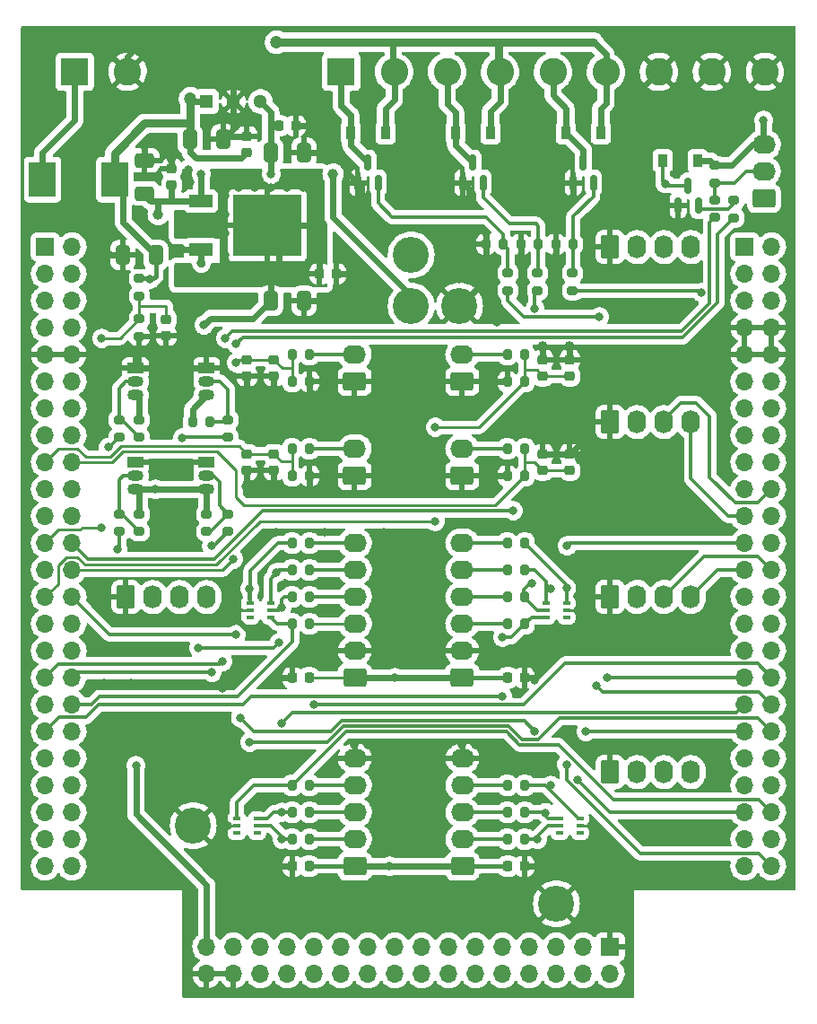
<source format=gbr>
%TF.GenerationSoftware,KiCad,Pcbnew,6.0.2+dfsg-1*%
%TF.CreationDate,2022-12-28T13:01:40+01:00*%
%TF.ProjectId,RobotMotorController,526f626f-744d-46f7-946f-72436f6e7472,rev?*%
%TF.SameCoordinates,Original*%
%TF.FileFunction,Copper,L2,Bot*%
%TF.FilePolarity,Positive*%
%FSLAX46Y46*%
G04 Gerber Fmt 4.6, Leading zero omitted, Abs format (unit mm)*
G04 Created by KiCad (PCBNEW 6.0.2+dfsg-1) date 2022-12-28 13:01:40*
%MOMM*%
%LPD*%
G01*
G04 APERTURE LIST*
G04 Aperture macros list*
%AMRoundRect*
0 Rectangle with rounded corners*
0 $1 Rounding radius*
0 $2 $3 $4 $5 $6 $7 $8 $9 X,Y pos of 4 corners*
0 Add a 4 corners polygon primitive as box body*
4,1,4,$2,$3,$4,$5,$6,$7,$8,$9,$2,$3,0*
0 Add four circle primitives for the rounded corners*
1,1,$1+$1,$2,$3*
1,1,$1+$1,$4,$5*
1,1,$1+$1,$6,$7*
1,1,$1+$1,$8,$9*
0 Add four rect primitives between the rounded corners*
20,1,$1+$1,$2,$3,$4,$5,0*
20,1,$1+$1,$4,$5,$6,$7,0*
20,1,$1+$1,$6,$7,$8,$9,0*
20,1,$1+$1,$8,$9,$2,$3,0*%
G04 Aperture macros list end*
%TA.AperFunction,ComponentPad*%
%ADD10R,1.500000X1.050000*%
%TD*%
%TA.AperFunction,ComponentPad*%
%ADD11O,1.500000X1.050000*%
%TD*%
%TA.AperFunction,ComponentPad*%
%ADD12R,2.600000X2.600000*%
%TD*%
%TA.AperFunction,ComponentPad*%
%ADD13C,2.600000*%
%TD*%
%TA.AperFunction,ComponentPad*%
%ADD14C,3.400000*%
%TD*%
%TA.AperFunction,ComponentPad*%
%ADD15RoundRect,0.250000X-0.620000X-0.845000X0.620000X-0.845000X0.620000X0.845000X-0.620000X0.845000X0*%
%TD*%
%TA.AperFunction,ComponentPad*%
%ADD16O,1.740000X2.190000*%
%TD*%
%TA.AperFunction,ComponentPad*%
%ADD17RoundRect,0.250000X0.845000X-0.620000X0.845000X0.620000X-0.845000X0.620000X-0.845000X-0.620000X0*%
%TD*%
%TA.AperFunction,ComponentPad*%
%ADD18O,2.190000X1.740000*%
%TD*%
%TA.AperFunction,ComponentPad*%
%ADD19R,1.300000X1.300000*%
%TD*%
%TA.AperFunction,ComponentPad*%
%ADD20C,1.300000*%
%TD*%
%TA.AperFunction,SMDPad,CuDef*%
%ADD21RoundRect,0.200000X0.200000X0.275000X-0.200000X0.275000X-0.200000X-0.275000X0.200000X-0.275000X0*%
%TD*%
%TA.AperFunction,SMDPad,CuDef*%
%ADD22RoundRect,0.225000X0.250000X-0.225000X0.250000X0.225000X-0.250000X0.225000X-0.250000X-0.225000X0*%
%TD*%
%TA.AperFunction,SMDPad,CuDef*%
%ADD23RoundRect,0.200000X-0.275000X0.200000X-0.275000X-0.200000X0.275000X-0.200000X0.275000X0.200000X0*%
%TD*%
%TA.AperFunction,SMDPad,CuDef*%
%ADD24RoundRect,0.200000X-0.200000X-0.275000X0.200000X-0.275000X0.200000X0.275000X-0.200000X0.275000X0*%
%TD*%
%TA.AperFunction,SMDPad,CuDef*%
%ADD25R,0.900000X1.200000*%
%TD*%
%TA.AperFunction,SMDPad,CuDef*%
%ADD26RoundRect,0.200000X0.275000X-0.200000X0.275000X0.200000X-0.275000X0.200000X-0.275000X-0.200000X0*%
%TD*%
%TA.AperFunction,SMDPad,CuDef*%
%ADD27RoundRect,0.150000X0.150000X-0.587500X0.150000X0.587500X-0.150000X0.587500X-0.150000X-0.587500X0*%
%TD*%
%TA.AperFunction,SMDPad,CuDef*%
%ADD28R,2.500000X3.300000*%
%TD*%
%TA.AperFunction,SMDPad,CuDef*%
%ADD29RoundRect,0.225000X-0.250000X0.225000X-0.250000X-0.225000X0.250000X-0.225000X0.250000X0.225000X0*%
%TD*%
%TA.AperFunction,SMDPad,CuDef*%
%ADD30R,0.650000X0.400000*%
%TD*%
%TA.AperFunction,SMDPad,CuDef*%
%ADD31RoundRect,0.225000X-0.225000X-0.250000X0.225000X-0.250000X0.225000X0.250000X-0.225000X0.250000X0*%
%TD*%
%TA.AperFunction,SMDPad,CuDef*%
%ADD32RoundRect,0.225000X0.225000X0.250000X-0.225000X0.250000X-0.225000X-0.250000X0.225000X-0.250000X0*%
%TD*%
%TA.AperFunction,SMDPad,CuDef*%
%ADD33RoundRect,0.250000X-0.412500X-0.650000X0.412500X-0.650000X0.412500X0.650000X-0.412500X0.650000X0*%
%TD*%
%TA.AperFunction,SMDPad,CuDef*%
%ADD34RoundRect,0.218750X-0.256250X0.218750X-0.256250X-0.218750X0.256250X-0.218750X0.256250X0.218750X0*%
%TD*%
%TA.AperFunction,SMDPad,CuDef*%
%ADD35R,2.200000X1.200000*%
%TD*%
%TA.AperFunction,SMDPad,CuDef*%
%ADD36R,6.400000X5.800000*%
%TD*%
%TA.AperFunction,SMDPad,CuDef*%
%ADD37RoundRect,0.218750X0.256250X-0.218750X0.256250X0.218750X-0.256250X0.218750X-0.256250X-0.218750X0*%
%TD*%
%TA.AperFunction,ComponentPad*%
%ADD38R,1.700000X1.700000*%
%TD*%
%TA.AperFunction,ComponentPad*%
%ADD39O,1.700000X1.700000*%
%TD*%
%TA.AperFunction,SMDPad,CuDef*%
%ADD40RoundRect,0.250000X0.412500X0.650000X-0.412500X0.650000X-0.412500X-0.650000X0.412500X-0.650000X0*%
%TD*%
%TA.AperFunction,SMDPad,CuDef*%
%ADD41RoundRect,0.250000X0.650000X-0.412500X0.650000X0.412500X-0.650000X0.412500X-0.650000X-0.412500X0*%
%TD*%
%TA.AperFunction,ViaPad*%
%ADD42C,1.200000*%
%TD*%
%TA.AperFunction,ViaPad*%
%ADD43C,0.800000*%
%TD*%
%TA.AperFunction,ViaPad*%
%ADD44C,1.000000*%
%TD*%
%TA.AperFunction,Conductor*%
%ADD45C,0.600000*%
%TD*%
%TA.AperFunction,Conductor*%
%ADD46C,0.400000*%
%TD*%
%TA.AperFunction,Conductor*%
%ADD47C,0.800000*%
%TD*%
%TA.AperFunction,Conductor*%
%ADD48C,0.250000*%
%TD*%
%TA.AperFunction,Conductor*%
%ADD49C,0.300000*%
%TD*%
G04 APERTURE END LIST*
D10*
%TO.P,U6,1,GND*%
%TO.N,GND*%
X15240000Y-20320000D03*
D11*
%TO.P,U6,2,DQ*%
%TO.N,Net-(R26-Pad1)*%
X15240000Y-21590000D03*
%TO.P,U6,3,VDD*%
%TO.N,+3V3*%
X15240000Y-22860000D03*
%TD*%
D12*
%TO.P,J6,1,1*%
%TO.N,/Supply and Power/O_SBC*%
X27940000Y16510000D03*
D13*
%TO.P,J6,2,2*%
%TO.N,Vdrive*%
X32940000Y16510000D03*
%TO.P,J6,3,3*%
%TO.N,/Supply and Power/O_MOT*%
X37940000Y16510000D03*
%TO.P,J6,4,4*%
%TO.N,Vdrive*%
X42940000Y16510000D03*
%TO.P,J6,5,5*%
%TO.N,/Supply and Power/O_REG*%
X47940000Y16510000D03*
%TO.P,J6,6,6*%
%TO.N,Vdrive*%
X52940000Y16510000D03*
%TO.P,J6,7,7*%
%TO.N,GND*%
X57940000Y16510000D03*
%TO.P,J6,8,8*%
X62940000Y16510000D03*
%TO.P,J6,9,9*%
X67940000Y16510000D03*
%TD*%
D10*
%TO.P,U5,1,GND*%
%TO.N,GND*%
X15240000Y-11430000D03*
D11*
%TO.P,U5,2,DQ*%
%TO.N,Net-(R25-Pad1)*%
X15240000Y-12700000D03*
%TO.P,U5,3,VDD*%
%TO.N,+3V3*%
X15240000Y-13970000D03*
%TD*%
D14*
%TO.P,TP4,1,TP*%
%TO.N,GND*%
X13970000Y-54610000D03*
%TD*%
D15*
%TO.P,J8,1,1*%
%TO.N,GND*%
X53340000Y-49550000D03*
D16*
%TO.P,J8,2,2*%
%TO.N,+3V3*%
X55880000Y-49550000D03*
%TO.P,J8,3,3*%
%TO.N,PD2_SER2_RX*%
X58420000Y-49550000D03*
%TO.P,J8,4,4*%
%TO.N,PC12_SER2_TX*%
X60960000Y-49550000D03*
%TD*%
D17*
%TO.P,M2,1,P1*%
%TO.N,+5V*%
X39370000Y-40640000D03*
D18*
%TO.P,M2,2,P2*%
%TO.N,GND*%
X39370000Y-38100000D03*
%TO.P,M2,3,P3*%
%TO.N,AUX2*%
X39370000Y-35560000D03*
%TO.P,M2,4,P4*%
%TO.N,EN2*%
X39370000Y-33020000D03*
%TO.P,M2,5,P5*%
%TO.N,PWMB2*%
X39370000Y-30480000D03*
%TO.P,M2,6,P6*%
%TO.N,PWMA2*%
X39370000Y-27940000D03*
%TD*%
D19*
%TO.P,U1,1,VI*%
%TO.N,Vdrive*%
X15240000Y13716000D03*
D20*
%TO.P,U1,2,GND*%
%TO.N,GND*%
X17780000Y13716000D03*
%TO.P,U1,3,VO*%
%TO.N,+5V*%
X20320000Y13716000D03*
%TD*%
D12*
%TO.P,J11,1,1*%
%TO.N,/Supply and Power/Vin*%
X2780000Y16510000D03*
D13*
%TO.P,J11,2,2*%
%TO.N,GND*%
X7780000Y16510000D03*
%TD*%
D15*
%TO.P,J5,1,1*%
%TO.N,GND*%
X7620000Y-33040000D03*
D16*
%TO.P,J5,2,2*%
%TO.N,+3V3*%
X10160000Y-33040000D03*
%TO.P,J5,3,3*%
%TO.N,PB10_I2C-SCL*%
X12700000Y-33040000D03*
%TO.P,J5,4,4*%
%TO.N,PB11_I2C-SDA*%
X15240000Y-33040000D03*
%TD*%
D14*
%TO.P,TP5,1,TP*%
%TO.N,GND*%
X48260000Y-61976000D03*
%TD*%
D17*
%TO.P,P2,1,P1*%
%TO.N,GND*%
X39370000Y-21590000D03*
D18*
%TO.P,P2,2,P2*%
%TO.N,Net-(P2-Pad2)*%
X39370000Y-19050000D03*
%TD*%
D17*
%TO.P,P1,1,P1*%
%TO.N,GND*%
X29210000Y-21590000D03*
D18*
%TO.P,P1,2,P2*%
%TO.N,Net-(P1-Pad2)*%
X29210000Y-19050000D03*
%TD*%
D17*
%TO.P,E2,1,P1*%
%TO.N,+5V*%
X39390000Y-58420000D03*
D18*
%TO.P,E2,2,P2*%
%TO.N,E2_CHA*%
X39390000Y-55880000D03*
%TO.P,E2,3,P3*%
%TO.N,E2_CHB*%
X39390000Y-53340000D03*
%TO.P,E2,4,P4*%
%TO.N,E2_IDX*%
X39390000Y-50800000D03*
%TO.P,E2,5,P5*%
%TO.N,GND*%
X39390000Y-48260000D03*
%TD*%
D15*
%TO.P,J10,1,1*%
%TO.N,GND*%
X53340000Y-16530000D03*
D16*
%TO.P,J10,2,2*%
%TO.N,+3V3*%
X55880000Y-16530000D03*
%TO.P,J10,3,3*%
%TO.N,PD6_USART2-RX*%
X58420000Y-16530000D03*
%TO.P,J10,4,4*%
%TO.N,PD5_USART2-TX*%
X60960000Y-16530000D03*
%TD*%
D14*
%TO.P,TP8,1,TP*%
%TO.N,+5V*%
X34544000Y-5588000D03*
%TD*%
%TO.P,TP6,1,TP*%
%TO.N,+3V3*%
X34544000Y-762000D03*
%TD*%
D15*
%TO.P,J7,1,1*%
%TO.N,GND*%
X53340000Y-33020000D03*
D16*
%TO.P,J7,2,2*%
%TO.N,+3V3*%
X55880000Y-33020000D03*
%TO.P,J7,3,3*%
%TO.N,PD0_CAN-RX*%
X58420000Y-33020000D03*
%TO.P,J7,4,4*%
%TO.N,PD1_CAN-TX*%
X60960000Y-33020000D03*
%TD*%
D17*
%TO.P,M1,1,P1*%
%TO.N,+5V*%
X29230000Y-40640000D03*
D18*
%TO.P,M1,2,P2*%
%TO.N,GND*%
X29230000Y-38100000D03*
%TO.P,M1,3,P3*%
%TO.N,AUX1*%
X29230000Y-35560000D03*
%TO.P,M1,4,P4*%
%TO.N,EN1*%
X29230000Y-33020000D03*
%TO.P,M1,5,P5*%
%TO.N,PWMB1*%
X29230000Y-30480000D03*
%TO.P,M1,6,P6*%
%TO.N,PWMA1*%
X29230000Y-27940000D03*
%TD*%
D10*
%TO.P,U3,1,GND*%
%TO.N,GND*%
X8530000Y-11430000D03*
D11*
%TO.P,U3,2,DQ*%
%TO.N,Net-(R17-Pad1)*%
X8530000Y-12700000D03*
%TO.P,U3,3,VDD*%
%TO.N,+3V3*%
X8530000Y-13970000D03*
%TD*%
D10*
%TO.P,U4,1,GND*%
%TO.N,GND*%
X8509000Y-20320000D03*
D11*
%TO.P,U4,2,DQ*%
%TO.N,Net-(R18-Pad1)*%
X8509000Y-21590000D03*
%TO.P,U4,3,VDD*%
%TO.N,+3V3*%
X8509000Y-22860000D03*
%TD*%
D17*
%TO.P,P3,1,P1*%
%TO.N,GND*%
X29210000Y-12700000D03*
D18*
%TO.P,P3,2,P2*%
%TO.N,Net-(P3-Pad2)*%
X29210000Y-10160000D03*
%TD*%
D14*
%TO.P,TP7,1,TP*%
%TO.N,GND*%
X39116000Y-5588000D03*
%TD*%
D17*
%TO.P,J4,1,1*%
%TO.N,Net-(D10-Pad2)*%
X67838000Y4572000D03*
D18*
%TO.P,J4,2,2*%
%TO.N,Net-(J4-Pad2)*%
X67838000Y7112000D03*
%TO.P,J4,3,3*%
%TO.N,+5V*%
X67838000Y9652000D03*
%TD*%
D17*
%TO.P,E1,1,P1*%
%TO.N,+5V*%
X29230000Y-58420000D03*
D18*
%TO.P,E1,2,P2*%
%TO.N,E1_CHA*%
X29230000Y-55880000D03*
%TO.P,E1,3,P3*%
%TO.N,E1_CHB*%
X29230000Y-53340000D03*
%TO.P,E1,4,P4*%
%TO.N,E1_IDX*%
X29230000Y-50800000D03*
%TO.P,E1,5,P5*%
%TO.N,GND*%
X29230000Y-48260000D03*
%TD*%
D17*
%TO.P,P4,1,P1*%
%TO.N,GND*%
X39370000Y-12700000D03*
D18*
%TO.P,P4,2,P2*%
%TO.N,Net-(P4-Pad2)*%
X39370000Y-10160000D03*
%TD*%
D15*
%TO.P,J9,1,1*%
%TO.N,GND*%
X53340000Y-20000D03*
D16*
%TO.P,J9,2,2*%
%TO.N,+3V3*%
X55880000Y-20000D03*
%TO.P,J9,3,3*%
%TO.N,PB7_USART1-RX*%
X58420000Y-20000D03*
%TO.P,J9,4,4*%
%TO.N,PB6_USART1-TX*%
X60960000Y-20000D03*
%TD*%
D21*
%TO.P,R4,1*%
%TO.N,E1_CHA*%
X24955000Y-55880000D03*
%TO.P,R4,2*%
%TO.N,PA8_E1_CHA*%
X23305000Y-55880000D03*
%TD*%
D22*
%TO.P,C11,1*%
%TO.N,PC1_M2_CURRENT*%
X46990000Y-21095000D03*
%TO.P,C11,2*%
%TO.N,GND*%
X46990000Y-19545000D03*
%TD*%
D23*
%TO.P,R36,1*%
%TO.N,Vdrive*%
X8890000Y-2985000D03*
%TO.P,R36,2*%
%TO.N,PA0_WKUP_MAIN_SUPPLY*%
X8890000Y-4635000D03*
%TD*%
D24*
%TO.P,R24,1*%
%TO.N,Net-(P2-Pad2)*%
X43625000Y-19050000D03*
%TO.P,R24,2*%
%TO.N,PC1_M2_CURRENT*%
X45275000Y-19050000D03*
%TD*%
D23*
%TO.P,R17,1*%
%TO.N,Net-(R17-Pad1)*%
X6985000Y-16320000D03*
%TO.P,R17,2*%
%TO.N,PE12_TEMP1*%
X6985000Y-17970000D03*
%TD*%
D24*
%TO.P,R13,1*%
%TO.N,EN2*%
X43625000Y-33020000D03*
%TO.P,R13,2*%
%TO.N,PD3_MOT2_EN*%
X45275000Y-33020000D03*
%TD*%
D23*
%TO.P,R18,1*%
%TO.N,Net-(R18-Pad1)*%
X6985000Y-25210000D03*
%TO.P,R18,2*%
%TO.N,PE13_TEMP2*%
X6985000Y-26860000D03*
%TD*%
D25*
%TO.P,D11,1,K*%
%TO.N,Vdrive*%
X32130000Y10795000D03*
%TO.P,D11,2,A*%
%TO.N,/Supply and Power/O_SBC*%
X28830000Y10795000D03*
%TD*%
D24*
%TO.P,R2,1*%
%TO.N,E2_CHB*%
X43625000Y-53340000D03*
%TO.P,R2,2*%
%TO.N,PA1_E2_CHB*%
X45275000Y-53340000D03*
%TD*%
D26*
%TO.P,R28,1*%
%TO.N,Net-(R26-Pad1)*%
X15240000Y-26860000D03*
%TO.P,R28,2*%
%TO.N,+3V3*%
X15240000Y-25210000D03*
%TD*%
D25*
%TO.P,D12,1,K*%
%TO.N,Vdrive*%
X42036000Y10795000D03*
%TO.P,D12,2,A*%
%TO.N,/Supply and Power/O_MOT*%
X38736000Y10795000D03*
%TD*%
D21*
%TO.P,R31,1*%
%TO.N,Net-(P3-Pad2)*%
X24955000Y-10160000D03*
%TO.P,R31,2*%
%TO.N,PA3_M1_V*%
X23305000Y-10160000D03*
%TD*%
D27*
%TO.P,Q3,1,G*%
%TO.N,Net-(Q3-Pad1)*%
X41336000Y6047500D03*
%TO.P,Q3,2,S*%
%TO.N,GND*%
X39436000Y6047500D03*
%TO.P,Q3,3,D*%
%TO.N,/Supply and Power/O_MOT*%
X40386000Y7922500D03*
%TD*%
D21*
%TO.P,R27,1*%
%TO.N,Net-(R25-Pad1)*%
X15557000Y-16510000D03*
%TO.P,R27,2*%
%TO.N,+3V3*%
X13907000Y-16510000D03*
%TD*%
D24*
%TO.P,R3,1*%
%TO.N,E2_IDX*%
X43625000Y-50800000D03*
%TO.P,R3,2*%
%TO.N,PD12_EXTI12_E2_IDX*%
X45275000Y-50800000D03*
%TD*%
D27*
%TO.P,Q2,1,G*%
%TO.N,Net-(Q2-Pad1)*%
X31430000Y6047500D03*
%TO.P,Q2,2,S*%
%TO.N,GND*%
X29530000Y6047500D03*
%TO.P,Q2,3,D*%
%TO.N,/Supply and Power/O_SBC*%
X30480000Y7922500D03*
%TD*%
D22*
%TO.P,C13,1*%
%TO.N,PA4_M2_V*%
X46990000Y-12205000D03*
%TO.P,C13,2*%
%TO.N,GND*%
X46990000Y-10655000D03*
%TD*%
D28*
%TO.P,D5,1,K*%
%TO.N,Vdrive*%
X6546000Y6350000D03*
%TO.P,D5,2,A*%
%TO.N,/Supply and Power/Vin*%
X-254000Y6350000D03*
%TD*%
D29*
%TO.P,C10,1*%
%TO.N,PC0_M1_CURRENT*%
X21590000Y-19545000D03*
%TO.P,C10,2*%
%TO.N,GND*%
X21590000Y-21095000D03*
%TD*%
D24*
%TO.P,R21,1*%
%TO.N,PC0_M1_CURRENT*%
X23305000Y-21590000D03*
%TO.P,R21,2*%
%TO.N,GND*%
X24955000Y-21590000D03*
%TD*%
D23*
%TO.P,R15,1*%
%TO.N,Net-(J4-Pad2)*%
X63246000Y4444000D03*
%TO.P,R15,2*%
%TO.N,PB1_FAN_IDX*%
X63246000Y2794000D03*
%TD*%
D22*
%TO.P,C5,1,1*%
%TO.N,Vdrive*%
X19050000Y8890000D03*
%TO.P,C5,2,2*%
%TO.N,GND*%
X19050000Y10440000D03*
%TD*%
D30*
%TO.P,D1,1,K*%
%TO.N,unconnected-(D1-Pad1)*%
X18100000Y-55260000D03*
%TO.P,D1,2,A*%
%TO.N,GND*%
X18100000Y-54610000D03*
%TO.P,D1,3,K*%
%TO.N,PD11_EXTI11_E1_IDX*%
X18100000Y-53960000D03*
%TO.P,D1,4,K*%
%TO.N,PA9_E1_CHB*%
X20000000Y-53960000D03*
%TO.P,D1,5,K*%
%TO.N,PA8_E1_CHA*%
X20000000Y-54610000D03*
%TO.P,D1,6,K*%
%TO.N,unconnected-(D1-Pad6)*%
X20000000Y-55260000D03*
%TD*%
D23*
%TO.P,R26,1*%
%TO.N,Net-(R26-Pad1)*%
X17272000Y-25210000D03*
%TO.P,R26,2*%
%TO.N,PE15_TEMP4*%
X17272000Y-26860000D03*
%TD*%
D24*
%TO.P,R1,1*%
%TO.N,E2_CHA*%
X43625000Y-55880000D03*
%TO.P,R1,2*%
%TO.N,PA5_E2_CHA*%
X45275000Y-55880000D03*
%TD*%
D21*
%TO.P,R8,1*%
%TO.N,PWMB1*%
X24955000Y-30480000D03*
%TO.P,R8,2*%
%TO.N,PB14_TIM8_MOT1_N*%
X23305000Y-30480000D03*
%TD*%
%TO.P,R5,1*%
%TO.N,E1_CHB*%
X24955000Y-53340000D03*
%TO.P,R5,2*%
%TO.N,PA9_E1_CHB*%
X23305000Y-53340000D03*
%TD*%
D31*
%TO.P,C15,1,1*%
%TO.N,+5V*%
X43675000Y-58420000D03*
%TO.P,C15,2,2*%
%TO.N,GND*%
X45225000Y-58420000D03*
%TD*%
D24*
%TO.P,R29,1*%
%TO.N,PA3_M1_V*%
X23305000Y-12700000D03*
%TO.P,R29,2*%
%TO.N,GND*%
X24955000Y-12700000D03*
%TD*%
D21*
%TO.P,R30,1*%
%TO.N,PA4_M2_V*%
X45275000Y-12700000D03*
%TO.P,R30,2*%
%TO.N,GND*%
X43625000Y-12700000D03*
%TD*%
D32*
%TO.P,C2,1,1*%
%TO.N,+5V*%
X24905000Y-40640000D03*
%TO.P,C2,2,2*%
%TO.N,GND*%
X23355000Y-40640000D03*
%TD*%
D21*
%TO.P,R9,1*%
%TO.N,EN1*%
X24955000Y-33020000D03*
%TO.P,R9,2*%
%TO.N,PB12_MOT1_EN*%
X23305000Y-33020000D03*
%TD*%
D23*
%TO.P,R40,1*%
%TO.N,Net-(Q4-Pad1)*%
X49784000Y-2477000D03*
%TO.P,R40,2*%
%TO.N,PB8_PWR-REG-EN*%
X49784000Y-4127000D03*
%TD*%
D33*
%TO.P,C4,1*%
%TO.N,Vdrive*%
X13677500Y10160000D03*
%TO.P,C4,2*%
%TO.N,GND*%
X16802500Y10160000D03*
%TD*%
D23*
%TO.P,R34,1*%
%TO.N,Net-(Q2-Pad1)*%
X43688000Y-2477000D03*
%TO.P,R34,2*%
%TO.N,PA10_PWR_MOT_EN*%
X43688000Y-4127000D03*
%TD*%
D31*
%TO.P,C1,1,1*%
%TO.N,+5V*%
X43675000Y-40640000D03*
%TO.P,C1,2,2*%
%TO.N,GND*%
X45225000Y-40640000D03*
%TD*%
D27*
%TO.P,Q4,1,G*%
%TO.N,Net-(Q4-Pad1)*%
X51750000Y6047500D03*
%TO.P,Q4,2,S*%
%TO.N,GND*%
X49850000Y6047500D03*
%TO.P,Q4,3,D*%
%TO.N,/Supply and Power/O_REG*%
X50800000Y7922500D03*
%TD*%
D21*
%TO.P,R7,1*%
%TO.N,PWMA1*%
X24955000Y-27940000D03*
%TO.P,R7,2*%
%TO.N,PC7_TIM8_MOT1_P*%
X23305000Y-27940000D03*
%TD*%
D34*
%TO.P,D7,1,A1*%
%TO.N,GND*%
X49530000Y-19532500D03*
%TO.P,D7,2,A2*%
%TO.N,PC1_M2_CURRENT*%
X49530000Y-21107500D03*
%TD*%
D21*
%TO.P,R39,1*%
%TO.N,Net-(Q3-Pad1)*%
X46545000Y254000D03*
%TO.P,R39,2*%
%TO.N,GND*%
X44895000Y254000D03*
%TD*%
%TO.P,R10,1*%
%TO.N,AUX1*%
X24955000Y-35560000D03*
%TO.P,R10,2*%
%TO.N,PE8_MOT1_AUX*%
X23305000Y-35560000D03*
%TD*%
D35*
%TO.P,U7,1,GND*%
%TO.N,GND*%
X14679000Y-247000D03*
D36*
%TO.P,U7,2,VO*%
%TO.N,+3V3*%
X20979000Y2033000D03*
D35*
%TO.P,U7,3,VI*%
%TO.N,+5V*%
X14679000Y4313000D03*
%TD*%
D21*
%TO.P,R35,1*%
%TO.N,Net-(Q2-Pad1)*%
X43243000Y254000D03*
%TO.P,R35,2*%
%TO.N,GND*%
X41593000Y254000D03*
%TD*%
D33*
%TO.P,C6,1*%
%TO.N,+5V*%
X21297500Y8890000D03*
%TO.P,C6,2*%
%TO.N,GND*%
X24422500Y8890000D03*
%TD*%
D21*
%TO.P,R22,1*%
%TO.N,PC1_M2_CURRENT*%
X45275000Y-21590000D03*
%TO.P,R22,2*%
%TO.N,GND*%
X43625000Y-21590000D03*
%TD*%
D26*
%TO.P,R16,1*%
%TO.N,Net-(J4-Pad2)*%
X63246000Y6033000D03*
%TO.P,R16,2*%
%TO.N,+5V*%
X63246000Y7683000D03*
%TD*%
D23*
%TO.P,R38,1*%
%TO.N,Net-(Q3-Pad1)*%
X46482000Y-2477000D03*
%TO.P,R38,2*%
%TO.N,PC9_PWR_SBC_EN*%
X46482000Y-4127000D03*
%TD*%
D33*
%TO.P,C8,1*%
%TO.N,+3V3*%
X21297500Y-5080000D03*
%TO.P,C8,2*%
%TO.N,GND*%
X24422500Y-5080000D03*
%TD*%
D23*
%TO.P,R25,1*%
%TO.N,Net-(R25-Pad1)*%
X17272000Y-16320000D03*
%TO.P,R25,2*%
%TO.N,PE14_TEMP3*%
X17272000Y-17970000D03*
%TD*%
D30*
%TO.P,D2,1,K*%
%TO.N,PD12_EXTI12_E2_IDX*%
X50480000Y-53960000D03*
%TO.P,D2,2,A*%
%TO.N,GND*%
X50480000Y-54610000D03*
%TO.P,D2,3,K*%
%TO.N,unconnected-(D2-Pad3)*%
X50480000Y-55260000D03*
%TO.P,D2,4,K*%
%TO.N,unconnected-(D2-Pad4)*%
X48580000Y-55260000D03*
%TO.P,D2,5,K*%
%TO.N,PA5_E2_CHA*%
X48580000Y-54610000D03*
%TO.P,D2,6,K*%
%TO.N,PA1_E2_CHB*%
X48580000Y-53960000D03*
%TD*%
D29*
%TO.P,C16,1,1*%
%TO.N,PA0_WKUP_MAIN_SUPPLY*%
X11430000Y-6845000D03*
%TO.P,C16,2,2*%
%TO.N,GND*%
X11430000Y-8395000D03*
%TD*%
D37*
%TO.P,D6,1,A1*%
%TO.N,GND*%
X19050000Y-21107500D03*
%TO.P,D6,2,A2*%
%TO.N,PC0_M1_CURRENT*%
X19050000Y-19532500D03*
%TD*%
D24*
%TO.P,R11,1*%
%TO.N,PWMA2*%
X43625000Y-27940000D03*
%TO.P,R11,2*%
%TO.N,PC8_TIM8_MOT2_P*%
X45275000Y-27940000D03*
%TD*%
D38*
%TO.P,J3,1,Pin_1*%
%TO.N,+3V3*%
X66040000Y0D03*
D39*
%TO.P,J3,2,Pin_2*%
X68580000Y0D03*
%TO.P,J3,3,Pin_3*%
X66040000Y-2540000D03*
%TO.P,J3,4,Pin_4*%
X68580000Y-2540000D03*
%TO.P,J3,5,Pin_5*%
%TO.N,BOOT0*%
X66040000Y-5080000D03*
%TO.P,J3,6,Pin_6*%
%TO.N,PB2_BOOT1*%
X68580000Y-5080000D03*
%TO.P,J3,7,Pin_7*%
%TO.N,GND*%
X66040000Y-7620000D03*
%TO.P,J3,8,Pin_8*%
X68580000Y-7620000D03*
%TO.P,J3,9,Pin_9*%
X66040000Y-10160000D03*
%TO.P,J3,10,Pin_10*%
X68580000Y-10160000D03*
%TO.P,J3,11,Pin_11*%
%TO.N,PE1*%
X66040000Y-12700000D03*
%TO.P,J3,12,Pin_12*%
%TO.N,PE0*%
X68580000Y-12700000D03*
%TO.P,J3,13,Pin_13*%
%TO.N,PB9*%
X66040000Y-15240000D03*
%TO.P,J3,14,Pin_14*%
%TO.N,PB8_PWR-REG-EN*%
X68580000Y-15240000D03*
%TO.P,J3,15,Pin_15*%
%TO.N,PB7_USART1-RX*%
X66040000Y-17780000D03*
%TO.P,J3,16,Pin_16*%
%TO.N,PB6_USART1-TX*%
X68580000Y-17780000D03*
%TO.P,J3,17,Pin_17*%
%TO.N,PB5*%
X66040000Y-20320000D03*
%TO.P,J3,18,Pin_18*%
%TO.N,PB3*%
X68580000Y-20320000D03*
%TO.P,J3,19,Pin_19*%
%TO.N,PD7*%
X66040000Y-22860000D03*
%TO.P,J3,20,Pin_20*%
%TO.N,PD6_USART2-RX*%
X68580000Y-22860000D03*
%TO.P,J3,21,Pin_21*%
%TO.N,PD5_USART2-TX*%
X66040000Y-25400000D03*
%TO.P,J3,22,Pin_22*%
%TO.N,PD4*%
X68580000Y-25400000D03*
%TO.P,J3,23,Pin_23*%
%TO.N,PD3_MOT2_EN*%
X66040000Y-27940000D03*
%TO.P,J3,24,Pin_24*%
%TO.N,PD2_SER2_RX*%
X68580000Y-27940000D03*
%TO.P,J3,25,Pin_25*%
%TO.N,PD1_CAN-TX*%
X66040000Y-30480000D03*
%TO.P,J3,26,Pin_26*%
%TO.N,PD0_CAN-RX*%
X68580000Y-30480000D03*
%TO.P,J3,27,Pin_27*%
%TO.N,PC12_SER2_TX*%
X66040000Y-33020000D03*
%TO.P,J3,28,Pin_28*%
%TO.N,PC11*%
X68580000Y-33020000D03*
%TO.P,J3,29,Pin_29*%
%TO.N,PC10*%
X66040000Y-35560000D03*
%TO.P,J3,30,Pin_30*%
%TO.N,PA15*%
X68580000Y-35560000D03*
%TO.P,J3,31,Pin_31*%
%TO.N,PA12_USB_P*%
X66040000Y-38100000D03*
%TO.P,J3,32,Pin_32*%
%TO.N,PA11_USB_N*%
X68580000Y-38100000D03*
%TO.P,J3,33,Pin_33*%
%TO.N,PA10_PWR_MOT_EN*%
X66040000Y-40640000D03*
%TO.P,J3,34,Pin_34*%
%TO.N,PA9_E1_CHB*%
X68580000Y-40640000D03*
%TO.P,J3,35,Pin_35*%
%TO.N,PA8_E1_CHA*%
X66040000Y-43180000D03*
%TO.P,J3,36,Pin_36*%
%TO.N,PC9_PWR_SBC_EN*%
X68580000Y-43180000D03*
%TO.P,J3,37,Pin_37*%
%TO.N,PC8_TIM8_MOT2_P*%
X66040000Y-45720000D03*
%TO.P,J3,38,Pin_38*%
%TO.N,PC7_TIM8_MOT1_P*%
X68580000Y-45720000D03*
%TO.P,J3,39,Pin_39*%
%TO.N,PC6*%
X66040000Y-48260000D03*
%TO.P,J3,40,Pin_40*%
%TO.N,FSMC_D1{slash}PD15*%
X68580000Y-48260000D03*
%TO.P,J3,41,Pin_41*%
%TO.N,FSMC_D0{slash}PD14*%
X66040000Y-50800000D03*
%TO.P,J3,42,Pin_42*%
%TO.N,PD13*%
X68580000Y-50800000D03*
%TO.P,J3,43,Pin_43*%
%TO.N,PD12_EXTI12_E2_IDX*%
X66040000Y-53340000D03*
%TO.P,J3,44,Pin_44*%
%TO.N,PD11_EXTI11_E1_IDX*%
X68580000Y-53340000D03*
%TO.P,J3,45,Pin_45*%
%TO.N,FSMC_D15{slash}PD10*%
X66040000Y-55880000D03*
%TO.P,J3,46,Pin_46*%
%TO.N,PD9*%
X68580000Y-55880000D03*
%TO.P,J3,47,Pin_47*%
%TO.N,FSMC_D13{slash}PD8*%
X66040000Y-58420000D03*
%TO.P,J3,48,Pin_48*%
%TO.N,PB15_TIM8_MOT2_N*%
X68580000Y-58420000D03*
%TD*%
D25*
%TO.P,D13,1,K*%
%TO.N,Vdrive*%
X52450000Y10795000D03*
%TO.P,D13,2,A*%
%TO.N,/Supply and Power/O_REG*%
X49150000Y10795000D03*
%TD*%
D23*
%TO.P,R37,1*%
%TO.N,PA0_WKUP_MAIN_SUPPLY*%
X8890000Y-6795000D03*
%TO.P,R37,2*%
%TO.N,GND*%
X8890000Y-8445000D03*
%TD*%
D31*
%TO.P,C9,1,1*%
%TO.N,+3V3*%
X25895000Y-2540000D03*
%TO.P,C9,2,2*%
%TO.N,GND*%
X27445000Y-2540000D03*
%TD*%
D24*
%TO.P,R32,1*%
%TO.N,Net-(P4-Pad2)*%
X43625000Y-10160000D03*
%TO.P,R32,2*%
%TO.N,PA4_M2_V*%
X45275000Y-10160000D03*
%TD*%
D26*
%TO.P,R19,1*%
%TO.N,Net-(R17-Pad1)*%
X8890000Y-17970000D03*
%TO.P,R19,2*%
%TO.N,+3V3*%
X8890000Y-16320000D03*
%TD*%
D40*
%TO.P,C3,1*%
%TO.N,Vdrive*%
X10452500Y-762000D03*
%TO.P,C3,2*%
%TO.N,GND*%
X7327500Y-762000D03*
%TD*%
D26*
%TO.P,R20,1*%
%TO.N,Net-(R18-Pad1)*%
X8890000Y-26860000D03*
%TO.P,R20,2*%
%TO.N,+3V3*%
X8890000Y-25210000D03*
%TD*%
D24*
%TO.P,R12,1*%
%TO.N,PWMB2*%
X43625000Y-30480000D03*
%TO.P,R12,2*%
%TO.N,PB15_TIM8_MOT2_N*%
X45275000Y-30480000D03*
%TD*%
D25*
%TO.P,D10,1,K*%
%TO.N,+5V*%
X61594000Y8128000D03*
%TO.P,D10,2,A*%
%TO.N,Net-(D10-Pad2)*%
X58294000Y8128000D03*
%TD*%
D38*
%TO.P,J1,1,Pin_1*%
%TO.N,GND*%
X53340000Y-66040000D03*
D39*
%TO.P,J1,2,Pin_2*%
%TO.N,unconnected-(J1-Pad2)*%
X53340000Y-68580000D03*
%TO.P,J1,3,Pin_3*%
%TO.N,unconnected-(J1-Pad3)*%
X50800000Y-66040000D03*
%TO.P,J1,4,Pin_4*%
%TO.N,unconnected-(J1-Pad4)*%
X50800000Y-68580000D03*
%TO.P,J1,5,Pin_5*%
%TO.N,unconnected-(J1-Pad5)*%
X48260000Y-66040000D03*
%TO.P,J1,6,Pin_6*%
%TO.N,unconnected-(J1-Pad6)*%
X48260000Y-68580000D03*
%TO.P,J1,7,Pin_7*%
%TO.N,unconnected-(J1-Pad7)*%
X45720000Y-66040000D03*
%TO.P,J1,8,Pin_8*%
%TO.N,unconnected-(J1-Pad8)*%
X45720000Y-68580000D03*
%TO.P,J1,9,Pin_9*%
%TO.N,unconnected-(J1-Pad9)*%
X43180000Y-66040000D03*
%TO.P,J1,10,Pin_10*%
%TO.N,unconnected-(J1-Pad10)*%
X43180000Y-68580000D03*
%TO.P,J1,11,Pin_11*%
%TO.N,unconnected-(J1-Pad11)*%
X40640000Y-66040000D03*
%TO.P,J1,12,Pin_12*%
%TO.N,unconnected-(J1-Pad12)*%
X40640000Y-68580000D03*
%TO.P,J1,13,Pin_13*%
%TO.N,unconnected-(J1-Pad13)*%
X38100000Y-66040000D03*
%TO.P,J1,14,Pin_14*%
%TO.N,unconnected-(J1-Pad14)*%
X38100000Y-68580000D03*
%TO.P,J1,15,Pin_15*%
%TO.N,unconnected-(J1-Pad15)*%
X35560000Y-66040000D03*
%TO.P,J1,16,Pin_16*%
%TO.N,unconnected-(J1-Pad16)*%
X35560000Y-68580000D03*
%TO.P,J1,17,Pin_17*%
%TO.N,unconnected-(J1-Pad17)*%
X33020000Y-66040000D03*
%TO.P,J1,18,Pin_18*%
%TO.N,unconnected-(J1-Pad18)*%
X33020000Y-68580000D03*
%TO.P,J1,19,Pin_19*%
%TO.N,unconnected-(J1-Pad19)*%
X30480000Y-66040000D03*
%TO.P,J1,20,Pin_20*%
%TO.N,unconnected-(J1-Pad20)*%
X30480000Y-68580000D03*
%TO.P,J1,21,Pin_21*%
%TO.N,unconnected-(J1-Pad21)*%
X27940000Y-66040000D03*
%TO.P,J1,22,Pin_22*%
%TO.N,unconnected-(J1-Pad22)*%
X27940000Y-68580000D03*
%TO.P,J1,23,Pin_23*%
%TO.N,unconnected-(J1-Pad23)*%
X25400000Y-66040000D03*
%TO.P,J1,24,Pin_24*%
%TO.N,unconnected-(J1-Pad24)*%
X25400000Y-68580000D03*
%TO.P,J1,25,Pin_25*%
%TO.N,unconnected-(J1-Pad25)*%
X22860000Y-66040000D03*
%TO.P,J1,26,Pin_26*%
%TO.N,unconnected-(J1-Pad26)*%
X22860000Y-68580000D03*
%TO.P,J1,27,Pin_27*%
%TO.N,unconnected-(J1-Pad27)*%
X20320000Y-66040000D03*
%TO.P,J1,28,Pin_28*%
%TO.N,unconnected-(J1-Pad28)*%
X20320000Y-68580000D03*
%TO.P,J1,29,Pin_29*%
%TO.N,unconnected-(J1-Pad29)*%
X17780000Y-66040000D03*
%TO.P,J1,30,Pin_30*%
%TO.N,GND*%
X17780000Y-68580000D03*
%TO.P,J1,31,Pin_31*%
%TO.N,+3V3*%
X15240000Y-66040000D03*
%TO.P,J1,32,Pin_32*%
%TO.N,GND*%
X15240000Y-68580000D03*
%TD*%
D23*
%TO.P,R33,1*%
%TO.N,Net-(Q1-Pad1)*%
X65024000Y4381000D03*
%TO.P,R33,2*%
%TO.N,PB0_FAN_PWM*%
X65024000Y2731000D03*
%TD*%
D27*
%TO.P,Q1,1,G*%
%TO.N,Net-(Q1-Pad1)*%
X61656000Y3888500D03*
%TO.P,Q1,2,S*%
%TO.N,GND*%
X59756000Y3888500D03*
%TO.P,Q1,3,D*%
%TO.N,Net-(D10-Pad2)*%
X60706000Y5763500D03*
%TD*%
D37*
%TO.P,D8,1,A1*%
%TO.N,GND*%
X19050000Y-12217500D03*
%TO.P,D8,2,A2*%
%TO.N,PA3_M1_V*%
X19050000Y-10642500D03*
%TD*%
D21*
%TO.P,R41,1*%
%TO.N,Net-(Q4-Pad1)*%
X49847000Y254000D03*
%TO.P,R41,2*%
%TO.N,GND*%
X48197000Y254000D03*
%TD*%
%TO.P,R6,1*%
%TO.N,E1_IDX*%
X24955000Y-50800000D03*
%TO.P,R6,2*%
%TO.N,PD11_EXTI11_E1_IDX*%
X23305000Y-50800000D03*
%TD*%
D22*
%TO.P,C18,1,1*%
%TO.N,+5V*%
X11938000Y5829000D03*
%TO.P,C18,2,2*%
%TO.N,GND*%
X11938000Y7379000D03*
%TD*%
D38*
%TO.P,J2,1,Pin_1*%
%TO.N,+5V*%
X0Y0D03*
D39*
%TO.P,J2,2,Pin_2*%
X2540000Y0D03*
%TO.P,J2,3,Pin_3*%
X0Y-2540000D03*
%TO.P,J2,4,Pin_4*%
X2540000Y-2540000D03*
%TO.P,J2,5,Pin_5*%
%TO.N,+3V3*%
X0Y-5080000D03*
%TO.P,J2,6,Pin_6*%
X2540000Y-5080000D03*
%TO.P,J2,7,Pin_7*%
X0Y-7620000D03*
%TO.P,J2,8,Pin_8*%
X2540000Y-7620000D03*
%TO.P,J2,9,Pin_9*%
%TO.N,GND*%
X0Y-10160000D03*
%TO.P,J2,10,Pin_10*%
X2540000Y-10160000D03*
%TO.P,J2,11,Pin_11*%
%TO.N,PE2*%
X0Y-12700000D03*
%TO.P,J2,12,Pin_12*%
%TO.N,PE3_KEY1*%
X2540000Y-12700000D03*
%TO.P,J2,13,Pin_13*%
%TO.N,PE4_KEY0*%
X0Y-15240000D03*
%TO.P,J2,14,Pin_14*%
%TO.N,PE5*%
X2540000Y-15240000D03*
%TO.P,J2,15,Pin_15*%
%TO.N,PE6*%
X0Y-17780000D03*
%TO.P,J2,16,Pin_16*%
%TO.N,PC13*%
X2540000Y-17780000D03*
%TO.P,J2,17,Pin_17*%
%TO.N,PC0_M1_CURRENT*%
X0Y-20320000D03*
%TO.P,J2,18,Pin_18*%
%TO.N,PC1_M2_CURRENT*%
X2540000Y-20320000D03*
%TO.P,J2,19,Pin_19*%
%TO.N,PC2*%
X0Y-22860000D03*
%TO.P,J2,20,Pin_20*%
%TO.N,PC3*%
X2540000Y-22860000D03*
%TO.P,J2,21,Pin_21*%
%TO.N,VR-*%
X0Y-25400000D03*
%TO.P,J2,22,Pin_22*%
%TO.N,VR+*%
X2540000Y-25400000D03*
%TO.P,J2,23,Pin_23*%
%TO.N,PA0_WKUP_MAIN_SUPPLY*%
X0Y-27940000D03*
%TO.P,J2,24,Pin_24*%
%TO.N,PA1_E2_CHB*%
X2540000Y-27940000D03*
%TO.P,J2,25,Pin_25*%
%TO.N,PA2*%
X0Y-30480000D03*
%TO.P,J2,26,Pin_26*%
%TO.N,PA3_M1_V*%
X2540000Y-30480000D03*
%TO.P,J2,27,Pin_27*%
%TO.N,PA4_M2_V*%
X0Y-33020000D03*
%TO.P,J2,28,Pin_28*%
%TO.N,PA5_E2_CHA*%
X2540000Y-33020000D03*
%TO.P,J2,29,Pin_29*%
%TO.N,PA6_LED_D2*%
X0Y-35560000D03*
%TO.P,J2,30,Pin_30*%
%TO.N,PA7_LED_D3*%
X2540000Y-35560000D03*
%TO.P,J2,31,Pin_31*%
%TO.N,PC4*%
X0Y-38100000D03*
%TO.P,J2,32,Pin_32*%
%TO.N,PC5*%
X2540000Y-38100000D03*
%TO.P,J2,33,Pin_33*%
%TO.N,PB0_FAN_PWM*%
X0Y-40640000D03*
%TO.P,J2,34,Pin_34*%
%TO.N,PB1_FAN_IDX*%
X2540000Y-40640000D03*
%TO.P,J2,35,Pin_35*%
%TO.N,PE7*%
X0Y-43180000D03*
%TO.P,J2,36,Pin_36*%
%TO.N,PE8_MOT1_AUX*%
X2540000Y-43180000D03*
%TO.P,J2,37,Pin_37*%
%TO.N,PE9_MOT2_AUX*%
X0Y-45720000D03*
%TO.P,J2,38,Pin_38*%
%TO.N,PE10*%
X2540000Y-45720000D03*
%TO.P,J2,39,Pin_39*%
%TO.N,PE11*%
X0Y-48260000D03*
%TO.P,J2,40,Pin_40*%
%TO.N,PE12_TEMP1*%
X2540000Y-48260000D03*
%TO.P,J2,41,Pin_41*%
%TO.N,PE13_TEMP2*%
X0Y-50800000D03*
%TO.P,J2,42,Pin_42*%
%TO.N,PE14_TEMP3*%
X2540000Y-50800000D03*
%TO.P,J2,43,Pin_43*%
%TO.N,PE15_TEMP4*%
X0Y-53340000D03*
%TO.P,J2,44,Pin_44*%
%TO.N,PB10_I2C-SCL*%
X2540000Y-53340000D03*
%TO.P,J2,45,Pin_45*%
%TO.N,PB11_I2C-SDA*%
X0Y-55880000D03*
%TO.P,J2,46,Pin_46*%
%TO.N,PB12_MOT1_EN*%
X2540000Y-55880000D03*
%TO.P,J2,47,Pin_47*%
%TO.N,PB13*%
X0Y-58420000D03*
%TO.P,J2,48,Pin_48*%
%TO.N,PB14_TIM8_MOT1_N*%
X2540000Y-58420000D03*
%TD*%
D31*
%TO.P,C7,1,1*%
%TO.N,+5V*%
X22085000Y11430000D03*
%TO.P,C7,2,2*%
%TO.N,GND*%
X23635000Y11430000D03*
%TD*%
D21*
%TO.P,R23,1*%
%TO.N,Net-(P1-Pad2)*%
X24955000Y-19050000D03*
%TO.P,R23,2*%
%TO.N,PC0_M1_CURRENT*%
X23305000Y-19050000D03*
%TD*%
D29*
%TO.P,C12,1*%
%TO.N,PA3_M1_V*%
X21590000Y-10655000D03*
%TO.P,C12,2*%
%TO.N,GND*%
X21590000Y-12205000D03*
%TD*%
D32*
%TO.P,C14,1,1*%
%TO.N,+5V*%
X24905000Y-58420000D03*
%TO.P,C14,2,2*%
%TO.N,GND*%
X23355000Y-58420000D03*
%TD*%
D34*
%TO.P,D9,1,A1*%
%TO.N,GND*%
X49530000Y-10642500D03*
%TO.P,D9,2,A2*%
%TO.N,PA4_M2_V*%
X49530000Y-12217500D03*
%TD*%
D24*
%TO.P,R14,1*%
%TO.N,AUX2*%
X43625000Y-35560000D03*
%TO.P,R14,2*%
%TO.N,PE9_MOT2_AUX*%
X45275000Y-35560000D03*
%TD*%
D41*
%TO.P,C17,1*%
%TO.N,+5V*%
X9398000Y5041500D03*
%TO.P,C17,2*%
%TO.N,GND*%
X9398000Y8166500D03*
%TD*%
D30*
%TO.P,D3,1,K*%
%TO.N,unconnected-(D3-Pad1)*%
X19370000Y-34940000D03*
%TO.P,D3,2,A*%
%TO.N,GND*%
X19370000Y-34290000D03*
%TO.P,D3,3,K*%
%TO.N,PC7_TIM8_MOT1_P*%
X19370000Y-33640000D03*
%TO.P,D3,4,K*%
%TO.N,PB14_TIM8_MOT1_N*%
X21270000Y-33640000D03*
%TO.P,D3,5,K*%
%TO.N,PB12_MOT1_EN*%
X21270000Y-34290000D03*
%TO.P,D3,6,K*%
%TO.N,PE8_MOT1_AUX*%
X21270000Y-34940000D03*
%TD*%
%TO.P,D4,1,K*%
%TO.N,PC8_TIM8_MOT2_P*%
X49210000Y-33640000D03*
%TO.P,D4,2,A*%
%TO.N,GND*%
X49210000Y-34290000D03*
%TO.P,D4,3,K*%
%TO.N,unconnected-(D4-Pad3)*%
X49210000Y-34940000D03*
%TO.P,D4,4,K*%
%TO.N,PE9_MOT2_AUX*%
X47310000Y-34940000D03*
%TO.P,D4,5,K*%
%TO.N,PD3_MOT2_EN*%
X47310000Y-34290000D03*
%TO.P,D4,6,K*%
%TO.N,PB15_TIM8_MOT2_N*%
X47310000Y-33640000D03*
%TD*%
D42*
%TO.N,Vdrive*%
X21844000Y19304000D03*
D43*
X9906000Y-3048000D03*
D42*
X13716000Y13969998D03*
D43*
%TO.N,PA0_WKUP_MAIN_SUPPLY*%
X5334000Y-8636000D03*
X5296500Y-26473332D03*
%TO.N,Net-(D10-Pad2)*%
X58547000Y5969000D03*
%TO.N,PA3_M1_V*%
X18034000Y-10922000D03*
X17780000Y-29464000D03*
%TO.N,PA4_M2_V*%
X36830000Y-17018000D03*
X36830000Y-25908000D03*
%TO.N,PA8_E1_CHA*%
X22352000Y-55880000D03*
X22352000Y-44958000D03*
%TO.N,PA5_E2_CHA*%
X46482000Y-55880000D03*
X18034000Y-36576000D03*
X46228000Y-45720000D03*
X18443342Y-44441931D03*
%TO.N,PB0_FAN_PWM*%
X16764000Y-39116000D03*
X18034000Y-9144000D03*
%TO.N,PB1_FAN_IDX*%
X17018000Y-8636000D03*
X15748000Y-40132000D03*
%TO.N,PE9_MOT2_AUX*%
X43180000Y-36830000D03*
X43180000Y-42418000D03*
%TO.N,PE12_TEMP1*%
X5959143Y-18909132D03*
%TO.N,PE13_TEMP2*%
X6845500Y-28538111D03*
%TO.N,PE14_TEMP3*%
X12954000Y-18029989D03*
%TO.N,PE15_TEMP4*%
X15710500Y-28194000D03*
%TO.N,PC7_TIM8_MOT1_P*%
X19304000Y-46736000D03*
X19304000Y-32258000D03*
%TO.N,PB14_TIM8_MOT1_N*%
X21844000Y-30734000D03*
%TO.N,PB12_MOT1_EN*%
X22352000Y-34036000D03*
X14478000Y-37846000D03*
X22098000Y-37338000D03*
%TO.N,PB8_PWR-REG-EN*%
X61976000Y-4318000D03*
%TO.N,PD3_MOT2_EN*%
X49276000Y-28194000D03*
X45974000Y-31750000D03*
%TO.N,PA9_E1_CHB*%
X25400000Y-43200989D03*
X22352000Y-53340000D03*
%TO.N,PA1_E2_CHB*%
X44196000Y-24892000D03*
X47231500Y-53381274D03*
%TO.N,PC8_TIM8_MOT2_P*%
X49210000Y-32192000D03*
X51054000Y-45720000D03*
%TO.N,PB15_TIM8_MOT2_N*%
X47731011Y-32258000D03*
X49228433Y-48811237D03*
%TO.N,PA10_PWR_MOT_EN*%
X52324000Y-6604000D03*
X53086000Y-40640000D03*
%TO.N,PD12_EXTI12_E2_IDX*%
X50292000Y-50292000D03*
X47731011Y-50800000D03*
D44*
%TO.N,+5V*%
X10668000Y3048000D03*
D43*
X67818000Y11938000D03*
X32512000Y-58420000D03*
D44*
X27178000Y6858000D03*
D43*
X21336000Y6858000D03*
X14732000Y6858001D03*
X33020000Y-40640000D03*
%TO.N,+3V3*%
X25690000Y290000D03*
X22860000Y5588000D03*
X21336000Y5588000D03*
X15240000Y-3048000D03*
X17018000Y4826000D03*
X16764000Y-3048000D03*
X13462000Y-3048000D03*
X25654000Y5588000D03*
X19812000Y5588000D03*
X10414000Y-22860000D03*
X8555272Y-48941272D03*
X17018000Y3048000D03*
D44*
X25654000Y2032000D03*
D43*
X22606000Y-3048000D03*
X24130000Y-3048000D03*
X24384000Y5588000D03*
X18288000Y-3048000D03*
X25654000Y-1016000D03*
X13970000Y2032000D03*
X17018000Y-762000D03*
X13716000Y6096000D03*
X13504020Y7300115D03*
X15494000Y2032000D03*
X12700000Y2032000D03*
X17018000Y1270000D03*
X20066000Y-3048000D03*
X14986000Y-7366000D03*
X25654000Y4064000D03*
X18288000Y5588000D03*
%TO.N,GND*%
X31750000Y-54610000D03*
X35560000Y-48260000D03*
X35560000Y10160000D03*
X8128000Y-41148000D03*
X3810000Y2540000D03*
X26670000Y-38100000D03*
X34290000Y-11430000D03*
X54356000Y-6096000D03*
X46206023Y-40915977D03*
X58420000Y-37465000D03*
X10795000Y-4445000D03*
X13970000Y-5080000D03*
X55880000Y10160000D03*
D44*
X21590000Y-22606000D03*
D43*
X20320000Y-62230000D03*
X12700000Y-25400000D03*
X41910000Y-48260000D03*
X21844000Y-26924000D03*
X35560000Y-46990000D03*
X51562000Y-54610000D03*
X27940000Y-15240000D03*
X42672000Y-7112000D03*
X58420000Y-12446000D03*
X41910000Y-46990000D03*
X60960000Y10160000D03*
X60960000Y-54610000D03*
X35560000Y-55880000D03*
D44*
X29845000Y4445000D03*
D43*
X57277000Y-47244000D03*
D44*
X19050000Y-13716000D03*
D43*
X32004000Y-26924000D03*
X12700000Y-26670000D03*
X29210000Y-16510000D03*
X53848000Y-10160000D03*
X38100000Y-62230000D03*
X36830000Y5080000D03*
X34290000Y-13970000D03*
X46990000Y-16510000D03*
X57912000Y-29464000D03*
X10160000Y17780000D03*
X35560000Y-62230000D03*
D44*
X50546000Y-18542000D03*
D43*
X26670000Y-49530000D03*
X30988000Y-3302000D03*
X16764000Y-41656000D03*
X40640000Y-46990000D03*
X6350000Y13970000D03*
X21844000Y-40640000D03*
X24892000Y11430000D03*
X19050000Y-5080000D03*
X51308000Y-62230000D03*
X63500000Y10160000D03*
X25908000Y-5080000D03*
X34290000Y-21590000D03*
X29210000Y-15240000D03*
X58674000Y-2413000D03*
X45720000Y7620000D03*
X48260000Y-25400000D03*
X38100000Y-46990000D03*
X5588000Y-44704000D03*
X26670000Y-29210000D03*
X18054980Y-34290000D03*
X63500000Y-49530000D03*
X55880000Y7620000D03*
X10160000Y13970000D03*
X48260000Y-15240000D03*
X26670000Y-59690000D03*
X63500000Y-58420000D03*
X26670000Y-31750000D03*
X35560000Y-33020000D03*
X26670000Y-54610000D03*
X35560000Y-17780000D03*
D44*
X48260000Y-1016000D03*
D43*
X63500000Y-54610000D03*
X31750000Y-53340000D03*
D44*
X50546000Y-20066000D03*
D43*
X58420000Y-54610000D03*
X41910000Y-57150000D03*
X45720000Y5080000D03*
X58420000Y-21844000D03*
X12954000Y-254000D03*
D44*
X19050000Y-22606000D03*
X24892000Y-23114000D03*
D43*
X35560000Y-35560000D03*
X48260000Y-16510000D03*
X1270000Y2540000D03*
X22860000Y-16510000D03*
X45212000Y-4826000D03*
X25400000Y-62230000D03*
X31750000Y-55880000D03*
X45720000Y10160000D03*
X12700000Y-11430000D03*
X10160000Y-58420000D03*
D44*
X25146000Y-13970000D03*
D43*
X46990000Y-15240000D03*
X10160000Y16510000D03*
X31750000Y-29210000D03*
X39116000Y-3048000D03*
X7620000Y-35052000D03*
X5588000Y-32004000D03*
X63500000Y-48260000D03*
X35560000Y-20320000D03*
X58293000Y-5715000D03*
X34290000Y5080000D03*
D44*
X49530000Y4445000D03*
X42164000Y-21590000D03*
D43*
X8636000Y-35052000D03*
X7620000Y13970000D03*
X63500000Y-46990000D03*
X58420000Y10160000D03*
X35560000Y-12700000D03*
X33020000Y-62230000D03*
X5588000Y-37592000D03*
X31750000Y-57150000D03*
X31750000Y-31750000D03*
X53848000Y-21844000D03*
X44450000Y5080000D03*
X58420000Y-10541000D03*
X21590000Y-16510000D03*
X57404000Y-2286000D03*
X25908000Y8890000D03*
X8890000Y-58420000D03*
X50292000Y-34290000D03*
X36830000Y-46990000D03*
X53340000Y-2540000D03*
X35560000Y5080000D03*
X15240000Y-45720000D03*
X12700000Y-27940000D03*
X5588000Y-41148000D03*
X10160000Y15240000D03*
X57150000Y-55880000D03*
X11358246Y-58491754D03*
X35560000Y-50800000D03*
X35560000Y-38100000D03*
X22860000Y-62230000D03*
X59690000Y-35560000D03*
X63500000Y-55880000D03*
X53848000Y-19304000D03*
X53340000Y-46990000D03*
X12700000Y-5080000D03*
X49530000Y-16510000D03*
X26670000Y-52070000D03*
X8128000Y-38100000D03*
D44*
X11938000Y8382000D03*
D43*
X35560000Y-52070000D03*
X30480000Y-62230000D03*
X29210000Y-46990000D03*
X6350000Y-49530000D03*
X63500000Y-50800000D03*
X41910000Y-54610000D03*
D44*
X40005000Y4445000D03*
D43*
X5080000Y13970000D03*
X6096000Y-762000D03*
X60960000Y-35560000D03*
X53848000Y-62230000D03*
X16510000Y-5080000D03*
X8890000Y13970000D03*
X17780000Y-5080000D03*
X43180000Y-46990000D03*
D44*
X9398000Y9652000D03*
D43*
X34290000Y-19050000D03*
X35560000Y-57150000D03*
X35560000Y7620000D03*
X43180000Y-62230000D03*
X35560000Y-54610000D03*
X59690000Y-55880000D03*
X31750000Y-46990000D03*
X2540000Y2540000D03*
X14732000Y-1524000D03*
X46990000Y5080000D03*
X34290000Y-16510000D03*
D44*
X49530000Y-9398000D03*
D43*
X26670000Y-34290000D03*
X39370000Y-46990000D03*
X31750000Y-52070000D03*
X53848000Y-12192000D03*
X35560000Y-30480000D03*
X53848000Y-25400000D03*
X31750000Y-38100000D03*
X12446000Y-16002000D03*
X34290000Y-46990000D03*
X15240000Y-5080000D03*
X27940000Y-16510000D03*
X36322000Y-3302000D03*
X41910000Y-52070000D03*
X7620000Y-45720000D03*
X35560000Y-49530000D03*
X35560000Y-53340000D03*
X60960000Y-37465000D03*
X28702000Y-2540000D03*
X40640000Y-62230000D03*
X27940000Y-62230000D03*
X31750000Y-34290000D03*
X20320000Y-16510000D03*
X41910000Y-49530000D03*
X26670000Y-57150000D03*
X5588000Y-34036000D03*
X28702000Y-3810000D03*
X22098000Y-58420000D03*
D44*
X42418000Y-12700000D03*
D43*
X58420000Y-35560000D03*
X35560000Y-15240000D03*
D44*
X21590000Y-13716000D03*
D43*
X55880000Y5080000D03*
X41593000Y1270000D03*
X63500000Y-59690000D03*
X17269011Y-54610000D03*
X30480000Y-46990000D03*
X26416000Y-26924000D03*
X0Y2540000D03*
X20574000Y-36322000D03*
X20320000Y-27432000D03*
D44*
X46990000Y-9398000D03*
D43*
X31750000Y-50800000D03*
X19304000Y-28448000D03*
D44*
X44958000Y-1016000D03*
D43*
X5080000Y-52070000D03*
X49530000Y-15240000D03*
X58420000Y-19304000D03*
X46736000Y-58420000D03*
X31750000Y-48260000D03*
X59436000Y-29464000D03*
X8890000Y-46990000D03*
X49530000Y-45720000D03*
X31750000Y-49530000D03*
X45720000Y-62230000D03*
%TO.N,PC9_PWR_SBC_EN*%
X46228000Y-5842000D03*
X52070000Y-41402000D03*
%TD*%
D45*
%TO.N,Vdrive*%
X52940000Y16510000D02*
X52940000Y18180000D01*
X13677500Y8928500D02*
X14240000Y8366000D01*
D46*
X10223000Y-2985000D02*
X10452500Y-2755500D01*
D45*
X52450000Y13080000D02*
X52450000Y10795000D01*
X42940000Y16510000D02*
X42940000Y13730000D01*
X32130000Y10795000D02*
X32130000Y13080000D01*
X7366000Y5530000D02*
X6546000Y6350000D01*
D47*
X46990000Y19304000D02*
X51816000Y19304000D01*
X42926000Y19304000D02*
X46990000Y19304000D01*
X36830000Y19304000D02*
X42926000Y19304000D01*
D45*
X42940000Y13730000D02*
X42036000Y12826000D01*
X18542000Y8382000D02*
X14986000Y8382000D01*
X10452500Y-762000D02*
X7366000Y2324500D01*
D47*
X13677500Y13931500D02*
X13716000Y13969998D01*
X9365022Y11651022D02*
X6546000Y8832000D01*
D45*
X52940000Y13570000D02*
X52450000Y13080000D01*
X52940000Y16510000D02*
X52940000Y13570000D01*
D46*
X10452500Y-2755500D02*
X10452500Y-762000D01*
D45*
X19050000Y8890000D02*
X18542000Y8382000D01*
X7366000Y2324500D02*
X7366000Y5530000D01*
D47*
X42926000Y19304000D02*
X42832000Y19210000D01*
D45*
X32832000Y16764000D02*
X32832000Y19238000D01*
D47*
X13677500Y13931500D02*
X13677500Y10160000D01*
X32766000Y19304000D02*
X21844000Y19304000D01*
D45*
X52940000Y18180000D02*
X51816000Y19304000D01*
X15240000Y13716000D02*
X13893000Y13716000D01*
D46*
X9843000Y-2985000D02*
X9906000Y-3048000D01*
D47*
X13677500Y11651022D02*
X9365022Y11651022D01*
D45*
X42036000Y12826000D02*
X42036000Y10795000D01*
X13893000Y13716000D02*
X13677500Y13931500D01*
X32940000Y13890000D02*
X32940000Y16510000D01*
X14986000Y8382000D02*
X14970000Y8366000D01*
D47*
X42832000Y19210000D02*
X42832000Y16764000D01*
D45*
X13677500Y10160000D02*
X13677500Y8928500D01*
D46*
X8890000Y-2985000D02*
X9843000Y-2985000D01*
D45*
X32130000Y13080000D02*
X32940000Y13890000D01*
X14970000Y8366000D02*
X14240000Y8366000D01*
D46*
X8890000Y-2985000D02*
X10223000Y-2985000D01*
D47*
X13677500Y10160000D02*
X13677500Y11651022D01*
X6546000Y8832000D02*
X6546000Y6350000D01*
X36830000Y19304000D02*
X32766000Y19304000D01*
D45*
X32832000Y19238000D02*
X32766000Y19304000D01*
D48*
%TO.N,PA0_WKUP_MAIN_SUPPLY*%
X8890000Y-5588000D02*
X11430000Y-5588000D01*
X8890000Y-5588000D02*
X8890000Y-6795000D01*
X7049000Y-8636000D02*
X5334000Y-8636000D01*
X8890000Y-4635000D02*
X8890000Y-5588000D01*
X11430000Y-5588000D02*
X11430000Y-6845000D01*
X3498668Y-26473332D02*
X5296500Y-26473332D01*
X3302000Y-26670000D02*
X3498668Y-26473332D01*
X1270000Y-26670000D02*
X3302000Y-26670000D01*
X8890000Y-6795000D02*
X7049000Y-8636000D01*
X0Y-27940000D02*
X1270000Y-26670000D01*
%TO.N,PC0_M1_CURRENT*%
X3048000Y-19050000D02*
X1270000Y-19050000D01*
X19050000Y-19532500D02*
X18321989Y-18804489D01*
X1270000Y-19050000D02*
X0Y-20320000D01*
X7159095Y-18804489D02*
X6143095Y-19820489D01*
X23305000Y-19050000D02*
X23305000Y-20257000D01*
X6143095Y-19820489D02*
X3818489Y-19820489D01*
X21590000Y-19545000D02*
X19062500Y-19545000D01*
X3818489Y-19820489D02*
X3048000Y-19050000D01*
X18321989Y-18804489D02*
X7159095Y-18804489D01*
X19062500Y-19545000D02*
X19050000Y-19532500D01*
X22302000Y-20257000D02*
X21590000Y-19545000D01*
X23305000Y-20257000D02*
X22302000Y-20257000D01*
X23305000Y-20257000D02*
X23305000Y-21590000D01*
D49*
%TO.N,Net-(D10-Pad2)*%
X58294000Y6222000D02*
X58294000Y8128000D01*
X58547000Y5969000D02*
X58294000Y6222000D01*
X58752500Y5763500D02*
X58547000Y5969000D01*
X60706000Y5763500D02*
X58752500Y5763500D01*
D48*
%TO.N,PA3_M1_V*%
X18313500Y-10642500D02*
X18034000Y-10922000D01*
X22365000Y-11430000D02*
X21590000Y-10655000D01*
X19062500Y-10655000D02*
X19050000Y-10642500D01*
X16764000Y-30480000D02*
X17780000Y-29464000D01*
X23305000Y-11367000D02*
X23242000Y-11430000D01*
X21590000Y-10655000D02*
X19062500Y-10655000D01*
X23242000Y-11430000D02*
X22365000Y-11430000D01*
X2540000Y-30480000D02*
X16764000Y-30480000D01*
X23305000Y-12700000D02*
X23305000Y-11367000D01*
X19050000Y-10642500D02*
X18313500Y-10642500D01*
X23305000Y-11367000D02*
X23305000Y-10160000D01*
%TO.N,PA4_M2_V*%
X0Y-33020000D02*
X1224511Y-31795489D01*
X16168209Y-29980480D02*
X20240689Y-25908000D01*
X1224511Y-31795489D02*
X1224511Y-30063768D01*
X40957000Y-17018000D02*
X36830000Y-17018000D01*
X46406000Y-11621000D02*
X46990000Y-12205000D01*
X3772201Y-29980480D02*
X16168209Y-29980480D01*
X45275000Y-11621000D02*
X45275000Y-12700000D01*
X45275000Y-11621000D02*
X46406000Y-11621000D01*
X2032790Y-29255489D02*
X3047210Y-29255489D01*
X20240689Y-25908000D02*
X36830000Y-25908000D01*
X45275000Y-10160000D02*
X45275000Y-11621000D01*
X1224511Y-30063768D02*
X2032790Y-29255489D01*
X45275000Y-12700000D02*
X40957000Y-17018000D01*
X46990000Y-12205000D02*
X47002500Y-12217500D01*
X3047210Y-29255489D02*
X3772201Y-29980480D01*
X47002500Y-12217500D02*
X49530000Y-12217500D01*
D49*
%TO.N,PA8_E1_CHA*%
X66040000Y-43180000D02*
X65269511Y-43950489D01*
X22606000Y-55880000D02*
X21336000Y-54610000D01*
X23305000Y-55880000D02*
X22606000Y-55880000D01*
X22352000Y-55880000D02*
X23305000Y-55880000D01*
X65269511Y-43950489D02*
X23359511Y-43950489D01*
X23359511Y-43950489D02*
X22352000Y-44958000D01*
X21336000Y-54610000D02*
X20000000Y-54610000D01*
%TO.N,PA5_E2_CHA*%
X2540000Y-33020000D02*
X6096000Y-36576000D01*
X26972169Y-45720000D02*
X19721411Y-45720000D01*
X46228000Y-45720000D02*
X45228979Y-44720979D01*
X47498000Y-54610000D02*
X46228000Y-55880000D01*
X45228979Y-44720979D02*
X27971190Y-44720979D01*
X27971190Y-44720979D02*
X26972169Y-45720000D01*
X6096000Y-36576000D02*
X18034000Y-36576000D01*
X48580000Y-54610000D02*
X47498000Y-54610000D01*
X46228000Y-55880000D02*
X45275000Y-55880000D01*
X19721411Y-45720000D02*
X18443342Y-44441931D01*
D45*
%TO.N,/Supply and Power/Vin*%
X2780000Y11924000D02*
X2780000Y16510000D01*
X-254000Y6350000D02*
X-254000Y8890000D01*
X-254000Y8890000D02*
X2780000Y11924000D01*
%TO.N,/Supply and Power/O_SBC*%
X28830000Y9572500D02*
X30480000Y7922500D01*
X27940000Y13335000D02*
X28830000Y12445000D01*
X28830000Y10795000D02*
X28830000Y9572500D01*
X27940000Y16510000D02*
X27940000Y13335000D01*
X28830000Y12445000D02*
X28830000Y10795000D01*
%TO.N,/Supply and Power/O_MOT*%
X37940000Y13495000D02*
X38736000Y12699000D01*
X37940000Y16510000D02*
X37940000Y13495000D01*
X38736000Y12699000D02*
X38736000Y10795000D01*
X38736000Y10795000D02*
X38736000Y9572500D01*
X38736000Y9572500D02*
X40386000Y7922500D01*
D49*
%TO.N,PB0_FAN_PWM*%
X16497501Y-39382499D02*
X16764000Y-39116000D01*
X63500000Y1207000D02*
X63500000Y-5222831D01*
X0Y-40640000D02*
X1257501Y-39382499D01*
X65024000Y2731000D02*
X63500000Y1207000D01*
X60174332Y-8548499D02*
X18629501Y-8548499D01*
X1257501Y-39382499D02*
X16497501Y-39382499D01*
X18629501Y-8548499D02*
X18034000Y-9144000D01*
X63500000Y-5222831D02*
X60174332Y-8548499D01*
%TO.N,PB1_FAN_IDX*%
X3048000Y-40132000D02*
X15748000Y-40132000D01*
X17682124Y-7971876D02*
X17018000Y-8636000D01*
X63246000Y2794000D02*
X62725501Y2273501D01*
X60044540Y-7971876D02*
X17682124Y-7971876D01*
X62725501Y-5290915D02*
X60044540Y-7971876D01*
X62725501Y2273501D02*
X62725501Y-5290915D01*
X2540000Y-40640000D02*
X3048000Y-40132000D01*
%TO.N,PE8_MOT1_AUX*%
X5100168Y-42453416D02*
X18126584Y-42453416D01*
X23305000Y-37275000D02*
X23305000Y-35560000D01*
X18126584Y-42453416D02*
X23305000Y-37275000D01*
X4373584Y-43180000D02*
X5100168Y-42453416D01*
X23305000Y-35560000D02*
X21890000Y-35560000D01*
X2540000Y-43180000D02*
X4373584Y-43180000D01*
X21890000Y-35560000D02*
X21270000Y-34940000D01*
%TO.N,PE9_MOT2_AUX*%
X1338058Y-44381942D02*
X3878058Y-44381942D01*
X45275000Y-35560000D02*
X44005000Y-36830000D01*
X44005000Y-36830000D02*
X43180000Y-36830000D01*
X19407319Y-42418000D02*
X43180000Y-42418000D01*
X18645319Y-43180000D02*
X19407319Y-42418000D01*
X0Y-45720000D02*
X1338058Y-44381942D01*
X47310000Y-34940000D02*
X45895000Y-34940000D01*
X3878058Y-44381942D02*
X5080000Y-43180000D01*
X45895000Y-34940000D02*
X45275000Y-35560000D01*
X5080000Y-43180000D02*
X18645319Y-43180000D01*
%TO.N,PE12_TEMP1*%
X6985000Y-17970000D02*
X6045868Y-18909132D01*
X6045868Y-18909132D02*
X5959143Y-18909132D01*
%TO.N,PE13_TEMP2*%
X6985000Y-28398611D02*
X6845500Y-28538111D01*
X6985000Y-26860000D02*
X6985000Y-28398611D01*
%TO.N,PE14_TEMP3*%
X13013989Y-17970000D02*
X12954000Y-18029989D01*
X17272000Y-17970000D02*
X13013989Y-17970000D01*
%TO.N,PE15_TEMP4*%
X17272000Y-26860000D02*
X15938000Y-28194000D01*
X15938000Y-28194000D02*
X15710500Y-28194000D01*
%TO.N,PC7_TIM8_MOT1_P*%
X19370000Y-33340000D02*
X19370000Y-33640000D01*
X68580000Y-45720000D02*
X67310000Y-44450000D01*
X23305000Y-27940000D02*
X21950770Y-27940000D01*
X46538455Y-46469501D02*
X44982320Y-46469501D01*
X43733307Y-45220489D02*
X28178095Y-45220489D01*
X48557956Y-44450000D02*
X46538455Y-46469501D01*
X26662584Y-46736000D02*
X19304000Y-46736000D01*
X67310000Y-44450000D02*
X48557956Y-44450000D01*
X19304000Y-33274000D02*
X19370000Y-33340000D01*
X19370000Y-30520770D02*
X19370000Y-33340000D01*
X44982320Y-46469501D02*
X43733307Y-45220489D01*
X21950770Y-27940000D02*
X19370000Y-30520770D01*
X19304000Y-32258000D02*
X19304000Y-33274000D01*
X28178095Y-45220489D02*
X26662584Y-46736000D01*
%TO.N,PB14_TIM8_MOT1_N*%
X23305000Y-30480000D02*
X22098000Y-30480000D01*
X21270000Y-31308000D02*
X21270000Y-33640000D01*
X22098000Y-30480000D02*
X21270000Y-31308000D01*
%TO.N,PB12_MOT1_EN*%
X14478000Y-37846000D02*
X21590000Y-37846000D01*
X21590000Y-37846000D02*
X22098000Y-37338000D01*
X22098000Y-34290000D02*
X21270000Y-34290000D01*
X23305000Y-33020000D02*
X22606000Y-33020000D01*
X22606000Y-33020000D02*
X22352000Y-33274000D01*
X22352000Y-33274000D02*
X22352000Y-34036000D01*
X22352000Y-34036000D02*
X22098000Y-34290000D01*
%TO.N,PB8_PWR-REG-EN*%
X49784000Y-4127000D02*
X61785000Y-4127000D01*
X61785000Y-4127000D02*
X61976000Y-4318000D01*
%TO.N,PD6_USART2-RX*%
X68580000Y-22860000D02*
X67310000Y-24130000D01*
X67310000Y-24130000D02*
X65123208Y-24130000D01*
X62738000Y-16002000D02*
X61468000Y-14732000D01*
X58420000Y-16305000D02*
X58420000Y-16530000D01*
X59993000Y-14732000D02*
X58420000Y-16305000D01*
X65123208Y-24130000D02*
X62738000Y-21744792D01*
X62738000Y-21744792D02*
X62738000Y-16002000D01*
X61468000Y-14732000D02*
X59993000Y-14732000D01*
%TO.N,PD5_USART2-TX*%
X64516000Y-25400000D02*
X60960000Y-21844000D01*
X60960000Y-21844000D02*
X60960000Y-16530000D01*
X66040000Y-25400000D02*
X64516000Y-25400000D01*
%TO.N,PD3_MOT2_EN*%
X66040000Y-27940000D02*
X49530000Y-27940000D01*
X47310000Y-34290000D02*
X46482000Y-34290000D01*
X45783000Y-31750000D02*
X45974000Y-31750000D01*
X45212000Y-32957000D02*
X45212000Y-32321000D01*
X45275000Y-33083000D02*
X45275000Y-33020000D01*
X46482000Y-34290000D02*
X45275000Y-33083000D01*
X49530000Y-27940000D02*
X49276000Y-28194000D01*
X45212000Y-32321000D02*
X45783000Y-31750000D01*
X45275000Y-33020000D02*
X45212000Y-32957000D01*
%TO.N,PD1_CAN-TX*%
X66040000Y-30480000D02*
X63500000Y-30480000D01*
X63500000Y-30480000D02*
X60960000Y-33020000D01*
%TO.N,PD0_CAN-RX*%
X62230000Y-29210000D02*
X58420000Y-33020000D01*
X68580000Y-30480000D02*
X67310000Y-29210000D01*
X67310000Y-29210000D02*
X62230000Y-29210000D01*
%TO.N,PA9_E1_CHB*%
X20970000Y-53960000D02*
X20000000Y-53960000D01*
X67239511Y-39299511D02*
X49092489Y-39299511D01*
X68580000Y-40640000D02*
X67239511Y-39299511D01*
X49092489Y-39299511D02*
X45191011Y-43200989D01*
X23305000Y-53340000D02*
X21590000Y-53340000D01*
X45191011Y-43200989D02*
X25400000Y-43200989D01*
X21590000Y-53340000D02*
X20970000Y-53960000D01*
%TO.N,PA1_E2_CHB*%
X46863000Y-53340000D02*
X45275000Y-53340000D01*
X2540000Y-27940000D02*
X4055969Y-29455969D01*
X48580000Y-53960000D02*
X47483000Y-53960000D01*
X47483000Y-53960000D02*
X46863000Y-53340000D01*
X15950950Y-29455969D02*
X20514919Y-24892000D01*
X20514919Y-24892000D02*
X44196000Y-24892000D01*
X4055969Y-29455969D02*
X15950950Y-29455969D01*
%TO.N,PC8_TIM8_MOT2_P*%
X66040000Y-45720000D02*
X51054000Y-45720000D01*
X49210000Y-31875000D02*
X45275000Y-27940000D01*
X49210000Y-33640000D02*
X49210000Y-31875000D01*
%TO.N,PB15_TIM8_MOT2_N*%
X49228433Y-50288389D02*
X49228433Y-48811237D01*
X47310000Y-31562000D02*
X46228000Y-30480000D01*
X56160533Y-57220489D02*
X49228433Y-50288389D01*
X67380489Y-57220489D02*
X56160533Y-57220489D01*
X47310000Y-33640000D02*
X47310000Y-31684000D01*
X47310000Y-31684000D02*
X47310000Y-31836989D01*
X46228000Y-30480000D02*
X45275000Y-30480000D01*
X47310000Y-31684000D02*
X47310000Y-31562000D01*
X47310000Y-31836989D02*
X47731011Y-32258000D01*
X68580000Y-58420000D02*
X67380489Y-57220489D01*
%TO.N,PA10_PWR_MOT_EN*%
X45212000Y-6604000D02*
X52324000Y-6604000D01*
X66040000Y-40640000D02*
X53086000Y-40640000D01*
X43688000Y-5080000D02*
X45212000Y-6604000D01*
X43688000Y-4127000D02*
X43688000Y-5080000D01*
%TO.N,Net-(J4-Pad2)*%
X63246000Y4444000D02*
X63246000Y6033000D01*
X65088000Y6033000D02*
X63246000Y6033000D01*
X67838000Y7112000D02*
X66167000Y7112000D01*
X66167000Y7112000D02*
X65088000Y6033000D01*
%TO.N,PD12_EXTI12_E2_IDX*%
X47195000Y-50800000D02*
X50355000Y-53960000D01*
X53340000Y-53340000D02*
X50292000Y-50292000D01*
X50355000Y-53960000D02*
X50480000Y-53960000D01*
X45275000Y-50800000D02*
X47195000Y-50800000D01*
X66040000Y-53340000D02*
X53340000Y-53340000D01*
%TO.N,PD11_EXTI11_E1_IDX*%
X68580000Y-53340000D02*
X67380489Y-52140489D01*
X44775415Y-46969012D02*
X43526403Y-45720000D01*
X43526403Y-45720000D02*
X28385000Y-45720000D01*
X67380489Y-52140489D02*
X53617640Y-52140489D01*
X53617640Y-52140489D02*
X48446163Y-46969012D01*
X18100000Y-52385000D02*
X18100000Y-53960000D01*
X28385000Y-45720000D02*
X23305000Y-50800000D01*
X48446163Y-46969012D02*
X44775415Y-46969012D01*
X23305000Y-50800000D02*
X19685000Y-50800000D01*
X19685000Y-50800000D02*
X18100000Y-52385000D01*
D45*
%TO.N,/Supply and Power/O_REG*%
X49150000Y13080000D02*
X49150000Y10795000D01*
X50800000Y7922500D02*
X50800000Y9145000D01*
X50800000Y9145000D02*
X49150000Y10795000D01*
X47940000Y14290000D02*
X49150000Y13080000D01*
X47940000Y16510000D02*
X47940000Y14290000D01*
%TO.N,+5V*%
X21590000Y11430000D02*
X21297500Y11722500D01*
X66802000Y9652000D02*
X67838000Y9652000D01*
X9398000Y5041500D02*
X9398000Y4826000D01*
X61594000Y8128000D02*
X62801000Y8128000D01*
X21297500Y7470500D02*
X21297500Y8890000D01*
X34544000Y-4572000D02*
X34544000Y-5588000D01*
X11435000Y4313000D02*
X14679000Y4313000D01*
X22085000Y11430000D02*
X21590000Y11430000D01*
X9911000Y4313000D02*
X11435000Y4313000D01*
X10668000Y4318000D02*
X10668000Y3048000D01*
X21297500Y11722500D02*
X21297500Y8890000D01*
X27178000Y2794000D02*
X34544000Y-4572000D01*
X11435000Y4313000D02*
X11430000Y4318000D01*
X29230000Y-40640000D02*
X33020000Y-40640000D01*
X39370000Y-40640000D02*
X33020000Y-40640000D01*
X20320000Y13716000D02*
X21297500Y12738500D01*
X11938000Y5829000D02*
X11938000Y4318000D01*
X62801000Y8128000D02*
X63246000Y7683000D01*
X27178000Y6858000D02*
X27178000Y2794000D01*
X14732000Y4366000D02*
X14679000Y4313000D01*
X63246000Y7683000D02*
X64833000Y7683000D01*
X32512000Y-58420000D02*
X29230000Y-58420000D01*
X11430000Y4318000D02*
X10668000Y4318000D01*
X21336000Y6858000D02*
X21297500Y7470500D01*
X14732000Y6858001D02*
X14732000Y4366000D01*
X64833000Y7683000D02*
X66802000Y9652000D01*
D48*
X24905000Y-40640000D02*
X29230000Y-40640000D01*
D45*
X67818000Y11938000D02*
X67818000Y9672000D01*
D46*
X39370000Y-40640000D02*
X43675000Y-40640000D01*
D45*
X67818000Y9672000D02*
X67838000Y9652000D01*
X21297500Y12738500D02*
X21297500Y11722500D01*
X9398000Y4826000D02*
X9911000Y4313000D01*
X32512000Y-58420000D02*
X39390000Y-58420000D01*
D46*
X39390000Y-58420000D02*
X43675000Y-58420000D01*
X29230000Y-58420000D02*
X24905000Y-58420000D01*
D45*
%TO.N,+3V3*%
X15240000Y-60198000D02*
X8555272Y-53513272D01*
X13907000Y-16510000D02*
X13907000Y-15303000D01*
X22085000Y-2540000D02*
X22085000Y-1511000D01*
X8890000Y-13970000D02*
X8890000Y-16320000D01*
X25653000Y2033000D02*
X25654000Y2032000D01*
X15610490Y-6741510D02*
X14986000Y-7366000D01*
X22085000Y-1511000D02*
X22085000Y-205000D01*
X15240000Y-66040000D02*
X15240000Y-60198000D01*
X22085000Y927000D02*
X20979000Y2033000D01*
X21297500Y-5080000D02*
X19635990Y-6741510D01*
X15240000Y-22860000D02*
X10414000Y-22860000D01*
X21297500Y-5080000D02*
X21297500Y-3327500D01*
X25895000Y-1257000D02*
X25654000Y-1016000D01*
X8555272Y-53513272D02*
X8555272Y-48941272D01*
X19635990Y-6741510D02*
X15610490Y-6741510D01*
X25895000Y-2540000D02*
X25895000Y-1257000D01*
X8890000Y-25210000D02*
X8890000Y-22860000D01*
X15240000Y-22860000D02*
X15240000Y-25210000D01*
X21297500Y-3327500D02*
X22085000Y-2540000D01*
X8890000Y-22860000D02*
X10414000Y-22860000D01*
X20979000Y2033000D02*
X25653000Y2033000D01*
X22085000Y-1511000D02*
X22085000Y927000D01*
X13907000Y-15303000D02*
X15240000Y-13970000D01*
X22085000Y-205000D02*
X21590000Y290000D01*
D46*
%TO.N,GND*%
X8890000Y-9652000D02*
X8890000Y-9906000D01*
X0Y-10160000D02*
X2540000Y-10160000D01*
D45*
X12700000Y-11430000D02*
X12700000Y-15748000D01*
X11938000Y7379000D02*
X11938000Y8382000D01*
X46990000Y-19545000D02*
X49543000Y-19545000D01*
X19050000Y-21107500D02*
X19050000Y-22606000D01*
X48197000Y-953000D02*
X48260000Y-1016000D01*
D46*
X11430000Y-9652000D02*
X11430000Y-8395000D01*
D45*
X12954000Y-254000D02*
X14672000Y-254000D01*
X27940000Y8890000D02*
X25908000Y8890000D01*
X21590000Y-12205000D02*
X21590000Y-13716000D01*
X8890000Y19050000D02*
X17780000Y19050000D01*
X24955000Y-13779000D02*
X25146000Y-13970000D01*
X45225000Y-58420000D02*
X46736000Y-58420000D01*
X44958000Y191000D02*
X44895000Y254000D01*
X48197000Y254000D02*
X48197000Y-953000D01*
X15240000Y-11430000D02*
X8890000Y-11430000D01*
X9398000Y8166500D02*
X9398000Y9652000D01*
X49543000Y-19545000D02*
X50546000Y-18542000D01*
X17082500Y10440000D02*
X16802500Y10160000D01*
X12700000Y-15748000D02*
X12446000Y-16002000D01*
X29845000Y4445000D02*
X29845000Y5732500D01*
X17780000Y19050000D02*
X17780000Y13716000D01*
X39116000Y-5588000D02*
X41593000Y-3111000D01*
X23355000Y-58420000D02*
X22098000Y-58420000D01*
X28575000Y6985000D02*
X28575000Y8255000D01*
X28575000Y8255000D02*
X27940000Y8890000D01*
X24955000Y-12700000D02*
X24955000Y-13779000D01*
X18054980Y-35149002D02*
X19227978Y-36322000D01*
X49530000Y-19532500D02*
X50012500Y-19532500D01*
X43625000Y-12700000D02*
X42418000Y-12700000D01*
X14672000Y-254000D02*
X14679000Y-247000D01*
X7780000Y17940000D02*
X8890000Y19050000D01*
X23355000Y-40640000D02*
X21844000Y-40640000D01*
D46*
X8890000Y-9906000D02*
X8890000Y-11430000D01*
D45*
X29512500Y6047500D02*
X28575000Y6985000D01*
X27445000Y-2540000D02*
X28702000Y-2540000D01*
X24422500Y-5080000D02*
X25908000Y-5080000D01*
D46*
X8890000Y-9652000D02*
X11430000Y-9652000D01*
D45*
X24955000Y-23051000D02*
X24892000Y-23114000D01*
X17780000Y13716000D02*
X17780000Y11137500D01*
X14732000Y-1524000D02*
X14679000Y-1471000D01*
X19050000Y10440000D02*
X17082500Y10440000D01*
D46*
X8636000Y-10160000D02*
X8890000Y-9906000D01*
D45*
X21590000Y-21095000D02*
X21590000Y-22606000D01*
X24955000Y-21590000D02*
X24955000Y-23051000D01*
D46*
X2540000Y-10160000D02*
X8636000Y-10160000D01*
D45*
X50012500Y-19532500D02*
X50546000Y-20066000D01*
X7327500Y-762000D02*
X6096000Y-762000D01*
X43625000Y-21590000D02*
X42164000Y-21590000D01*
D48*
X49210000Y-34290000D02*
X50292000Y-34290000D01*
D45*
X41593000Y-3111000D02*
X41593000Y1270000D01*
X45930046Y-40640000D02*
X46206023Y-40915977D01*
X45225000Y-40640000D02*
X45930046Y-40640000D01*
X24422500Y8890000D02*
X25908000Y8890000D01*
X23635000Y11430000D02*
X24892000Y11430000D01*
X19227978Y-36322000D02*
X20574000Y-36322000D01*
D48*
X18100000Y-54610000D02*
X17269011Y-54610000D01*
D46*
X8890000Y-8445000D02*
X8890000Y-9652000D01*
D45*
X18054980Y-34290000D02*
X18054980Y-35149002D01*
X49530000Y-10642500D02*
X49530000Y-9398000D01*
X29530000Y6047500D02*
X29512500Y6047500D01*
X44958000Y-1016000D02*
X44958000Y191000D01*
X7780000Y16510000D02*
X7780000Y17940000D01*
D48*
X19370000Y-34290000D02*
X18054980Y-34290000D01*
D45*
X40005000Y5478500D02*
X39436000Y6047500D01*
X49850000Y4765000D02*
X49530000Y4445000D01*
X46990000Y-10655000D02*
X46990000Y-9398000D01*
X29845000Y5732500D02*
X29530000Y6047500D01*
X14679000Y-1471000D02*
X14679000Y-247000D01*
X19050000Y-12217500D02*
X19050000Y-13716000D01*
X17780000Y11137500D02*
X16802500Y10160000D01*
X40005000Y4445000D02*
X40005000Y5478500D01*
D48*
X51562000Y-54610000D02*
X50480000Y-54610000D01*
D45*
X49850000Y6047500D02*
X49850000Y4765000D01*
D49*
%TO.N,E1_CHA*%
X29230000Y-55880000D02*
X24955000Y-55880000D01*
%TO.N,E1_CHB*%
X29230000Y-53340000D02*
X24955000Y-53340000D01*
%TO.N,Net-(P1-Pad2)*%
X24955000Y-19050000D02*
X29210000Y-19050000D01*
D48*
%TO.N,AUX1*%
X24955000Y-35560000D02*
X29230000Y-35560000D01*
D49*
%TO.N,PWMA1*%
X24955000Y-27940000D02*
X29230000Y-27940000D01*
%TO.N,PWMB1*%
X24955000Y-30480000D02*
X29230000Y-30480000D01*
%TO.N,EN1*%
X24955000Y-33020000D02*
X29230000Y-33020000D01*
%TO.N,Net-(P2-Pad2)*%
X43625000Y-19050000D02*
X39370000Y-19050000D01*
%TO.N,Net-(P3-Pad2)*%
X24955000Y-10160000D02*
X29210000Y-10160000D01*
%TO.N,Net-(P4-Pad2)*%
X43625000Y-10160000D02*
X39370000Y-10160000D01*
%TO.N,AUX2*%
X39370000Y-35560000D02*
X43625000Y-35560000D01*
%TO.N,PWMA2*%
X39370000Y-27940000D02*
X43625000Y-27940000D01*
%TO.N,PWMB2*%
X39370000Y-30480000D02*
X43625000Y-30480000D01*
%TO.N,EN2*%
X39370000Y-33020000D02*
X43625000Y-33020000D01*
%TO.N,E1_IDX*%
X29230000Y-50800000D02*
X24955000Y-50800000D01*
%TO.N,E2_CHA*%
X43625000Y-55880000D02*
X39390000Y-55880000D01*
%TO.N,E2_CHB*%
X43625000Y-53340000D02*
X39390000Y-53340000D01*
%TO.N,E2_IDX*%
X43625000Y-50800000D02*
X39390000Y-50800000D01*
D48*
%TO.N,PC1_M2_CURRENT*%
X18034000Y-23622000D02*
X18779489Y-24367489D01*
X2540000Y-20320000D02*
X6350000Y-20320000D01*
X46215000Y-20320000D02*
X46990000Y-21095000D01*
X45275000Y-19050000D02*
X45275000Y-20383000D01*
X16256000Y-19304000D02*
X18034000Y-21082000D01*
X42497511Y-24367489D02*
X45275000Y-21590000D01*
X45338000Y-20320000D02*
X46215000Y-20320000D01*
X46990000Y-21095000D02*
X47002500Y-21107500D01*
X18779489Y-24367489D02*
X42497511Y-24367489D01*
X7366000Y-19304000D02*
X16256000Y-19304000D01*
X45275000Y-20383000D02*
X45275000Y-21590000D01*
X47002500Y-21107500D02*
X49530000Y-21107500D01*
X18034000Y-21082000D02*
X18034000Y-23622000D01*
X6350000Y-20320000D02*
X7366000Y-19304000D01*
X45275000Y-20383000D02*
X45338000Y-20320000D01*
D49*
%TO.N,PC9_PWR_SBC_EN*%
X46228000Y-4381000D02*
X46228000Y-5842000D01*
X68580000Y-43180000D02*
X67380489Y-41980489D01*
X52648489Y-41980489D02*
X52070000Y-41402000D01*
X46482000Y-4127000D02*
X46228000Y-4381000D01*
X67380489Y-41980489D02*
X52648489Y-41980489D01*
%TO.N,Net-(Q1-Pad1)*%
X62000980Y3543520D02*
X61656000Y3888500D01*
X65024000Y4064000D02*
X64503520Y3543520D01*
X65024000Y4381000D02*
X65024000Y4064000D01*
X64503520Y3543520D02*
X62000980Y3543520D01*
%TO.N,Net-(Q2-Pad1)*%
X43243000Y254000D02*
X43243000Y1207000D01*
X41656000Y2794000D02*
X32766000Y2794000D01*
X32766000Y2794000D02*
X31430000Y4130000D01*
X31430000Y4130000D02*
X31430000Y6047500D01*
X43688000Y-2477000D02*
X43688000Y-191000D01*
X43688000Y-191000D02*
X43243000Y254000D01*
X43243000Y1207000D02*
X41656000Y2794000D01*
%TO.N,Net-(R17-Pad1)*%
X6985000Y-16320000D02*
X7240000Y-16320000D01*
X8890000Y-12700000D02*
X7620000Y-12700000D01*
X7620000Y-12700000D02*
X6985000Y-13335000D01*
X6985000Y-13335000D02*
X6985000Y-16320000D01*
X7240000Y-16320000D02*
X8890000Y-17970000D01*
%TO.N,Net-(Q3-Pad1)*%
X46545000Y-2414000D02*
X46482000Y-2477000D01*
X41336000Y4638000D02*
X43783500Y2190500D01*
X43783500Y2190500D02*
X46323500Y2190500D01*
X46545000Y1969000D02*
X46545000Y254000D01*
X46323500Y2190500D02*
X46545000Y1969000D01*
X41336000Y6047500D02*
X41336000Y4638000D01*
X46545000Y254000D02*
X46545000Y-2414000D01*
%TO.N,Net-(R18-Pad1)*%
X7240000Y-25210000D02*
X8890000Y-26860000D01*
X6985000Y-25210000D02*
X7240000Y-25210000D01*
X8890000Y-21590000D02*
X7366000Y-21590000D01*
X6985000Y-21971000D02*
X6985000Y-25210000D01*
X7366000Y-21590000D02*
X6985000Y-21971000D01*
%TO.N,Net-(Q4-Pad1)*%
X49847000Y2857000D02*
X51750000Y4760000D01*
X51750000Y4760000D02*
X51750000Y6047500D01*
X49847000Y254000D02*
X49847000Y2857000D01*
X49847000Y-2414000D02*
X49784000Y-2477000D01*
X49847000Y254000D02*
X49847000Y-2414000D01*
%TO.N,Net-(R25-Pad1)*%
X17272000Y-16320000D02*
X17272000Y-13462000D01*
X16510000Y-12700000D02*
X15240000Y-12700000D01*
X15557000Y-16510000D02*
X17082000Y-16510000D01*
X17272000Y-13462000D02*
X16510000Y-12700000D01*
X17082000Y-16510000D02*
X17272000Y-16320000D01*
%TO.N,Net-(R26-Pad1)*%
X15840000Y-21590000D02*
X16439520Y-22189520D01*
X15240000Y-21590000D02*
X15840000Y-21590000D01*
X16439520Y-24377520D02*
X17272000Y-25210000D01*
X16439520Y-22189520D02*
X16439520Y-24377520D01*
X15622000Y-26860000D02*
X15240000Y-26860000D01*
X17272000Y-25210000D02*
X15622000Y-26860000D01*
%TD*%
%TA.AperFunction,Conductor*%
%TO.N,+3V3*%
G36*
X20374332Y7371653D02*
G01*
X20442435Y7351590D01*
X20488880Y7297892D01*
X20498920Y7227609D01*
X20494052Y7206717D01*
X20442458Y7047928D01*
X20441768Y7041367D01*
X20441768Y7041365D01*
X20424627Y6878274D01*
X20422496Y6858000D01*
X20423186Y6851436D01*
X20423186Y6851435D01*
X20439598Y6695287D01*
X20442458Y6668072D01*
X20501473Y6486444D01*
X20596960Y6321056D01*
X20601378Y6316149D01*
X20601379Y6316148D01*
X20639460Y6273855D01*
X20724747Y6179134D01*
X20879248Y6066882D01*
X20885276Y6064198D01*
X20885278Y6064197D01*
X21047681Y5991891D01*
X21053712Y5989206D01*
X21147112Y5969353D01*
X21234056Y5950872D01*
X21234061Y5950872D01*
X21240513Y5949500D01*
X21431487Y5949500D01*
X21437939Y5950872D01*
X21437944Y5950872D01*
X21524887Y5969353D01*
X21618288Y5989206D01*
X21624319Y5991891D01*
X21786722Y6064197D01*
X21786724Y6064198D01*
X21792752Y6066882D01*
X21947253Y6179134D01*
X22032540Y6273855D01*
X22070621Y6316148D01*
X22070622Y6316149D01*
X22075040Y6321056D01*
X22170527Y6486444D01*
X22229542Y6668072D01*
X22232403Y6695287D01*
X22248814Y6851435D01*
X22248814Y6851436D01*
X22249504Y6858000D01*
X22247373Y6878274D01*
X22230232Y7041365D01*
X22230232Y7041367D01*
X22229542Y7047928D01*
X22178509Y7204990D01*
X22176481Y7275956D01*
X22213144Y7336754D01*
X22276856Y7368079D01*
X22298455Y7369925D01*
X26109192Y7366503D01*
X26177295Y7346440D01*
X26223740Y7292742D01*
X26233780Y7222459D01*
X26229182Y7202410D01*
X26186765Y7068694D01*
X26164719Y6872149D01*
X26165235Y6866005D01*
X26180403Y6685372D01*
X26181268Y6675066D01*
X26185074Y6661794D01*
X26224695Y6523620D01*
X26235783Y6484950D01*
X26238602Y6479465D01*
X26320014Y6321056D01*
X26326187Y6309044D01*
X26330015Y6304215D01*
X26330017Y6304211D01*
X26342246Y6288781D01*
X26368883Y6222971D01*
X26369500Y6210518D01*
X26369500Y2803214D01*
X26369493Y2801894D01*
X26368549Y2711779D01*
X26377711Y2669403D01*
X26379769Y2656837D01*
X26384603Y2613745D01*
X26386919Y2607094D01*
X26386920Y2607090D01*
X26395633Y2582070D01*
X26399796Y2567258D01*
X26406881Y2534490D01*
X26425208Y2495187D01*
X26429990Y2483411D01*
X26444255Y2442448D01*
X26447989Y2436473D01*
X26447990Y2436470D01*
X26462027Y2414005D01*
X26469366Y2400488D01*
X26480559Y2376486D01*
X26483538Y2370098D01*
X26487855Y2364533D01*
X26487856Y2364531D01*
X26510106Y2335847D01*
X26517402Y2325388D01*
X26530070Y2305115D01*
X26540374Y2288624D01*
X26545334Y2283629D01*
X26545335Y2283628D01*
X26568976Y2259821D01*
X26569561Y2259196D01*
X26570078Y2258530D01*
X26596067Y2232541D01*
X26633405Y2194942D01*
X26667213Y2132511D01*
X26670000Y2106157D01*
X26670000Y-1542246D01*
X26649998Y-1610367D01*
X26596342Y-1656860D01*
X26526068Y-1666964D01*
X26477885Y-1649506D01*
X26438125Y-1624998D01*
X26424939Y-1618849D01*
X26276186Y-1569509D01*
X26262810Y-1566642D01*
X26171903Y-1557328D01*
X26166874Y-1557071D01*
X26151876Y-1561475D01*
X26150671Y-1562865D01*
X26149000Y-1570548D01*
X26149000Y-3504885D01*
X26153475Y-3520124D01*
X26154865Y-3521329D01*
X26162548Y-3523000D01*
X26165438Y-3523000D01*
X26171953Y-3522663D01*
X26264057Y-3513106D01*
X26277456Y-3510212D01*
X26426107Y-3460619D01*
X26439283Y-3454446D01*
X26477698Y-3430675D01*
X26546150Y-3411838D01*
X26613919Y-3433000D01*
X26659490Y-3487441D01*
X26670000Y-3537820D01*
X26670000Y-3684000D01*
X26649998Y-3752121D01*
X26596342Y-3798614D01*
X26544000Y-3810000D01*
X25310444Y-3810000D01*
X25244328Y-3791260D01*
X25163968Y-3741725D01*
X25163966Y-3741724D01*
X25157738Y-3737885D01*
X25077995Y-3711436D01*
X24996389Y-3684368D01*
X24996387Y-3684368D01*
X24989861Y-3682203D01*
X24983025Y-3681503D01*
X24983022Y-3681502D01*
X24939969Y-3677091D01*
X24885400Y-3671500D01*
X23959600Y-3671500D01*
X23956354Y-3671837D01*
X23956350Y-3671837D01*
X23860692Y-3681762D01*
X23860688Y-3681763D01*
X23853834Y-3682474D01*
X23847298Y-3684655D01*
X23847296Y-3684655D01*
X23830928Y-3690116D01*
X23686054Y-3738450D01*
X23602754Y-3789998D01*
X23600902Y-3791144D01*
X23534599Y-3810000D01*
X22184490Y-3810000D01*
X22118374Y-3791260D01*
X22038757Y-3742184D01*
X22025576Y-3736037D01*
X21871290Y-3684862D01*
X21857914Y-3681995D01*
X21763562Y-3672328D01*
X21757145Y-3672000D01*
X21569615Y-3672000D01*
X21554376Y-3676475D01*
X21553171Y-3677865D01*
X21551500Y-3685548D01*
X21551500Y-3810000D01*
X21043500Y-3810000D01*
X21043500Y-3690116D01*
X21039025Y-3674877D01*
X21037635Y-3673672D01*
X21029952Y-3672001D01*
X20837905Y-3672001D01*
X20831386Y-3672338D01*
X20735794Y-3682257D01*
X20722400Y-3685149D01*
X20568216Y-3736588D01*
X20555038Y-3742761D01*
X20476853Y-3791144D01*
X20410550Y-3810000D01*
X12318000Y-3810000D01*
X12249879Y-3789998D01*
X12203386Y-3736342D01*
X12192000Y-3684000D01*
X12192000Y-2835438D01*
X24937000Y-2835438D01*
X24937337Y-2841953D01*
X24946894Y-2934057D01*
X24949788Y-2947456D01*
X24999381Y-3096107D01*
X25005555Y-3109286D01*
X25087788Y-3242173D01*
X25096824Y-3253574D01*
X25207429Y-3363986D01*
X25218840Y-3372998D01*
X25351880Y-3455004D01*
X25365061Y-3461151D01*
X25513814Y-3510491D01*
X25527190Y-3513358D01*
X25618097Y-3522672D01*
X25623126Y-3522929D01*
X25638124Y-3518525D01*
X25639329Y-3517135D01*
X25641000Y-3509452D01*
X25641000Y-2812115D01*
X25636525Y-2796876D01*
X25635135Y-2795671D01*
X25627452Y-2794000D01*
X24955115Y-2794000D01*
X24939876Y-2798475D01*
X24938671Y-2799865D01*
X24937000Y-2807548D01*
X24937000Y-2835438D01*
X12192000Y-2835438D01*
X12192000Y-1650000D01*
X12212002Y-1581879D01*
X12265658Y-1535386D01*
X12318000Y-1524000D01*
X13705045Y-1524000D01*
X13773166Y-1544002D01*
X13819659Y-1597658D01*
X13830355Y-1636829D01*
X13838458Y-1713928D01*
X13897473Y-1895556D01*
X13900776Y-1901278D01*
X13900777Y-1901279D01*
X13934686Y-1960010D01*
X13992960Y-2060944D01*
X14120747Y-2202866D01*
X14275248Y-2315118D01*
X14281276Y-2317802D01*
X14281278Y-2317803D01*
X14387932Y-2365288D01*
X14449712Y-2392794D01*
X14543113Y-2412647D01*
X14630056Y-2431128D01*
X14630061Y-2431128D01*
X14636513Y-2432500D01*
X14827487Y-2432500D01*
X14833939Y-2431128D01*
X14833944Y-2431128D01*
X14920888Y-2412647D01*
X15014288Y-2392794D01*
X15076068Y-2365288D01*
X15182722Y-2317803D01*
X15182724Y-2317802D01*
X15188752Y-2315118D01*
X15253762Y-2267885D01*
X24937000Y-2267885D01*
X24941475Y-2283124D01*
X24942865Y-2284329D01*
X24950548Y-2286000D01*
X25622885Y-2286000D01*
X25638124Y-2281525D01*
X25639329Y-2280135D01*
X25641000Y-2272452D01*
X25641000Y-1575115D01*
X25636525Y-1559876D01*
X25635135Y-1558671D01*
X25627452Y-1557000D01*
X25624562Y-1557000D01*
X25618047Y-1557337D01*
X25525943Y-1566894D01*
X25512544Y-1569788D01*
X25363893Y-1619381D01*
X25350714Y-1625555D01*
X25217827Y-1707788D01*
X25206426Y-1716824D01*
X25096014Y-1827429D01*
X25087002Y-1838840D01*
X25004996Y-1971880D01*
X24998849Y-1985061D01*
X24949509Y-2133814D01*
X24946642Y-2147190D01*
X24937328Y-2238097D01*
X24937000Y-2244514D01*
X24937000Y-2267885D01*
X15253762Y-2267885D01*
X15343253Y-2202866D01*
X15471040Y-2060944D01*
X15529314Y-1960010D01*
X15563223Y-1901279D01*
X15563224Y-1901278D01*
X15566527Y-1895556D01*
X15625542Y-1713928D01*
X15633645Y-1636829D01*
X15660658Y-1571173D01*
X15718879Y-1530543D01*
X15758955Y-1524000D01*
X16510000Y-1524000D01*
X16510000Y-911669D01*
X17271001Y-911669D01*
X17271371Y-918490D01*
X17276895Y-969352D01*
X17280521Y-984604D01*
X17325676Y-1105054D01*
X17334214Y-1120649D01*
X17410715Y-1222724D01*
X17423276Y-1235285D01*
X17525351Y-1311786D01*
X17540946Y-1320324D01*
X17661394Y-1365478D01*
X17676649Y-1369105D01*
X17727514Y-1374631D01*
X17734328Y-1375000D01*
X20706885Y-1375000D01*
X20722124Y-1370525D01*
X20723329Y-1369135D01*
X20725000Y-1361452D01*
X20725000Y-1356884D01*
X21233000Y-1356884D01*
X21237475Y-1372123D01*
X21238865Y-1373328D01*
X21246548Y-1374999D01*
X24223669Y-1374999D01*
X24230490Y-1374629D01*
X24281352Y-1369105D01*
X24296604Y-1365479D01*
X24417054Y-1320324D01*
X24432649Y-1311786D01*
X24534724Y-1235285D01*
X24547285Y-1222724D01*
X24623786Y-1120649D01*
X24632324Y-1105054D01*
X24677478Y-984606D01*
X24681105Y-969351D01*
X24686631Y-918486D01*
X24687000Y-911672D01*
X24687000Y1760885D01*
X24682525Y1776124D01*
X24681135Y1777329D01*
X24673452Y1779000D01*
X21251115Y1779000D01*
X21235876Y1774525D01*
X21234671Y1773135D01*
X21233000Y1765452D01*
X21233000Y-1356884D01*
X20725000Y-1356884D01*
X20725000Y1760885D01*
X20720525Y1776124D01*
X20719135Y1777329D01*
X20711452Y1779000D01*
X17289116Y1779000D01*
X17273877Y1774525D01*
X17272672Y1773135D01*
X17271001Y1765452D01*
X17271001Y-911669D01*
X16510000Y-911669D01*
X16510000Y762000D01*
X16123207Y762000D01*
X16055086Y782002D01*
X16047642Y787174D01*
X16025705Y803615D01*
X15889316Y854745D01*
X15827134Y861500D01*
X13530866Y861500D01*
X13468684Y854745D01*
X13332295Y803615D01*
X13310358Y787174D01*
X13243852Y762326D01*
X13234793Y762000D01*
X12318000Y762000D01*
X12249879Y782002D01*
X12203386Y835658D01*
X12192000Y888000D01*
X12192000Y2305115D01*
X17271000Y2305115D01*
X17275475Y2289876D01*
X17276865Y2288671D01*
X17284548Y2287000D01*
X20706885Y2287000D01*
X20722124Y2291475D01*
X20723329Y2292865D01*
X20725000Y2300548D01*
X20725000Y2305115D01*
X21233000Y2305115D01*
X21237475Y2289876D01*
X21238865Y2288671D01*
X21246548Y2287000D01*
X24668884Y2287000D01*
X24684123Y2291475D01*
X24685328Y2292865D01*
X24686999Y2300548D01*
X24686999Y4977669D01*
X24686629Y4984490D01*
X24681105Y5035352D01*
X24677479Y5050604D01*
X24632324Y5171054D01*
X24623786Y5186649D01*
X24547285Y5288724D01*
X24534724Y5301285D01*
X24432649Y5377786D01*
X24417054Y5386324D01*
X24296606Y5431478D01*
X24281351Y5435105D01*
X24230486Y5440631D01*
X24223672Y5441000D01*
X21251115Y5441000D01*
X21235876Y5436525D01*
X21234671Y5435135D01*
X21233000Y5427452D01*
X21233000Y2305115D01*
X20725000Y2305115D01*
X20725000Y5422884D01*
X20720525Y5438123D01*
X20719135Y5439328D01*
X20711452Y5440999D01*
X17734331Y5440999D01*
X17727510Y5440629D01*
X17676648Y5435105D01*
X17661396Y5431479D01*
X17540946Y5386324D01*
X17525351Y5377786D01*
X17423276Y5301285D01*
X17410715Y5288724D01*
X17334214Y5186649D01*
X17325676Y5171054D01*
X17280522Y5050606D01*
X17276895Y5035351D01*
X17271369Y4984486D01*
X17271000Y4977672D01*
X17271000Y2305115D01*
X12192000Y2305115D01*
X12192000Y3378500D01*
X12212002Y3446621D01*
X12265658Y3493114D01*
X12318000Y3504500D01*
X13036725Y3504500D01*
X13104846Y3484498D01*
X13137551Y3454065D01*
X13215739Y3349739D01*
X13332295Y3262385D01*
X13468684Y3211255D01*
X13530866Y3204500D01*
X15827134Y3204500D01*
X15889316Y3211255D01*
X16025705Y3262385D01*
X16142261Y3349739D01*
X16229615Y3466295D01*
X16280745Y3602684D01*
X16287500Y3664866D01*
X16287500Y4961134D01*
X16280745Y5023316D01*
X16229615Y5159705D01*
X16142261Y5276261D01*
X16025705Y5363615D01*
X15889316Y5414745D01*
X15827134Y5421500D01*
X15666500Y5421500D01*
X15598379Y5441502D01*
X15551886Y5495158D01*
X15540500Y5547500D01*
X15540500Y6407604D01*
X15557380Y6470603D01*
X15566527Y6486445D01*
X15625542Y6668073D01*
X15626923Y6681207D01*
X15644814Y6851436D01*
X15645504Y6858001D01*
X15625542Y7047929D01*
X15572582Y7210922D01*
X15570554Y7281888D01*
X15607217Y7342686D01*
X15670929Y7374012D01*
X15692526Y7375857D01*
X20374332Y7371653D01*
G37*
%TD.AperFunction*%
%TA.AperFunction,Conductor*%
G36*
X13631955Y7377707D02*
G01*
X13772258Y7377581D01*
X13840361Y7357518D01*
X13886806Y7303820D01*
X13896846Y7233537D01*
X13891978Y7212646D01*
X13838458Y7047929D01*
X13818496Y6858001D01*
X13819186Y6851436D01*
X13837078Y6681207D01*
X13838458Y6668073D01*
X13897473Y6486445D01*
X13906620Y6470603D01*
X13923500Y6407604D01*
X13923500Y5547500D01*
X13903498Y5479379D01*
X13849842Y5432886D01*
X13797500Y5421500D01*
X13530866Y5421500D01*
X13468684Y5414745D01*
X13332295Y5363615D01*
X13215739Y5276261D01*
X13137551Y5171935D01*
X13080692Y5129420D01*
X13036725Y5121500D01*
X12974688Y5121500D01*
X12906567Y5141502D01*
X12860074Y5195158D01*
X12849970Y5265432D01*
X12857807Y5291731D01*
X12857302Y5291899D01*
X12903598Y5431478D01*
X12911149Y5454243D01*
X12913725Y5479379D01*
X12921172Y5552070D01*
X12921500Y5555268D01*
X12921500Y6102732D01*
X12910887Y6205019D01*
X12856756Y6367268D01*
X12852904Y6373493D01*
X12770605Y6506487D01*
X12770604Y6506488D01*
X12766752Y6512713D01*
X12761570Y6517886D01*
X12757025Y6523620D01*
X12758945Y6525142D01*
X12730455Y6577206D01*
X12735456Y6648026D01*
X12758882Y6684552D01*
X12757843Y6685372D01*
X12762381Y6691118D01*
X12767552Y6696298D01*
X12771393Y6702529D01*
X12853462Y6835669D01*
X12853463Y6835671D01*
X12857302Y6841899D01*
X12911149Y7004243D01*
X12921500Y7105268D01*
X12921500Y7252232D01*
X12941502Y7320353D01*
X12995158Y7366846D01*
X13047612Y7378232D01*
X13631955Y7377707D01*
G37*
%TD.AperFunction*%
%TD*%
%TA.AperFunction,Conductor*%
%TO.N,GND*%
G36*
X70808121Y20807998D02*
G01*
X70854614Y20754342D01*
X70866000Y20702000D01*
X70866000Y-60580000D01*
X70845998Y-60648121D01*
X70792342Y-60694614D01*
X70740000Y-60706000D01*
X56142702Y-60706000D01*
X56141932Y-60705998D01*
X56068284Y-60705548D01*
X56068283Y-60705548D01*
X56064348Y-60705524D01*
X56063004Y-60705908D01*
X56061659Y-60706000D01*
X55626000Y-60706000D01*
X55626000Y-61205298D01*
X55625998Y-61206068D01*
X55625524Y-61283652D01*
X55625908Y-61284996D01*
X55626000Y-61286341D01*
X55626000Y-70740000D01*
X55605998Y-70808121D01*
X55552342Y-70854614D01*
X55500000Y-70866000D01*
X13080000Y-70866000D01*
X13011879Y-70845998D01*
X12965386Y-70792342D01*
X12954000Y-70740000D01*
X12954000Y-68847966D01*
X13908257Y-68847966D01*
X13938565Y-68982446D01*
X13941645Y-68992275D01*
X14021770Y-69189603D01*
X14026413Y-69198794D01*
X14137694Y-69380388D01*
X14143777Y-69388699D01*
X14283213Y-69549667D01*
X14290580Y-69556883D01*
X14454434Y-69692916D01*
X14462881Y-69698831D01*
X14646756Y-69806279D01*
X14656042Y-69810729D01*
X14855001Y-69886703D01*
X14864899Y-69889579D01*
X14968250Y-69910606D01*
X14982299Y-69909410D01*
X14986000Y-69899065D01*
X14986000Y-69898517D01*
X15494000Y-69898517D01*
X15498064Y-69912359D01*
X15511478Y-69914393D01*
X15518184Y-69913534D01*
X15528262Y-69911392D01*
X15732255Y-69850191D01*
X15741842Y-69846433D01*
X15933095Y-69752739D01*
X15941945Y-69747464D01*
X16115328Y-69623792D01*
X16123200Y-69617139D01*
X16274052Y-69466812D01*
X16280730Y-69458965D01*
X16408022Y-69281819D01*
X16409147Y-69282627D01*
X16456669Y-69238876D01*
X16526607Y-69226661D01*
X16592046Y-69254197D01*
X16619870Y-69286028D01*
X16677690Y-69380383D01*
X16683777Y-69388699D01*
X16823213Y-69549667D01*
X16830580Y-69556883D01*
X16994434Y-69692916D01*
X17002881Y-69698831D01*
X17186756Y-69806279D01*
X17196042Y-69810729D01*
X17395001Y-69886703D01*
X17404899Y-69889579D01*
X17508250Y-69910606D01*
X17522299Y-69909410D01*
X17526000Y-69899065D01*
X17526000Y-68852115D01*
X17521525Y-68836876D01*
X17520135Y-68835671D01*
X17512452Y-68834000D01*
X15512115Y-68834000D01*
X15496876Y-68838475D01*
X15495671Y-68839865D01*
X15494000Y-68847548D01*
X15494000Y-69898517D01*
X14986000Y-69898517D01*
X14986000Y-68852115D01*
X14981525Y-68836876D01*
X14980135Y-68835671D01*
X14972452Y-68834000D01*
X13923225Y-68834000D01*
X13909694Y-68837973D01*
X13908257Y-68847966D01*
X12954000Y-68847966D01*
X12954000Y-61222702D01*
X12954002Y-61221932D01*
X12954452Y-61148284D01*
X12954452Y-61148283D01*
X12954476Y-61144348D01*
X12954092Y-61143004D01*
X12954000Y-61141659D01*
X12954000Y-60706000D01*
X12454702Y-60706000D01*
X12453932Y-60705998D01*
X12380284Y-60705548D01*
X12380283Y-60705548D01*
X12376348Y-60705524D01*
X12375004Y-60705908D01*
X12373659Y-60706000D01*
X-2160000Y-60706000D01*
X-2228121Y-60685998D01*
X-2274614Y-60632342D01*
X-2286000Y-60580000D01*
X-2286000Y-58386695D01*
X-1362749Y-58386695D01*
X-1362452Y-58391848D01*
X-1362452Y-58391851D01*
X-1356989Y-58486590D01*
X-1349890Y-58609715D01*
X-1348753Y-58614761D01*
X-1348752Y-58614767D01*
X-1334394Y-58678475D01*
X-1300778Y-58827639D01*
X-1262539Y-58921811D01*
X-1235140Y-58989286D01*
X-1216734Y-59034616D01*
X-1165981Y-59117438D01*
X-1102709Y-59220688D01*
X-1100013Y-59225088D01*
X-953750Y-59393938D01*
X-781874Y-59536632D01*
X-589000Y-59649338D01*
X-380308Y-59729030D01*
X-375240Y-59730061D01*
X-375237Y-59730062D01*
X-267983Y-59751883D01*
X-161403Y-59773567D01*
X-156228Y-59773757D01*
X-156226Y-59773757D01*
X56673Y-59781564D01*
X56677Y-59781564D01*
X61837Y-59781753D01*
X66957Y-59781097D01*
X66959Y-59781097D01*
X278288Y-59754025D01*
X278289Y-59754025D01*
X283416Y-59753368D01*
X288366Y-59751883D01*
X492429Y-59690661D01*
X492434Y-59690659D01*
X497384Y-59689174D01*
X697994Y-59590896D01*
X879860Y-59461173D01*
X939914Y-59401329D01*
X985614Y-59355788D01*
X1038096Y-59303489D01*
X1047670Y-59290166D01*
X1168453Y-59122077D01*
X1169776Y-59123028D01*
X1216645Y-59079857D01*
X1286580Y-59067625D01*
X1352026Y-59095144D01*
X1379875Y-59126994D01*
X1381249Y-59129236D01*
X1439987Y-59225088D01*
X1586250Y-59393938D01*
X1758126Y-59536632D01*
X1951000Y-59649338D01*
X2159692Y-59729030D01*
X2164760Y-59730061D01*
X2164763Y-59730062D01*
X2272017Y-59751883D01*
X2378597Y-59773567D01*
X2383772Y-59773757D01*
X2383774Y-59773757D01*
X2596673Y-59781564D01*
X2596677Y-59781564D01*
X2601837Y-59781753D01*
X2606957Y-59781097D01*
X2606959Y-59781097D01*
X2818288Y-59754025D01*
X2818289Y-59754025D01*
X2823416Y-59753368D01*
X2828366Y-59751883D01*
X3032429Y-59690661D01*
X3032434Y-59690659D01*
X3037384Y-59689174D01*
X3237994Y-59590896D01*
X3419860Y-59461173D01*
X3479914Y-59401329D01*
X3525614Y-59355788D01*
X3578096Y-59303489D01*
X3587670Y-59290166D01*
X3705435Y-59126277D01*
X3708453Y-59122077D01*
X3729320Y-59079857D01*
X3805136Y-58926453D01*
X3805137Y-58926451D01*
X3807430Y-58921811D01*
X3872370Y-58708069D01*
X3901529Y-58486590D01*
X3903156Y-58420000D01*
X3884852Y-58197361D01*
X3830431Y-57980702D01*
X3741354Y-57775840D01*
X3656800Y-57645139D01*
X3622822Y-57592617D01*
X3622820Y-57592614D01*
X3620014Y-57588277D01*
X3469670Y-57423051D01*
X3465619Y-57419852D01*
X3465615Y-57419848D01*
X3298414Y-57287800D01*
X3298410Y-57287798D01*
X3294359Y-57284598D01*
X3253053Y-57261796D01*
X3203084Y-57211364D01*
X3188312Y-57141921D01*
X3213428Y-57075516D01*
X3240780Y-57048909D01*
X3284603Y-57017650D01*
X3419860Y-56921173D01*
X3578096Y-56763489D01*
X3587670Y-56750166D01*
X3705435Y-56586277D01*
X3708453Y-56582077D01*
X3718006Y-56562749D01*
X3805136Y-56386453D01*
X3805137Y-56386451D01*
X3807430Y-56381811D01*
X3872370Y-56168069D01*
X3901529Y-55946590D01*
X3903156Y-55880000D01*
X3884852Y-55657361D01*
X3830431Y-55440702D01*
X3741354Y-55235840D01*
X3678631Y-55138885D01*
X3622822Y-55052617D01*
X3622820Y-55052614D01*
X3620014Y-55048277D01*
X3469670Y-54883051D01*
X3465619Y-54879852D01*
X3465615Y-54879848D01*
X3298414Y-54747800D01*
X3298410Y-54747798D01*
X3294359Y-54744598D01*
X3253053Y-54721796D01*
X3203084Y-54671364D01*
X3188312Y-54601921D01*
X3213428Y-54535516D01*
X3240780Y-54508909D01*
X3309895Y-54459610D01*
X3419860Y-54381173D01*
X3435758Y-54365331D01*
X3544745Y-54256724D01*
X3578096Y-54223489D01*
X3588656Y-54208794D01*
X3705435Y-54046277D01*
X3708453Y-54042077D01*
X3720033Y-54018648D01*
X3805136Y-53846453D01*
X3805137Y-53846451D01*
X3807430Y-53841811D01*
X3872370Y-53628069D01*
X3901529Y-53406590D01*
X3901694Y-53399840D01*
X3903074Y-53343365D01*
X3903074Y-53343361D01*
X3903156Y-53340000D01*
X3884852Y-53117361D01*
X3830431Y-52900702D01*
X3741354Y-52695840D01*
X3671247Y-52587471D01*
X3622822Y-52512617D01*
X3622820Y-52512614D01*
X3620014Y-52508277D01*
X3469670Y-52343051D01*
X3465619Y-52339852D01*
X3465615Y-52339848D01*
X3298414Y-52207800D01*
X3298410Y-52207798D01*
X3294359Y-52204598D01*
X3253053Y-52181796D01*
X3203084Y-52131364D01*
X3188312Y-52061921D01*
X3213428Y-51995516D01*
X3240780Y-51968909D01*
X3301976Y-51925258D01*
X3419860Y-51841173D01*
X3578096Y-51683489D01*
X3637594Y-51600689D01*
X3705435Y-51506277D01*
X3708453Y-51502077D01*
X3711751Y-51495405D01*
X3805136Y-51306453D01*
X3805137Y-51306451D01*
X3807430Y-51301811D01*
X3853786Y-51149237D01*
X3870865Y-51093023D01*
X3870865Y-51093021D01*
X3872370Y-51088069D01*
X3901529Y-50866590D01*
X3902224Y-50838147D01*
X3903074Y-50803365D01*
X3903074Y-50803361D01*
X3903156Y-50800000D01*
X3884852Y-50577361D01*
X3830431Y-50360702D01*
X3741354Y-50155840D01*
X3670131Y-50045746D01*
X3622822Y-49972617D01*
X3622820Y-49972614D01*
X3620014Y-49968277D01*
X3469670Y-49803051D01*
X3465619Y-49799852D01*
X3465615Y-49799848D01*
X3298414Y-49667800D01*
X3298410Y-49667798D01*
X3294359Y-49664598D01*
X3253053Y-49641796D01*
X3203084Y-49591364D01*
X3188312Y-49521921D01*
X3213428Y-49455516D01*
X3240780Y-49428909D01*
X3286401Y-49396368D01*
X3419860Y-49301173D01*
X3457552Y-49263613D01*
X3574435Y-49147137D01*
X3578096Y-49143489D01*
X3586927Y-49131200D01*
X3705435Y-48966277D01*
X3708453Y-48962077D01*
X3718736Y-48941272D01*
X7641768Y-48941272D01*
X7642458Y-48947837D01*
X7655192Y-49068990D01*
X7661730Y-49131200D01*
X7720745Y-49312828D01*
X7729892Y-49328670D01*
X7746772Y-49391669D01*
X7746772Y-53504058D01*
X7746765Y-53505378D01*
X7745821Y-53595493D01*
X7754983Y-53637869D01*
X7757041Y-53650435D01*
X7761875Y-53693527D01*
X7764191Y-53700178D01*
X7764192Y-53700182D01*
X7772905Y-53725202D01*
X7777068Y-53740014D01*
X7779752Y-53752425D01*
X7784153Y-53772782D01*
X7802480Y-53812085D01*
X7807262Y-53823861D01*
X7821527Y-53864824D01*
X7825261Y-53870799D01*
X7825262Y-53870802D01*
X7839299Y-53893267D01*
X7846638Y-53906784D01*
X7857831Y-53930786D01*
X7860810Y-53937174D01*
X7865127Y-53942739D01*
X7865128Y-53942741D01*
X7887378Y-53971425D01*
X7894674Y-53981884D01*
X7905905Y-53999857D01*
X7917646Y-54018648D01*
X7922606Y-54023643D01*
X7922607Y-54023644D01*
X7946248Y-54047451D01*
X7946833Y-54048076D01*
X7947350Y-54048742D01*
X7973340Y-54074732D01*
X8045457Y-54147354D01*
X8046494Y-54148012D01*
X8047723Y-54149115D01*
X14394595Y-60495987D01*
X14428621Y-60558299D01*
X14431500Y-60585082D01*
X14431500Y-64885195D01*
X14411498Y-64953316D01*
X14381153Y-64985955D01*
X14339106Y-65017525D01*
X14339100Y-65017531D01*
X14334965Y-65020635D01*
X14331393Y-65024373D01*
X14331391Y-65024375D01*
X14215803Y-65145331D01*
X14180629Y-65182138D01*
X14054743Y-65366680D01*
X13960688Y-65569305D01*
X13900989Y-65784570D01*
X13877251Y-66006695D01*
X13890110Y-66229715D01*
X13891247Y-66234761D01*
X13891248Y-66234767D01*
X13908680Y-66312115D01*
X13939222Y-66447639D01*
X14023266Y-66654616D01*
X14074942Y-66738944D01*
X14137291Y-66840688D01*
X14139987Y-66845088D01*
X14286250Y-67013938D01*
X14458126Y-67156632D01*
X14531445Y-67199476D01*
X14531955Y-67199774D01*
X14580679Y-67251412D01*
X14593750Y-67321195D01*
X14567019Y-67386967D01*
X14526562Y-67420327D01*
X14518457Y-67424546D01*
X14509738Y-67430036D01*
X14339433Y-67557905D01*
X14331726Y-67564748D01*
X14184590Y-67718717D01*
X14178104Y-67726727D01*
X14058098Y-67902649D01*
X14053000Y-67911623D01*
X13963338Y-68104783D01*
X13959775Y-68114470D01*
X13904389Y-68314183D01*
X13905912Y-68322607D01*
X13918292Y-68326000D01*
X17908000Y-68326000D01*
X17976121Y-68346002D01*
X18022614Y-68399658D01*
X18034000Y-68452000D01*
X18034000Y-69898517D01*
X18038064Y-69912359D01*
X18051478Y-69914393D01*
X18058184Y-69913534D01*
X18068262Y-69911392D01*
X18272255Y-69850191D01*
X18281842Y-69846433D01*
X18473095Y-69752739D01*
X18481945Y-69747464D01*
X18655328Y-69623792D01*
X18663200Y-69617139D01*
X18814052Y-69466812D01*
X18820730Y-69458965D01*
X18948022Y-69281819D01*
X18949279Y-69282722D01*
X18996373Y-69239362D01*
X19066311Y-69227145D01*
X19131751Y-69254678D01*
X19159579Y-69286511D01*
X19219987Y-69385088D01*
X19366250Y-69553938D01*
X19538126Y-69696632D01*
X19731000Y-69809338D01*
X19939692Y-69889030D01*
X19944760Y-69890061D01*
X19944763Y-69890062D01*
X20039862Y-69909410D01*
X20158597Y-69933567D01*
X20163772Y-69933757D01*
X20163774Y-69933757D01*
X20376673Y-69941564D01*
X20376677Y-69941564D01*
X20381837Y-69941753D01*
X20386957Y-69941097D01*
X20386959Y-69941097D01*
X20598288Y-69914025D01*
X20598289Y-69914025D01*
X20603416Y-69913368D01*
X20608366Y-69911883D01*
X20812429Y-69850661D01*
X20812434Y-69850659D01*
X20817384Y-69849174D01*
X21017994Y-69750896D01*
X21199860Y-69621173D01*
X21358096Y-69463489D01*
X21488453Y-69282077D01*
X21489776Y-69283028D01*
X21536645Y-69239857D01*
X21606580Y-69227625D01*
X21672026Y-69255144D01*
X21699875Y-69286994D01*
X21759987Y-69385088D01*
X21906250Y-69553938D01*
X22078126Y-69696632D01*
X22271000Y-69809338D01*
X22479692Y-69889030D01*
X22484760Y-69890061D01*
X22484763Y-69890062D01*
X22579862Y-69909410D01*
X22698597Y-69933567D01*
X22703772Y-69933757D01*
X22703774Y-69933757D01*
X22916673Y-69941564D01*
X22916677Y-69941564D01*
X22921837Y-69941753D01*
X22926957Y-69941097D01*
X22926959Y-69941097D01*
X23138288Y-69914025D01*
X23138289Y-69914025D01*
X23143416Y-69913368D01*
X23148366Y-69911883D01*
X23352429Y-69850661D01*
X23352434Y-69850659D01*
X23357384Y-69849174D01*
X23557994Y-69750896D01*
X23739860Y-69621173D01*
X23898096Y-69463489D01*
X24028453Y-69282077D01*
X24029776Y-69283028D01*
X24076645Y-69239857D01*
X24146580Y-69227625D01*
X24212026Y-69255144D01*
X24239875Y-69286994D01*
X24299987Y-69385088D01*
X24446250Y-69553938D01*
X24618126Y-69696632D01*
X24811000Y-69809338D01*
X25019692Y-69889030D01*
X25024760Y-69890061D01*
X25024763Y-69890062D01*
X25119862Y-69909410D01*
X25238597Y-69933567D01*
X25243772Y-69933757D01*
X25243774Y-69933757D01*
X25456673Y-69941564D01*
X25456677Y-69941564D01*
X25461837Y-69941753D01*
X25466957Y-69941097D01*
X25466959Y-69941097D01*
X25678288Y-69914025D01*
X25678289Y-69914025D01*
X25683416Y-69913368D01*
X25688366Y-69911883D01*
X25892429Y-69850661D01*
X25892434Y-69850659D01*
X25897384Y-69849174D01*
X26097994Y-69750896D01*
X26279860Y-69621173D01*
X26438096Y-69463489D01*
X26568453Y-69282077D01*
X26569776Y-69283028D01*
X26616645Y-69239857D01*
X26686580Y-69227625D01*
X26752026Y-69255144D01*
X26779875Y-69286994D01*
X26839987Y-69385088D01*
X26986250Y-69553938D01*
X27158126Y-69696632D01*
X27351000Y-69809338D01*
X27559692Y-69889030D01*
X27564760Y-69890061D01*
X27564763Y-69890062D01*
X27659862Y-69909410D01*
X27778597Y-69933567D01*
X27783772Y-69933757D01*
X27783774Y-69933757D01*
X27996673Y-69941564D01*
X27996677Y-69941564D01*
X28001837Y-69941753D01*
X28006957Y-69941097D01*
X28006959Y-69941097D01*
X28218288Y-69914025D01*
X28218289Y-69914025D01*
X28223416Y-69913368D01*
X28228366Y-69911883D01*
X28432429Y-69850661D01*
X28432434Y-69850659D01*
X28437384Y-69849174D01*
X28637994Y-69750896D01*
X28819860Y-69621173D01*
X28978096Y-69463489D01*
X29108453Y-69282077D01*
X29109776Y-69283028D01*
X29156645Y-69239857D01*
X29226580Y-69227625D01*
X29292026Y-69255144D01*
X29319875Y-69286994D01*
X29379987Y-69385088D01*
X29526250Y-69553938D01*
X29698126Y-69696632D01*
X29891000Y-69809338D01*
X30099692Y-69889030D01*
X30104760Y-69890061D01*
X30104763Y-69890062D01*
X30199862Y-69909410D01*
X30318597Y-69933567D01*
X30323772Y-69933757D01*
X30323774Y-69933757D01*
X30536673Y-69941564D01*
X30536677Y-69941564D01*
X30541837Y-69941753D01*
X30546957Y-69941097D01*
X30546959Y-69941097D01*
X30758288Y-69914025D01*
X30758289Y-69914025D01*
X30763416Y-69913368D01*
X30768366Y-69911883D01*
X30972429Y-69850661D01*
X30972434Y-69850659D01*
X30977384Y-69849174D01*
X31177994Y-69750896D01*
X31359860Y-69621173D01*
X31518096Y-69463489D01*
X31648453Y-69282077D01*
X31649776Y-69283028D01*
X31696645Y-69239857D01*
X31766580Y-69227625D01*
X31832026Y-69255144D01*
X31859875Y-69286994D01*
X31919987Y-69385088D01*
X32066250Y-69553938D01*
X32238126Y-69696632D01*
X32431000Y-69809338D01*
X32639692Y-69889030D01*
X32644760Y-69890061D01*
X32644763Y-69890062D01*
X32739862Y-69909410D01*
X32858597Y-69933567D01*
X32863772Y-69933757D01*
X32863774Y-69933757D01*
X33076673Y-69941564D01*
X33076677Y-69941564D01*
X33081837Y-69941753D01*
X33086957Y-69941097D01*
X33086959Y-69941097D01*
X33298288Y-69914025D01*
X33298289Y-69914025D01*
X33303416Y-69913368D01*
X33308366Y-69911883D01*
X33512429Y-69850661D01*
X33512434Y-69850659D01*
X33517384Y-69849174D01*
X33717994Y-69750896D01*
X33899860Y-69621173D01*
X34058096Y-69463489D01*
X34188453Y-69282077D01*
X34189776Y-69283028D01*
X34236645Y-69239857D01*
X34306580Y-69227625D01*
X34372026Y-69255144D01*
X34399875Y-69286994D01*
X34459987Y-69385088D01*
X34606250Y-69553938D01*
X34778126Y-69696632D01*
X34971000Y-69809338D01*
X35179692Y-69889030D01*
X35184760Y-69890061D01*
X35184763Y-69890062D01*
X35279862Y-69909410D01*
X35398597Y-69933567D01*
X35403772Y-69933757D01*
X35403774Y-69933757D01*
X35616673Y-69941564D01*
X35616677Y-69941564D01*
X35621837Y-69941753D01*
X35626957Y-69941097D01*
X35626959Y-69941097D01*
X35838288Y-69914025D01*
X35838289Y-69914025D01*
X35843416Y-69913368D01*
X35848366Y-69911883D01*
X36052429Y-69850661D01*
X36052434Y-69850659D01*
X36057384Y-69849174D01*
X36257994Y-69750896D01*
X36439860Y-69621173D01*
X36598096Y-69463489D01*
X36728453Y-69282077D01*
X36729776Y-69283028D01*
X36776645Y-69239857D01*
X36846580Y-69227625D01*
X36912026Y-69255144D01*
X36939875Y-69286994D01*
X36999987Y-69385088D01*
X37146250Y-69553938D01*
X37318126Y-69696632D01*
X37511000Y-69809338D01*
X37719692Y-69889030D01*
X37724760Y-69890061D01*
X37724763Y-69890062D01*
X37819862Y-69909410D01*
X37938597Y-69933567D01*
X37943772Y-69933757D01*
X37943774Y-69933757D01*
X38156673Y-69941564D01*
X38156677Y-69941564D01*
X38161837Y-69941753D01*
X38166957Y-69941097D01*
X38166959Y-69941097D01*
X38378288Y-69914025D01*
X38378289Y-69914025D01*
X38383416Y-69913368D01*
X38388366Y-69911883D01*
X38592429Y-69850661D01*
X38592434Y-69850659D01*
X38597384Y-69849174D01*
X38797994Y-69750896D01*
X38979860Y-69621173D01*
X39138096Y-69463489D01*
X39268453Y-69282077D01*
X39269776Y-69283028D01*
X39316645Y-69239857D01*
X39386580Y-69227625D01*
X39452026Y-69255144D01*
X39479875Y-69286994D01*
X39539987Y-69385088D01*
X39686250Y-69553938D01*
X39858126Y-69696632D01*
X40051000Y-69809338D01*
X40259692Y-69889030D01*
X40264760Y-69890061D01*
X40264763Y-69890062D01*
X40359862Y-69909410D01*
X40478597Y-69933567D01*
X40483772Y-69933757D01*
X40483774Y-69933757D01*
X40696673Y-69941564D01*
X40696677Y-69941564D01*
X40701837Y-69941753D01*
X40706957Y-69941097D01*
X40706959Y-69941097D01*
X40918288Y-69914025D01*
X40918289Y-69914025D01*
X40923416Y-69913368D01*
X40928366Y-69911883D01*
X41132429Y-69850661D01*
X41132434Y-69850659D01*
X41137384Y-69849174D01*
X41337994Y-69750896D01*
X41519860Y-69621173D01*
X41678096Y-69463489D01*
X41808453Y-69282077D01*
X41809776Y-69283028D01*
X41856645Y-69239857D01*
X41926580Y-69227625D01*
X41992026Y-69255144D01*
X42019875Y-69286994D01*
X42079987Y-69385088D01*
X42226250Y-69553938D01*
X42398126Y-69696632D01*
X42591000Y-69809338D01*
X42799692Y-69889030D01*
X42804760Y-69890061D01*
X42804763Y-69890062D01*
X42899862Y-69909410D01*
X43018597Y-69933567D01*
X43023772Y-69933757D01*
X43023774Y-69933757D01*
X43236673Y-69941564D01*
X43236677Y-69941564D01*
X43241837Y-69941753D01*
X43246957Y-69941097D01*
X43246959Y-69941097D01*
X43458288Y-69914025D01*
X43458289Y-69914025D01*
X43463416Y-69913368D01*
X43468366Y-69911883D01*
X43672429Y-69850661D01*
X43672434Y-69850659D01*
X43677384Y-69849174D01*
X43877994Y-69750896D01*
X44059860Y-69621173D01*
X44218096Y-69463489D01*
X44348453Y-69282077D01*
X44349776Y-69283028D01*
X44396645Y-69239857D01*
X44466580Y-69227625D01*
X44532026Y-69255144D01*
X44559875Y-69286994D01*
X44619987Y-69385088D01*
X44766250Y-69553938D01*
X44938126Y-69696632D01*
X45131000Y-69809338D01*
X45339692Y-69889030D01*
X45344760Y-69890061D01*
X45344763Y-69890062D01*
X45439862Y-69909410D01*
X45558597Y-69933567D01*
X45563772Y-69933757D01*
X45563774Y-69933757D01*
X45776673Y-69941564D01*
X45776677Y-69941564D01*
X45781837Y-69941753D01*
X45786957Y-69941097D01*
X45786959Y-69941097D01*
X45998288Y-69914025D01*
X45998289Y-69914025D01*
X46003416Y-69913368D01*
X46008366Y-69911883D01*
X46212429Y-69850661D01*
X46212434Y-69850659D01*
X46217384Y-69849174D01*
X46417994Y-69750896D01*
X46599860Y-69621173D01*
X46758096Y-69463489D01*
X46888453Y-69282077D01*
X46889776Y-69283028D01*
X46936645Y-69239857D01*
X47006580Y-69227625D01*
X47072026Y-69255144D01*
X47099875Y-69286994D01*
X47159987Y-69385088D01*
X47306250Y-69553938D01*
X47478126Y-69696632D01*
X47671000Y-69809338D01*
X47879692Y-69889030D01*
X47884760Y-69890061D01*
X47884763Y-69890062D01*
X47979862Y-69909410D01*
X48098597Y-69933567D01*
X48103772Y-69933757D01*
X48103774Y-69933757D01*
X48316673Y-69941564D01*
X48316677Y-69941564D01*
X48321837Y-69941753D01*
X48326957Y-69941097D01*
X48326959Y-69941097D01*
X48538288Y-69914025D01*
X48538289Y-69914025D01*
X48543416Y-69913368D01*
X48548366Y-69911883D01*
X48752429Y-69850661D01*
X48752434Y-69850659D01*
X48757384Y-69849174D01*
X48957994Y-69750896D01*
X49139860Y-69621173D01*
X49298096Y-69463489D01*
X49428453Y-69282077D01*
X49429776Y-69283028D01*
X49476645Y-69239857D01*
X49546580Y-69227625D01*
X49612026Y-69255144D01*
X49639875Y-69286994D01*
X49699987Y-69385088D01*
X49846250Y-69553938D01*
X50018126Y-69696632D01*
X50211000Y-69809338D01*
X50419692Y-69889030D01*
X50424760Y-69890061D01*
X50424763Y-69890062D01*
X50519862Y-69909410D01*
X50638597Y-69933567D01*
X50643772Y-69933757D01*
X50643774Y-69933757D01*
X50856673Y-69941564D01*
X50856677Y-69941564D01*
X50861837Y-69941753D01*
X50866957Y-69941097D01*
X50866959Y-69941097D01*
X51078288Y-69914025D01*
X51078289Y-69914025D01*
X51083416Y-69913368D01*
X51088366Y-69911883D01*
X51292429Y-69850661D01*
X51292434Y-69850659D01*
X51297384Y-69849174D01*
X51497994Y-69750896D01*
X51679860Y-69621173D01*
X51838096Y-69463489D01*
X51968453Y-69282077D01*
X51969776Y-69283028D01*
X52016645Y-69239857D01*
X52086580Y-69227625D01*
X52152026Y-69255144D01*
X52179875Y-69286994D01*
X52239987Y-69385088D01*
X52386250Y-69553938D01*
X52558126Y-69696632D01*
X52751000Y-69809338D01*
X52959692Y-69889030D01*
X52964760Y-69890061D01*
X52964763Y-69890062D01*
X53059862Y-69909410D01*
X53178597Y-69933567D01*
X53183772Y-69933757D01*
X53183774Y-69933757D01*
X53396673Y-69941564D01*
X53396677Y-69941564D01*
X53401837Y-69941753D01*
X53406957Y-69941097D01*
X53406959Y-69941097D01*
X53618288Y-69914025D01*
X53618289Y-69914025D01*
X53623416Y-69913368D01*
X53628366Y-69911883D01*
X53832429Y-69850661D01*
X53832434Y-69850659D01*
X53837384Y-69849174D01*
X54037994Y-69750896D01*
X54219860Y-69621173D01*
X54378096Y-69463489D01*
X54508453Y-69282077D01*
X54521995Y-69254678D01*
X54605136Y-69086453D01*
X54605137Y-69086451D01*
X54607430Y-69081811D01*
X54672370Y-68868069D01*
X54701529Y-68646590D01*
X54703156Y-68580000D01*
X54684852Y-68357361D01*
X54630431Y-68140702D01*
X54541354Y-67935840D01*
X54420014Y-67748277D01*
X54416538Y-67744457D01*
X54416533Y-67744450D01*
X54272435Y-67586088D01*
X54241383Y-67522242D01*
X54249779Y-67451744D01*
X54294956Y-67396976D01*
X54321400Y-67383307D01*
X54428052Y-67343325D01*
X54443649Y-67334786D01*
X54545724Y-67258285D01*
X54558285Y-67245724D01*
X54634786Y-67143649D01*
X54643324Y-67128054D01*
X54688478Y-67007606D01*
X54692105Y-66992351D01*
X54697631Y-66941486D01*
X54698000Y-66934672D01*
X54698000Y-66312115D01*
X54693525Y-66296876D01*
X54692135Y-66295671D01*
X54684452Y-66294000D01*
X53212000Y-66294000D01*
X53143879Y-66273998D01*
X53097386Y-66220342D01*
X53086000Y-66168000D01*
X53086000Y-65767885D01*
X53594000Y-65767885D01*
X53598475Y-65783124D01*
X53599865Y-65784329D01*
X53607548Y-65786000D01*
X54679884Y-65786000D01*
X54695123Y-65781525D01*
X54696328Y-65780135D01*
X54697999Y-65772452D01*
X54697999Y-65145331D01*
X54697629Y-65138510D01*
X54692105Y-65087648D01*
X54688479Y-65072396D01*
X54643324Y-64951946D01*
X54634786Y-64936351D01*
X54558285Y-64834276D01*
X54545724Y-64821715D01*
X54443649Y-64745214D01*
X54428054Y-64736676D01*
X54307606Y-64691522D01*
X54292351Y-64687895D01*
X54241486Y-64682369D01*
X54234672Y-64682000D01*
X53612115Y-64682000D01*
X53596876Y-64686475D01*
X53595671Y-64687865D01*
X53594000Y-64695548D01*
X53594000Y-65767885D01*
X53086000Y-65767885D01*
X53086000Y-64700116D01*
X53081525Y-64684877D01*
X53080135Y-64683672D01*
X53072452Y-64682001D01*
X52445331Y-64682001D01*
X52438510Y-64682371D01*
X52387648Y-64687895D01*
X52372396Y-64691521D01*
X52251946Y-64736676D01*
X52236351Y-64745214D01*
X52134276Y-64821715D01*
X52121715Y-64834276D01*
X52045214Y-64936351D01*
X52036676Y-64951946D01*
X51995297Y-65062322D01*
X51952655Y-65119087D01*
X51886093Y-65143786D01*
X51816744Y-65128578D01*
X51784121Y-65102891D01*
X51733151Y-65046876D01*
X51733145Y-65046870D01*
X51729670Y-65043051D01*
X51725619Y-65039852D01*
X51725615Y-65039848D01*
X51558414Y-64907800D01*
X51558410Y-64907798D01*
X51554359Y-64904598D01*
X51521229Y-64886309D01*
X51426970Y-64834276D01*
X51358789Y-64796638D01*
X51353920Y-64794914D01*
X51353916Y-64794912D01*
X51153087Y-64723795D01*
X51153083Y-64723794D01*
X51148212Y-64722069D01*
X51143119Y-64721162D01*
X51143116Y-64721161D01*
X50933373Y-64683800D01*
X50933367Y-64683799D01*
X50928284Y-64682894D01*
X50854452Y-64681992D01*
X50710081Y-64680228D01*
X50710079Y-64680228D01*
X50704911Y-64680165D01*
X50484091Y-64713955D01*
X50271756Y-64783357D01*
X50073607Y-64886507D01*
X50069474Y-64889610D01*
X50069471Y-64889612D01*
X49942172Y-64985191D01*
X49894965Y-65020635D01*
X49740629Y-65182138D01*
X49633201Y-65339621D01*
X49578293Y-65384621D01*
X49507768Y-65392792D01*
X49444021Y-65361538D01*
X49423324Y-65337054D01*
X49342822Y-65212617D01*
X49342820Y-65212614D01*
X49340014Y-65208277D01*
X49189670Y-65043051D01*
X49185619Y-65039852D01*
X49185615Y-65039848D01*
X49018414Y-64907800D01*
X49018410Y-64907798D01*
X49014359Y-64904598D01*
X48981229Y-64886309D01*
X48886970Y-64834276D01*
X48818789Y-64796638D01*
X48813920Y-64794914D01*
X48813916Y-64794912D01*
X48613087Y-64723795D01*
X48613083Y-64723794D01*
X48608212Y-64722069D01*
X48603119Y-64721162D01*
X48603116Y-64721161D01*
X48393373Y-64683800D01*
X48393367Y-64683799D01*
X48388284Y-64682894D01*
X48314452Y-64681992D01*
X48170081Y-64680228D01*
X48170079Y-64680228D01*
X48164911Y-64680165D01*
X47944091Y-64713955D01*
X47731756Y-64783357D01*
X47533607Y-64886507D01*
X47529474Y-64889610D01*
X47529471Y-64889612D01*
X47402172Y-64985191D01*
X47354965Y-65020635D01*
X47200629Y-65182138D01*
X47093201Y-65339621D01*
X47038293Y-65384621D01*
X46967768Y-65392792D01*
X46904021Y-65361538D01*
X46883324Y-65337054D01*
X46802822Y-65212617D01*
X46802820Y-65212614D01*
X46800014Y-65208277D01*
X46649670Y-65043051D01*
X46645619Y-65039852D01*
X46645615Y-65039848D01*
X46478414Y-64907800D01*
X46478410Y-64907798D01*
X46474359Y-64904598D01*
X46441229Y-64886309D01*
X46346970Y-64834276D01*
X46278789Y-64796638D01*
X46273920Y-64794914D01*
X46273916Y-64794912D01*
X46073087Y-64723795D01*
X46073083Y-64723794D01*
X46068212Y-64722069D01*
X46063119Y-64721162D01*
X46063116Y-64721161D01*
X45853373Y-64683800D01*
X45853367Y-64683799D01*
X45848284Y-64682894D01*
X45774452Y-64681992D01*
X45630081Y-64680228D01*
X45630079Y-64680228D01*
X45624911Y-64680165D01*
X45404091Y-64713955D01*
X45191756Y-64783357D01*
X44993607Y-64886507D01*
X44989474Y-64889610D01*
X44989471Y-64889612D01*
X44862172Y-64985191D01*
X44814965Y-65020635D01*
X44660629Y-65182138D01*
X44553201Y-65339621D01*
X44498293Y-65384621D01*
X44427768Y-65392792D01*
X44364021Y-65361538D01*
X44343324Y-65337054D01*
X44262822Y-65212617D01*
X44262820Y-65212614D01*
X44260014Y-65208277D01*
X44109670Y-65043051D01*
X44105619Y-65039852D01*
X44105615Y-65039848D01*
X43938414Y-64907800D01*
X43938410Y-64907798D01*
X43934359Y-64904598D01*
X43901229Y-64886309D01*
X43806970Y-64834276D01*
X43738789Y-64796638D01*
X43733920Y-64794914D01*
X43733916Y-64794912D01*
X43533087Y-64723795D01*
X43533083Y-64723794D01*
X43528212Y-64722069D01*
X43523119Y-64721162D01*
X43523116Y-64721161D01*
X43313373Y-64683800D01*
X43313367Y-64683799D01*
X43308284Y-64682894D01*
X43234452Y-64681992D01*
X43090081Y-64680228D01*
X43090079Y-64680228D01*
X43084911Y-64680165D01*
X42864091Y-64713955D01*
X42651756Y-64783357D01*
X42453607Y-64886507D01*
X42449474Y-64889610D01*
X42449471Y-64889612D01*
X42322172Y-64985191D01*
X42274965Y-65020635D01*
X42120629Y-65182138D01*
X42013201Y-65339621D01*
X41958293Y-65384621D01*
X41887768Y-65392792D01*
X41824021Y-65361538D01*
X41803324Y-65337054D01*
X41722822Y-65212617D01*
X41722820Y-65212614D01*
X41720014Y-65208277D01*
X41569670Y-65043051D01*
X41565619Y-65039852D01*
X41565615Y-65039848D01*
X41398414Y-64907800D01*
X41398410Y-64907798D01*
X41394359Y-64904598D01*
X41361229Y-64886309D01*
X41266970Y-64834276D01*
X41198789Y-64796638D01*
X41193920Y-64794914D01*
X41193916Y-64794912D01*
X40993087Y-64723795D01*
X40993083Y-64723794D01*
X40988212Y-64722069D01*
X40983119Y-64721162D01*
X40983116Y-64721161D01*
X40773373Y-64683800D01*
X40773367Y-64683799D01*
X40768284Y-64682894D01*
X40694452Y-64681992D01*
X40550081Y-64680228D01*
X40550079Y-64680228D01*
X40544911Y-64680165D01*
X40324091Y-64713955D01*
X40111756Y-64783357D01*
X39913607Y-64886507D01*
X39909474Y-64889610D01*
X39909471Y-64889612D01*
X39782172Y-64985191D01*
X39734965Y-65020635D01*
X39580629Y-65182138D01*
X39473201Y-65339621D01*
X39418293Y-65384621D01*
X39347768Y-65392792D01*
X39284021Y-65361538D01*
X39263324Y-65337054D01*
X39182822Y-65212617D01*
X39182820Y-65212614D01*
X39180014Y-65208277D01*
X39029670Y-65043051D01*
X39025619Y-65039852D01*
X39025615Y-65039848D01*
X38858414Y-64907800D01*
X38858410Y-64907798D01*
X38854359Y-64904598D01*
X38821229Y-64886309D01*
X38726970Y-64834276D01*
X38658789Y-64796638D01*
X38653920Y-64794914D01*
X38653916Y-64794912D01*
X38453087Y-64723795D01*
X38453083Y-64723794D01*
X38448212Y-64722069D01*
X38443119Y-64721162D01*
X38443116Y-64721161D01*
X38233373Y-64683800D01*
X38233367Y-64683799D01*
X38228284Y-64682894D01*
X38154452Y-64681992D01*
X38010081Y-64680228D01*
X38010079Y-64680228D01*
X38004911Y-64680165D01*
X37784091Y-64713955D01*
X37571756Y-64783357D01*
X37373607Y-64886507D01*
X37369474Y-64889610D01*
X37369471Y-64889612D01*
X37242172Y-64985191D01*
X37194965Y-65020635D01*
X37040629Y-65182138D01*
X36933201Y-65339621D01*
X36878293Y-65384621D01*
X36807768Y-65392792D01*
X36744021Y-65361538D01*
X36723324Y-65337054D01*
X36642822Y-65212617D01*
X36642820Y-65212614D01*
X36640014Y-65208277D01*
X36489670Y-65043051D01*
X36485619Y-65039852D01*
X36485615Y-65039848D01*
X36318414Y-64907800D01*
X36318410Y-64907798D01*
X36314359Y-64904598D01*
X36281229Y-64886309D01*
X36186970Y-64834276D01*
X36118789Y-64796638D01*
X36113920Y-64794914D01*
X36113916Y-64794912D01*
X35913087Y-64723795D01*
X35913083Y-64723794D01*
X35908212Y-64722069D01*
X35903119Y-64721162D01*
X35903116Y-64721161D01*
X35693373Y-64683800D01*
X35693367Y-64683799D01*
X35688284Y-64682894D01*
X35614452Y-64681992D01*
X35470081Y-64680228D01*
X35470079Y-64680228D01*
X35464911Y-64680165D01*
X35244091Y-64713955D01*
X35031756Y-64783357D01*
X34833607Y-64886507D01*
X34829474Y-64889610D01*
X34829471Y-64889612D01*
X34702172Y-64985191D01*
X34654965Y-65020635D01*
X34500629Y-65182138D01*
X34393201Y-65339621D01*
X34338293Y-65384621D01*
X34267768Y-65392792D01*
X34204021Y-65361538D01*
X34183324Y-65337054D01*
X34102822Y-65212617D01*
X34102820Y-65212614D01*
X34100014Y-65208277D01*
X33949670Y-65043051D01*
X33945619Y-65039852D01*
X33945615Y-65039848D01*
X33778414Y-64907800D01*
X33778410Y-64907798D01*
X33774359Y-64904598D01*
X33741229Y-64886309D01*
X33646970Y-64834276D01*
X33578789Y-64796638D01*
X33573920Y-64794914D01*
X33573916Y-64794912D01*
X33373087Y-64723795D01*
X33373083Y-64723794D01*
X33368212Y-64722069D01*
X33363119Y-64721162D01*
X33363116Y-64721161D01*
X33153373Y-64683800D01*
X33153367Y-64683799D01*
X33148284Y-64682894D01*
X33074452Y-64681992D01*
X32930081Y-64680228D01*
X32930079Y-64680228D01*
X32924911Y-64680165D01*
X32704091Y-64713955D01*
X32491756Y-64783357D01*
X32293607Y-64886507D01*
X32289474Y-64889610D01*
X32289471Y-64889612D01*
X32162172Y-64985191D01*
X32114965Y-65020635D01*
X31960629Y-65182138D01*
X31853201Y-65339621D01*
X31798293Y-65384621D01*
X31727768Y-65392792D01*
X31664021Y-65361538D01*
X31643324Y-65337054D01*
X31562822Y-65212617D01*
X31562820Y-65212614D01*
X31560014Y-65208277D01*
X31409670Y-65043051D01*
X31405619Y-65039852D01*
X31405615Y-65039848D01*
X31238414Y-64907800D01*
X31238410Y-64907798D01*
X31234359Y-64904598D01*
X31201229Y-64886309D01*
X31106970Y-64834276D01*
X31038789Y-64796638D01*
X31033920Y-64794914D01*
X31033916Y-64794912D01*
X30833087Y-64723795D01*
X30833083Y-64723794D01*
X30828212Y-64722069D01*
X30823119Y-64721162D01*
X30823116Y-64721161D01*
X30613373Y-64683800D01*
X30613367Y-64683799D01*
X30608284Y-64682894D01*
X30534452Y-64681992D01*
X30390081Y-64680228D01*
X30390079Y-64680228D01*
X30384911Y-64680165D01*
X30164091Y-64713955D01*
X29951756Y-64783357D01*
X29753607Y-64886507D01*
X29749474Y-64889610D01*
X29749471Y-64889612D01*
X29622172Y-64985191D01*
X29574965Y-65020635D01*
X29420629Y-65182138D01*
X29313201Y-65339621D01*
X29258293Y-65384621D01*
X29187768Y-65392792D01*
X29124021Y-65361538D01*
X29103324Y-65337054D01*
X29022822Y-65212617D01*
X29022820Y-65212614D01*
X29020014Y-65208277D01*
X28869670Y-65043051D01*
X28865619Y-65039852D01*
X28865615Y-65039848D01*
X28698414Y-64907800D01*
X28698410Y-64907798D01*
X28694359Y-64904598D01*
X28661229Y-64886309D01*
X28566970Y-64834276D01*
X28498789Y-64796638D01*
X28493920Y-64794914D01*
X28493916Y-64794912D01*
X28293087Y-64723795D01*
X28293083Y-64723794D01*
X28288212Y-64722069D01*
X28283119Y-64721162D01*
X28283116Y-64721161D01*
X28073373Y-64683800D01*
X28073367Y-64683799D01*
X28068284Y-64682894D01*
X27994452Y-64681992D01*
X27850081Y-64680228D01*
X27850079Y-64680228D01*
X27844911Y-64680165D01*
X27624091Y-64713955D01*
X27411756Y-64783357D01*
X27213607Y-64886507D01*
X27209474Y-64889610D01*
X27209471Y-64889612D01*
X27082172Y-64985191D01*
X27034965Y-65020635D01*
X26880629Y-65182138D01*
X26773201Y-65339621D01*
X26718293Y-65384621D01*
X26647768Y-65392792D01*
X26584021Y-65361538D01*
X26563324Y-65337054D01*
X26482822Y-65212617D01*
X26482820Y-65212614D01*
X26480014Y-65208277D01*
X26329670Y-65043051D01*
X26325619Y-65039852D01*
X26325615Y-65039848D01*
X26158414Y-64907800D01*
X26158410Y-64907798D01*
X26154359Y-64904598D01*
X26121229Y-64886309D01*
X26026970Y-64834276D01*
X25958789Y-64796638D01*
X25953920Y-64794914D01*
X25953916Y-64794912D01*
X25753087Y-64723795D01*
X25753083Y-64723794D01*
X25748212Y-64722069D01*
X25743119Y-64721162D01*
X25743116Y-64721161D01*
X25533373Y-64683800D01*
X25533367Y-64683799D01*
X25528284Y-64682894D01*
X25454452Y-64681992D01*
X25310081Y-64680228D01*
X25310079Y-64680228D01*
X25304911Y-64680165D01*
X25084091Y-64713955D01*
X24871756Y-64783357D01*
X24673607Y-64886507D01*
X24669474Y-64889610D01*
X24669471Y-64889612D01*
X24542172Y-64985191D01*
X24494965Y-65020635D01*
X24340629Y-65182138D01*
X24233201Y-65339621D01*
X24178293Y-65384621D01*
X24107768Y-65392792D01*
X24044021Y-65361538D01*
X24023324Y-65337054D01*
X23942822Y-65212617D01*
X23942820Y-65212614D01*
X23940014Y-65208277D01*
X23789670Y-65043051D01*
X23785619Y-65039852D01*
X23785615Y-65039848D01*
X23618414Y-64907800D01*
X23618410Y-64907798D01*
X23614359Y-64904598D01*
X23581229Y-64886309D01*
X23486970Y-64834276D01*
X23418789Y-64796638D01*
X23413920Y-64794914D01*
X23413916Y-64794912D01*
X23213087Y-64723795D01*
X23213083Y-64723794D01*
X23208212Y-64722069D01*
X23203119Y-64721162D01*
X23203116Y-64721161D01*
X22993373Y-64683800D01*
X22993367Y-64683799D01*
X22988284Y-64682894D01*
X22914452Y-64681992D01*
X22770081Y-64680228D01*
X22770079Y-64680228D01*
X22764911Y-64680165D01*
X22544091Y-64713955D01*
X22331756Y-64783357D01*
X22133607Y-64886507D01*
X22129474Y-64889610D01*
X22129471Y-64889612D01*
X22002172Y-64985191D01*
X21954965Y-65020635D01*
X21800629Y-65182138D01*
X21693201Y-65339621D01*
X21638293Y-65384621D01*
X21567768Y-65392792D01*
X21504021Y-65361538D01*
X21483324Y-65337054D01*
X21402822Y-65212617D01*
X21402820Y-65212614D01*
X21400014Y-65208277D01*
X21249670Y-65043051D01*
X21245619Y-65039852D01*
X21245615Y-65039848D01*
X21078414Y-64907800D01*
X21078410Y-64907798D01*
X21074359Y-64904598D01*
X21041229Y-64886309D01*
X20946970Y-64834276D01*
X20878789Y-64796638D01*
X20873920Y-64794914D01*
X20873916Y-64794912D01*
X20673087Y-64723795D01*
X20673083Y-64723794D01*
X20668212Y-64722069D01*
X20663119Y-64721162D01*
X20663116Y-64721161D01*
X20453373Y-64683800D01*
X20453367Y-64683799D01*
X20448284Y-64682894D01*
X20374452Y-64681992D01*
X20230081Y-64680228D01*
X20230079Y-64680228D01*
X20224911Y-64680165D01*
X20004091Y-64713955D01*
X19791756Y-64783357D01*
X19593607Y-64886507D01*
X19589474Y-64889610D01*
X19589471Y-64889612D01*
X19462172Y-64985191D01*
X19414965Y-65020635D01*
X19260629Y-65182138D01*
X19153201Y-65339621D01*
X19098293Y-65384621D01*
X19027768Y-65392792D01*
X18964021Y-65361538D01*
X18943324Y-65337054D01*
X18862822Y-65212617D01*
X18862820Y-65212614D01*
X18860014Y-65208277D01*
X18709670Y-65043051D01*
X18705619Y-65039852D01*
X18705615Y-65039848D01*
X18538414Y-64907800D01*
X18538410Y-64907798D01*
X18534359Y-64904598D01*
X18501229Y-64886309D01*
X18406970Y-64834276D01*
X18338789Y-64796638D01*
X18333920Y-64794914D01*
X18333916Y-64794912D01*
X18133087Y-64723795D01*
X18133083Y-64723794D01*
X18128212Y-64722069D01*
X18123119Y-64721162D01*
X18123116Y-64721161D01*
X17913373Y-64683800D01*
X17913367Y-64683799D01*
X17908284Y-64682894D01*
X17834452Y-64681992D01*
X17690081Y-64680228D01*
X17690079Y-64680228D01*
X17684911Y-64680165D01*
X17464091Y-64713955D01*
X17251756Y-64783357D01*
X17053607Y-64886507D01*
X17049474Y-64889610D01*
X17049471Y-64889612D01*
X16922172Y-64985191D01*
X16874965Y-65020635D01*
X16720629Y-65182138D01*
X16613201Y-65339621D01*
X16558293Y-65384621D01*
X16487768Y-65392792D01*
X16424021Y-65361538D01*
X16403324Y-65337054D01*
X16322822Y-65212617D01*
X16322820Y-65212614D01*
X16320014Y-65208277D01*
X16169670Y-65043051D01*
X16165625Y-65039857D01*
X16165616Y-65039848D01*
X16096408Y-64985191D01*
X16055345Y-64927274D01*
X16048500Y-64886309D01*
X16048500Y-63709424D01*
X46892032Y-63709424D01*
X46898489Y-63718783D01*
X46909871Y-63728765D01*
X46916399Y-63733774D01*
X47150198Y-63889993D01*
X47157335Y-63894114D01*
X47409527Y-64018481D01*
X47417122Y-64021627D01*
X47683391Y-64112014D01*
X47691351Y-64114147D01*
X47967137Y-64169004D01*
X47975295Y-64170078D01*
X48255881Y-64188468D01*
X48264119Y-64188468D01*
X48544705Y-64170078D01*
X48552863Y-64169004D01*
X48828649Y-64114147D01*
X48836609Y-64112014D01*
X49102878Y-64021627D01*
X49110473Y-64018481D01*
X49362665Y-63894114D01*
X49369802Y-63889993D01*
X49603601Y-63733774D01*
X49610129Y-63728765D01*
X49619646Y-63720419D01*
X49628041Y-63707183D01*
X49622206Y-63697416D01*
X48272812Y-62348022D01*
X48258868Y-62340408D01*
X48257035Y-62340539D01*
X48250420Y-62344790D01*
X46899547Y-63695663D01*
X46892032Y-63709424D01*
X16048500Y-63709424D01*
X16048500Y-61980119D01*
X46047532Y-61980119D01*
X46065922Y-62260705D01*
X46066996Y-62268863D01*
X46121853Y-62544649D01*
X46123986Y-62552609D01*
X46214373Y-62818878D01*
X46217519Y-62826473D01*
X46341886Y-63078665D01*
X46346007Y-63085802D01*
X46502226Y-63319601D01*
X46507235Y-63326129D01*
X46515581Y-63335646D01*
X46528817Y-63344041D01*
X46538584Y-63338206D01*
X47887978Y-61988812D01*
X47894356Y-61977132D01*
X48624408Y-61977132D01*
X48624539Y-61978965D01*
X48628790Y-61985580D01*
X49979663Y-63336453D01*
X49993424Y-63343968D01*
X50002783Y-63337511D01*
X50012765Y-63326129D01*
X50017774Y-63319601D01*
X50173993Y-63085802D01*
X50178114Y-63078665D01*
X50302481Y-62826473D01*
X50305627Y-62818878D01*
X50396014Y-62552609D01*
X50398147Y-62544649D01*
X50453004Y-62268863D01*
X50454078Y-62260705D01*
X50472468Y-61980119D01*
X50472468Y-61971881D01*
X50454078Y-61691295D01*
X50453004Y-61683137D01*
X50398147Y-61407351D01*
X50396014Y-61399391D01*
X50305627Y-61133122D01*
X50302481Y-61125527D01*
X50178114Y-60873335D01*
X50173993Y-60866198D01*
X50017774Y-60632399D01*
X50012765Y-60625871D01*
X50004419Y-60616354D01*
X49991183Y-60607959D01*
X49981416Y-60613794D01*
X48632022Y-61963188D01*
X48624408Y-61977132D01*
X47894356Y-61977132D01*
X47895592Y-61974868D01*
X47895461Y-61973035D01*
X47891210Y-61966420D01*
X46540337Y-60615547D01*
X46526576Y-60608032D01*
X46517217Y-60614489D01*
X46507235Y-60625871D01*
X46502226Y-60632399D01*
X46346007Y-60866198D01*
X46341886Y-60873335D01*
X46217519Y-61125527D01*
X46214373Y-61133122D01*
X46123986Y-61399391D01*
X46121853Y-61407351D01*
X46066996Y-61683137D01*
X46065922Y-61691295D01*
X46047532Y-61971881D01*
X46047532Y-61980119D01*
X16048500Y-61980119D01*
X16048500Y-60244817D01*
X46891959Y-60244817D01*
X46897794Y-60254584D01*
X48247188Y-61603978D01*
X48261132Y-61611592D01*
X48262965Y-61611461D01*
X48269580Y-61607210D01*
X49620453Y-60256337D01*
X49627968Y-60242576D01*
X49621511Y-60233217D01*
X49610129Y-60223235D01*
X49603601Y-60218226D01*
X49369802Y-60062007D01*
X49362665Y-60057886D01*
X49110473Y-59933519D01*
X49102878Y-59930373D01*
X48836609Y-59839986D01*
X48828649Y-59837853D01*
X48552863Y-59782996D01*
X48544705Y-59781922D01*
X48264119Y-59763532D01*
X48255881Y-59763532D01*
X47975295Y-59781922D01*
X47967137Y-59782996D01*
X47691351Y-59837853D01*
X47683391Y-59839986D01*
X47417122Y-59930373D01*
X47409527Y-59933519D01*
X47157335Y-60057886D01*
X47150198Y-60062007D01*
X46916399Y-60218226D01*
X46909871Y-60223235D01*
X46900354Y-60231581D01*
X46891959Y-60244817D01*
X16048500Y-60244817D01*
X16048500Y-60207214D01*
X16048507Y-60205894D01*
X16049377Y-60122826D01*
X16049451Y-60115779D01*
X16040289Y-60073403D01*
X16038230Y-60060832D01*
X16034182Y-60024744D01*
X16033397Y-60017745D01*
X16022367Y-59986070D01*
X16018204Y-59971258D01*
X16012609Y-59945381D01*
X16011119Y-59938490D01*
X15992792Y-59899187D01*
X15988010Y-59887411D01*
X15973745Y-59846448D01*
X15970010Y-59840470D01*
X15955973Y-59818005D01*
X15948634Y-59804488D01*
X15937441Y-59780486D01*
X15937440Y-59780485D01*
X15934462Y-59774098D01*
X15907894Y-59739847D01*
X15900598Y-59729388D01*
X15881358Y-59698596D01*
X15881356Y-59698593D01*
X15877626Y-59692624D01*
X15849024Y-59663821D01*
X15848439Y-59663196D01*
X15847922Y-59662530D01*
X15821932Y-59636540D01*
X15749815Y-59563918D01*
X15748778Y-59563260D01*
X15747549Y-59562157D01*
X14900830Y-58715438D01*
X22397000Y-58715438D01*
X22397337Y-58721953D01*
X22406894Y-58814057D01*
X22409788Y-58827456D01*
X22459381Y-58976107D01*
X22465555Y-58989286D01*
X22547788Y-59122173D01*
X22556824Y-59133574D01*
X22667429Y-59243986D01*
X22678840Y-59252998D01*
X22811880Y-59335004D01*
X22825061Y-59341151D01*
X22973814Y-59390491D01*
X22987190Y-59393358D01*
X23078097Y-59402672D01*
X23083126Y-59402929D01*
X23098124Y-59398525D01*
X23099329Y-59397135D01*
X23101000Y-59389452D01*
X23101000Y-58692115D01*
X23096525Y-58676876D01*
X23095135Y-58675671D01*
X23087452Y-58674000D01*
X22415115Y-58674000D01*
X22399876Y-58678475D01*
X22398671Y-58679865D01*
X22397000Y-58687548D01*
X22397000Y-58715438D01*
X14900830Y-58715438D01*
X14333277Y-58147885D01*
X22397000Y-58147885D01*
X22401475Y-58163124D01*
X22402865Y-58164329D01*
X22410548Y-58166000D01*
X23082885Y-58166000D01*
X23098124Y-58161525D01*
X23099329Y-58160135D01*
X23101000Y-58152452D01*
X23101000Y-57455115D01*
X23096525Y-57439876D01*
X23095135Y-57438671D01*
X23087452Y-57437000D01*
X23084562Y-57437000D01*
X23078047Y-57437337D01*
X22985943Y-57446894D01*
X22972544Y-57449788D01*
X22823893Y-57499381D01*
X22810714Y-57505555D01*
X22677827Y-57587788D01*
X22666426Y-57596824D01*
X22556014Y-57707429D01*
X22547002Y-57718840D01*
X22464996Y-57851880D01*
X22458849Y-57865061D01*
X22409509Y-58013814D01*
X22406642Y-58027190D01*
X22397328Y-58118097D01*
X22397000Y-58124514D01*
X22397000Y-58147885D01*
X14333277Y-58147885D01*
X13076100Y-56890708D01*
X13042074Y-56828396D01*
X13047139Y-56757581D01*
X13089686Y-56700745D01*
X13156206Y-56675934D01*
X13205696Y-56682300D01*
X13393386Y-56746012D01*
X13401351Y-56748147D01*
X13677137Y-56803004D01*
X13685295Y-56804078D01*
X13965881Y-56822468D01*
X13974119Y-56822468D01*
X14254705Y-56804078D01*
X14262863Y-56803004D01*
X14538649Y-56748147D01*
X14546609Y-56746014D01*
X14812878Y-56655627D01*
X14820473Y-56652481D01*
X15072665Y-56528114D01*
X15079802Y-56523993D01*
X15313601Y-56367774D01*
X15320129Y-56362765D01*
X15329646Y-56354419D01*
X15338041Y-56341183D01*
X15332206Y-56331416D01*
X13611922Y-54611132D01*
X14334408Y-54611132D01*
X14334539Y-54612965D01*
X14338790Y-54619580D01*
X15689663Y-55970453D01*
X15703424Y-55977968D01*
X15712783Y-55971511D01*
X15722765Y-55960129D01*
X15727774Y-55953601D01*
X15883993Y-55719802D01*
X15888114Y-55712665D01*
X16012481Y-55460473D01*
X16015627Y-55452878D01*
X16106014Y-55186609D01*
X16108147Y-55178649D01*
X16163004Y-54902863D01*
X16164078Y-54894705D01*
X16182468Y-54614119D01*
X16182468Y-54605881D01*
X16164078Y-54325295D01*
X16163004Y-54317137D01*
X16108147Y-54041351D01*
X16106014Y-54033391D01*
X16015627Y-53767122D01*
X16012481Y-53759527D01*
X15888114Y-53507335D01*
X15883993Y-53500198D01*
X15727774Y-53266399D01*
X15722765Y-53259871D01*
X15714419Y-53250354D01*
X15701183Y-53241959D01*
X15691416Y-53247794D01*
X14342022Y-54597188D01*
X14334408Y-54611132D01*
X13611922Y-54611132D01*
X12250337Y-53249547D01*
X12236576Y-53242032D01*
X12227217Y-53248489D01*
X12217235Y-53259871D01*
X12212226Y-53266399D01*
X12056007Y-53500198D01*
X12051886Y-53507335D01*
X11927519Y-53759527D01*
X11924373Y-53767122D01*
X11833986Y-54033391D01*
X11831853Y-54041351D01*
X11776996Y-54317137D01*
X11775922Y-54325295D01*
X11757532Y-54605881D01*
X11757532Y-54614119D01*
X11775922Y-54894705D01*
X11776996Y-54902863D01*
X11831853Y-55178649D01*
X11833988Y-55186614D01*
X11897700Y-55374304D01*
X11900656Y-55445239D01*
X11864793Y-55506511D01*
X11801496Y-55538668D01*
X11730862Y-55531499D01*
X11689292Y-55503900D01*
X9400677Y-53215285D01*
X9366651Y-53152973D01*
X9363772Y-53126190D01*
X9363772Y-52878817D01*
X12601959Y-52878817D01*
X12607794Y-52888584D01*
X13957188Y-54237978D01*
X13971132Y-54245592D01*
X13972965Y-54245461D01*
X13979580Y-54241210D01*
X15330453Y-52890337D01*
X15337968Y-52876576D01*
X15331511Y-52867217D01*
X15320129Y-52857235D01*
X15313601Y-52852226D01*
X15079802Y-52696007D01*
X15072665Y-52691886D01*
X14820473Y-52567519D01*
X14812878Y-52564373D01*
X14546609Y-52473986D01*
X14538649Y-52471853D01*
X14262863Y-52416996D01*
X14254705Y-52415922D01*
X13974119Y-52397532D01*
X13965881Y-52397532D01*
X13685295Y-52415922D01*
X13677137Y-52416996D01*
X13401351Y-52471853D01*
X13393391Y-52473986D01*
X13127122Y-52564373D01*
X13119527Y-52567519D01*
X12867335Y-52691886D01*
X12860198Y-52696007D01*
X12626399Y-52852226D01*
X12619871Y-52857235D01*
X12610354Y-52865581D01*
X12601959Y-52878817D01*
X9363772Y-52878817D01*
X9363772Y-49391669D01*
X9380652Y-49328670D01*
X9389799Y-49312828D01*
X9448814Y-49131200D01*
X9455353Y-49068990D01*
X9468086Y-48947837D01*
X9468776Y-48941272D01*
X9448814Y-48751344D01*
X9389799Y-48569716D01*
X9374785Y-48543710D01*
X9352586Y-48505262D01*
X9294312Y-48404328D01*
X9280893Y-48389424D01*
X9170947Y-48267317D01*
X9170946Y-48267316D01*
X9166525Y-48262406D01*
X9012024Y-48150154D01*
X9005996Y-48147470D01*
X9005994Y-48147469D01*
X8843591Y-48075163D01*
X8843590Y-48075163D01*
X8837560Y-48072478D01*
X8711016Y-48045580D01*
X8657216Y-48034144D01*
X8657211Y-48034144D01*
X8650759Y-48032772D01*
X8459785Y-48032772D01*
X8453333Y-48034144D01*
X8453328Y-48034144D01*
X8399528Y-48045580D01*
X8272984Y-48072478D01*
X8266954Y-48075163D01*
X8266953Y-48075163D01*
X8104550Y-48147469D01*
X8104548Y-48147470D01*
X8098520Y-48150154D01*
X7944019Y-48262406D01*
X7939598Y-48267316D01*
X7939597Y-48267317D01*
X7829652Y-48389424D01*
X7816232Y-48404328D01*
X7757958Y-48505262D01*
X7735760Y-48543710D01*
X7720745Y-48569716D01*
X7661730Y-48751344D01*
X7641768Y-48941272D01*
X3718736Y-48941272D01*
X3805136Y-48766453D01*
X3805137Y-48766451D01*
X3807430Y-48761811D01*
X3860679Y-48586550D01*
X3870865Y-48553023D01*
X3870865Y-48553021D01*
X3872370Y-48548069D01*
X3901529Y-48326590D01*
X3902452Y-48288832D01*
X3903074Y-48263365D01*
X3903074Y-48263361D01*
X3903156Y-48260000D01*
X3884852Y-48037361D01*
X3830431Y-47820702D01*
X3741354Y-47615840D01*
X3692495Y-47540316D01*
X3622822Y-47432617D01*
X3622820Y-47432614D01*
X3620014Y-47428277D01*
X3469670Y-47263051D01*
X3465619Y-47259852D01*
X3465615Y-47259848D01*
X3298414Y-47127800D01*
X3298410Y-47127798D01*
X3294359Y-47124598D01*
X3253053Y-47101796D01*
X3203084Y-47051364D01*
X3188312Y-46981921D01*
X3213428Y-46915516D01*
X3240780Y-46888909D01*
X3293549Y-46851269D01*
X3419860Y-46761173D01*
X3578096Y-46603489D01*
X3587670Y-46590166D01*
X3705435Y-46426277D01*
X3708453Y-46422077D01*
X3711751Y-46415405D01*
X3805136Y-46226453D01*
X3805137Y-46226451D01*
X3807430Y-46221811D01*
X3839900Y-46114940D01*
X3870865Y-46013023D01*
X3870865Y-46013021D01*
X3872370Y-46008069D01*
X3901529Y-45786590D01*
X3903156Y-45720000D01*
X3884852Y-45497361D01*
X3830431Y-45280702D01*
X3802595Y-45216683D01*
X3793774Y-45146239D01*
X3824440Y-45082207D01*
X3884856Y-45044919D01*
X3911617Y-45041320D01*
X3911577Y-45040691D01*
X3915535Y-45040442D01*
X3919490Y-45040442D01*
X3923890Y-45039886D01*
X3935722Y-45038954D01*
X3981889Y-45037504D01*
X4002479Y-45031522D01*
X4021840Y-45027512D01*
X4028828Y-45026630D01*
X4035262Y-45025817D01*
X4035263Y-45025817D01*
X4043122Y-45024824D01*
X4050487Y-45021908D01*
X4050491Y-45021907D01*
X4086079Y-45007816D01*
X4097289Y-45003977D01*
X4141658Y-44991087D01*
X4160123Y-44980167D01*
X4177863Y-44971476D01*
X4197814Y-44963577D01*
X4235187Y-44936424D01*
X4245106Y-44929909D01*
X4278035Y-44910435D01*
X4278039Y-44910432D01*
X4284865Y-44906395D01*
X4300029Y-44891231D01*
X4315063Y-44878390D01*
X4326001Y-44870443D01*
X4332415Y-44865783D01*
X4361861Y-44830189D01*
X4369850Y-44821410D01*
X5315855Y-43875405D01*
X5378167Y-43841379D01*
X5404950Y-43838500D01*
X17524450Y-43838500D01*
X17592571Y-43858502D01*
X17639064Y-43912158D01*
X17649168Y-43982432D01*
X17633569Y-44027500D01*
X17612791Y-44063489D01*
X17608815Y-44070375D01*
X17549800Y-44252003D01*
X17549110Y-44258564D01*
X17549110Y-44258566D01*
X17546948Y-44279134D01*
X17529838Y-44441931D01*
X17530528Y-44448496D01*
X17544571Y-44582104D01*
X17549800Y-44631859D01*
X17608815Y-44813487D01*
X17612118Y-44819209D01*
X17612119Y-44819210D01*
X17627820Y-44846405D01*
X17704302Y-44978875D01*
X17708720Y-44983782D01*
X17708721Y-44983783D01*
X17794910Y-45079506D01*
X17832089Y-45120797D01*
X17986590Y-45233049D01*
X17992618Y-45235733D01*
X17992620Y-45235734D01*
X18131352Y-45297501D01*
X18161054Y-45310725D01*
X18254455Y-45330578D01*
X18341398Y-45349059D01*
X18341403Y-45349059D01*
X18347855Y-45350431D01*
X18368392Y-45350431D01*
X18436513Y-45370433D01*
X18457487Y-45387336D01*
X18840111Y-45769960D01*
X18874137Y-45832272D01*
X18869072Y-45903087D01*
X18825078Y-45960989D01*
X18692747Y-46057134D01*
X18688326Y-46062044D01*
X18688325Y-46062045D01*
X18652350Y-46102000D01*
X18564960Y-46199056D01*
X18543137Y-46236854D01*
X18483499Y-46340151D01*
X18469473Y-46364444D01*
X18410458Y-46546072D01*
X18409768Y-46552633D01*
X18409768Y-46552635D01*
X18395327Y-46690031D01*
X18390496Y-46736000D01*
X18391186Y-46742565D01*
X18409364Y-46915516D01*
X18410458Y-46925928D01*
X18469473Y-47107556D01*
X18472776Y-47113278D01*
X18472777Y-47113279D01*
X18479312Y-47124598D01*
X18564960Y-47272944D01*
X18692747Y-47414866D01*
X18847248Y-47527118D01*
X18853276Y-47529802D01*
X18853278Y-47529803D01*
X18971416Y-47582401D01*
X19021712Y-47604794D01*
X19096026Y-47620590D01*
X19202056Y-47643128D01*
X19202061Y-47643128D01*
X19208513Y-47644500D01*
X19399487Y-47644500D01*
X19405939Y-47643128D01*
X19405944Y-47643128D01*
X19511974Y-47620590D01*
X19586288Y-47604794D01*
X19636584Y-47582401D01*
X19754722Y-47529803D01*
X19754724Y-47529802D01*
X19760752Y-47527118D01*
X19789841Y-47505984D01*
X19902052Y-47424457D01*
X19910163Y-47418564D01*
X19977031Y-47394706D01*
X19984224Y-47394500D01*
X25475050Y-47394500D01*
X25543171Y-47414502D01*
X25589664Y-47468158D01*
X25599768Y-47538432D01*
X25570274Y-47603012D01*
X25564145Y-47609595D01*
X23394145Y-49779595D01*
X23331833Y-49813621D01*
X23305050Y-49816500D01*
X23064535Y-49816501D01*
X23048366Y-49816501D01*
X23045508Y-49816764D01*
X23045499Y-49816764D01*
X23009996Y-49820026D01*
X22974938Y-49823247D01*
X22968560Y-49825246D01*
X22968559Y-49825246D01*
X22818550Y-49872256D01*
X22818548Y-49872257D01*
X22811301Y-49874528D01*
X22664619Y-49963361D01*
X22543361Y-50084619D01*
X22539425Y-50091118D01*
X22537754Y-50093249D01*
X22479980Y-50134512D01*
X22438602Y-50141500D01*
X19767056Y-50141500D01*
X19755200Y-50140941D01*
X19755197Y-50140941D01*
X19747463Y-50139212D01*
X19692446Y-50140941D01*
X19676631Y-50141438D01*
X19672673Y-50141500D01*
X19643568Y-50141500D01*
X19639168Y-50142056D01*
X19627336Y-50142988D01*
X19581169Y-50144438D01*
X19560579Y-50150420D01*
X19541218Y-50154430D01*
X19534230Y-50155312D01*
X19527796Y-50156125D01*
X19527795Y-50156125D01*
X19519936Y-50157118D01*
X19512571Y-50160034D01*
X19512567Y-50160035D01*
X19476982Y-50174124D01*
X19465752Y-50177969D01*
X19421399Y-50190855D01*
X19414575Y-50194891D01*
X19402943Y-50201770D01*
X19385187Y-50210469D01*
X19365244Y-50218365D01*
X19342981Y-50234540D01*
X19327868Y-50245520D01*
X19317949Y-50252035D01*
X19285023Y-50271508D01*
X19285019Y-50271511D01*
X19278193Y-50275548D01*
X19263032Y-50290709D01*
X19248000Y-50303548D01*
X19230643Y-50316159D01*
X19225593Y-50322263D01*
X19225591Y-50322265D01*
X19201188Y-50351763D01*
X19193199Y-50360541D01*
X17692396Y-51861345D01*
X17683613Y-51869337D01*
X17676920Y-51873584D01*
X17671494Y-51879362D01*
X17628395Y-51925258D01*
X17625640Y-51928100D01*
X17605073Y-51948667D01*
X17602356Y-51952170D01*
X17594648Y-51961195D01*
X17563028Y-51994867D01*
X17559207Y-52001818D01*
X17559206Y-52001819D01*
X17552697Y-52013658D01*
X17541843Y-52030182D01*
X17534018Y-52040271D01*
X17528696Y-52047132D01*
X17525549Y-52054404D01*
X17525548Y-52054406D01*
X17510346Y-52089535D01*
X17505124Y-52100195D01*
X17482876Y-52140663D01*
X17477541Y-52161441D01*
X17471142Y-52180131D01*
X17462620Y-52199824D01*
X17461380Y-52207655D01*
X17455394Y-52245448D01*
X17452987Y-52257071D01*
X17445798Y-52285072D01*
X17441500Y-52301812D01*
X17441500Y-52323259D01*
X17439949Y-52342969D01*
X17436594Y-52364152D01*
X17437340Y-52372043D01*
X17440941Y-52410138D01*
X17441500Y-52421996D01*
X17441500Y-53316587D01*
X17421498Y-53384708D01*
X17411898Y-53396620D01*
X17411739Y-53396739D01*
X17410905Y-53397852D01*
X17410900Y-53397858D01*
X17404356Y-53406590D01*
X17324385Y-53513295D01*
X17273255Y-53649684D01*
X17266500Y-53711866D01*
X17266500Y-54208134D01*
X17266869Y-54211531D01*
X17273255Y-54270316D01*
X17271116Y-54270548D01*
X17271166Y-54299512D01*
X17273748Y-54299793D01*
X17267369Y-54358514D01*
X17267000Y-54365328D01*
X17267000Y-54391885D01*
X17271475Y-54407124D01*
X17272865Y-54408329D01*
X17289991Y-54412054D01*
X17352303Y-54446078D01*
X17364035Y-54459610D01*
X17411739Y-54523261D01*
X17412974Y-54524187D01*
X17445208Y-54583217D01*
X17440143Y-54654032D01*
X17413586Y-54695355D01*
X17411739Y-54696739D01*
X17406358Y-54703919D01*
X17363758Y-54760760D01*
X17306899Y-54803275D01*
X17298430Y-54806091D01*
X17269877Y-54814475D01*
X17268672Y-54815865D01*
X17267001Y-54823548D01*
X17267001Y-54854669D01*
X17267371Y-54861490D01*
X17273748Y-54920207D01*
X17271002Y-54920505D01*
X17271060Y-54949446D01*
X17273255Y-54949684D01*
X17266500Y-55011866D01*
X17266500Y-55508134D01*
X17273255Y-55570316D01*
X17324385Y-55706705D01*
X17411739Y-55823261D01*
X17528295Y-55910615D01*
X17664684Y-55961745D01*
X17726866Y-55968500D01*
X18473134Y-55968500D01*
X18535316Y-55961745D01*
X18671705Y-55910615D01*
X18788261Y-55823261D01*
X18875615Y-55706705D01*
X18926745Y-55570316D01*
X18927539Y-55563010D01*
X18962635Y-55501576D01*
X19025590Y-55468756D01*
X19096295Y-55475182D01*
X19152302Y-55518814D01*
X19172454Y-55562940D01*
X19173255Y-55570316D01*
X19224385Y-55706705D01*
X19311739Y-55823261D01*
X19428295Y-55910615D01*
X19564684Y-55961745D01*
X19626866Y-55968500D01*
X20373134Y-55968500D01*
X20435316Y-55961745D01*
X20571705Y-55910615D01*
X20688261Y-55823261D01*
X20775615Y-55706705D01*
X20826745Y-55570316D01*
X20833500Y-55508134D01*
X20833500Y-55394500D01*
X20853502Y-55326379D01*
X20907158Y-55279886D01*
X20959500Y-55268500D01*
X21011050Y-55268500D01*
X21079171Y-55288502D01*
X21100145Y-55305405D01*
X21418468Y-55623728D01*
X21452494Y-55686040D01*
X21454683Y-55725991D01*
X21438496Y-55880000D01*
X21439186Y-55886565D01*
X21445844Y-55949908D01*
X21458458Y-56069928D01*
X21517473Y-56251556D01*
X21520776Y-56257278D01*
X21520777Y-56257279D01*
X21541069Y-56292425D01*
X21612960Y-56416944D01*
X21617378Y-56421851D01*
X21617379Y-56421852D01*
X21713058Y-56528114D01*
X21740747Y-56558866D01*
X21815692Y-56613317D01*
X21873927Y-56655627D01*
X21895248Y-56671118D01*
X21901276Y-56673802D01*
X21901278Y-56673803D01*
X21997490Y-56716639D01*
X22069712Y-56748794D01*
X22156009Y-56767137D01*
X22250056Y-56787128D01*
X22250061Y-56787128D01*
X22256513Y-56788500D01*
X22447487Y-56788500D01*
X22453939Y-56787128D01*
X22453944Y-56787128D01*
X22627829Y-56750167D01*
X22627830Y-56750167D01*
X22634288Y-56748794D01*
X22635071Y-56748445D01*
X22703909Y-56746480D01*
X22737147Y-56760563D01*
X22811301Y-56805472D01*
X22818548Y-56807743D01*
X22818550Y-56807744D01*
X22865535Y-56822468D01*
X22974938Y-56856753D01*
X23048365Y-56863500D01*
X23051263Y-56863500D01*
X23305665Y-56863499D01*
X23561634Y-56863499D01*
X23564492Y-56863236D01*
X23564501Y-56863236D01*
X23600004Y-56859974D01*
X23635062Y-56856753D01*
X23725549Y-56828396D01*
X23791450Y-56807744D01*
X23791452Y-56807743D01*
X23798699Y-56805472D01*
X23945381Y-56716639D01*
X24040905Y-56621115D01*
X24103217Y-56587089D01*
X24174032Y-56592154D01*
X24219095Y-56621115D01*
X24314619Y-56716639D01*
X24461301Y-56805472D01*
X24468548Y-56807743D01*
X24468550Y-56807744D01*
X24515535Y-56822468D01*
X24624938Y-56856753D01*
X24698365Y-56863500D01*
X24701263Y-56863500D01*
X24955665Y-56863499D01*
X25211634Y-56863499D01*
X25214492Y-56863236D01*
X25214501Y-56863236D01*
X25250004Y-56859974D01*
X25285062Y-56856753D01*
X25375549Y-56828396D01*
X25441450Y-56807744D01*
X25441452Y-56807743D01*
X25448699Y-56805472D01*
X25595381Y-56716639D01*
X25716639Y-56595381D01*
X25720575Y-56588882D01*
X25722246Y-56586751D01*
X25780020Y-56545488D01*
X25821398Y-56538500D01*
X27721180Y-56538500D01*
X27789301Y-56558502D01*
X27828898Y-56599133D01*
X27887159Y-56695144D01*
X28040483Y-56871834D01*
X28044609Y-56875217D01*
X28077770Y-56902407D01*
X28117764Y-56961067D01*
X28119695Y-57032038D01*
X28082950Y-57092786D01*
X28060610Y-57107733D01*
X28061054Y-57108450D01*
X27910652Y-57201522D01*
X27785695Y-57326697D01*
X27781855Y-57332927D01*
X27781854Y-57332928D01*
X27706537Y-57455115D01*
X27692885Y-57477262D01*
X27665973Y-57558401D01*
X27643827Y-57625167D01*
X27603396Y-57683527D01*
X27537832Y-57710764D01*
X27524234Y-57711500D01*
X25761092Y-57711500D01*
X25692971Y-57691498D01*
X25672074Y-57674673D01*
X25592882Y-57595619D01*
X25587702Y-57590448D01*
X25541775Y-57562138D01*
X25448331Y-57504538D01*
X25448329Y-57504537D01*
X25442101Y-57500698D01*
X25279757Y-57446851D01*
X25272920Y-57446151D01*
X25272918Y-57446150D01*
X25231599Y-57441917D01*
X25178732Y-57436500D01*
X24631268Y-57436500D01*
X24628022Y-57436837D01*
X24628018Y-57436837D01*
X24598730Y-57439876D01*
X24528981Y-57447113D01*
X24520963Y-57449788D01*
X24373676Y-57498927D01*
X24373674Y-57498928D01*
X24366732Y-57501244D01*
X24221287Y-57591248D01*
X24216114Y-57596430D01*
X24210377Y-57600977D01*
X24208945Y-57599170D01*
X24156425Y-57627902D01*
X24085605Y-57622892D01*
X24049147Y-57599501D01*
X24048317Y-57600552D01*
X24031160Y-57587002D01*
X23898120Y-57504996D01*
X23884939Y-57498849D01*
X23736186Y-57449509D01*
X23722810Y-57446642D01*
X23631903Y-57437328D01*
X23626874Y-57437071D01*
X23611876Y-57441475D01*
X23610671Y-57442865D01*
X23609000Y-57450548D01*
X23609000Y-59384885D01*
X23613475Y-59400124D01*
X23614865Y-59401329D01*
X23622548Y-59403000D01*
X23625438Y-59403000D01*
X23631953Y-59402663D01*
X23724057Y-59393106D01*
X23737456Y-59390212D01*
X23886107Y-59340619D01*
X23899286Y-59334445D01*
X24032173Y-59252212D01*
X24049311Y-59238629D01*
X24050841Y-59240559D01*
X24102880Y-59212097D01*
X24173699Y-59217113D01*
X24210617Y-59240799D01*
X24211372Y-59239843D01*
X24217118Y-59244381D01*
X24222298Y-59249552D01*
X24228528Y-59253392D01*
X24228529Y-59253393D01*
X24360020Y-59334445D01*
X24367899Y-59339302D01*
X24530243Y-59393149D01*
X24537080Y-59393849D01*
X24537082Y-59393850D01*
X24578401Y-59398083D01*
X24631268Y-59403500D01*
X25178732Y-59403500D01*
X25181978Y-59403163D01*
X25181982Y-59403163D01*
X25216083Y-59399625D01*
X25281019Y-59392887D01*
X25349092Y-59370176D01*
X25436324Y-59341073D01*
X25436326Y-59341072D01*
X25443268Y-59338756D01*
X25588713Y-59248752D01*
X25596952Y-59240499D01*
X25671838Y-59165482D01*
X25734120Y-59131403D01*
X25761011Y-59128500D01*
X27524108Y-59128500D01*
X27592229Y-59148502D01*
X27638722Y-59202158D01*
X27643632Y-59214624D01*
X27648425Y-59228990D01*
X27693450Y-59363946D01*
X27786522Y-59514348D01*
X27911697Y-59639305D01*
X27917927Y-59643145D01*
X27917928Y-59643146D01*
X28055090Y-59727694D01*
X28062262Y-59732115D01*
X28121861Y-59751883D01*
X28223611Y-59785632D01*
X28223613Y-59785632D01*
X28230139Y-59787797D01*
X28236975Y-59788497D01*
X28236978Y-59788498D01*
X28280031Y-59792909D01*
X28334600Y-59798500D01*
X30125400Y-59798500D01*
X30128646Y-59798163D01*
X30128650Y-59798163D01*
X30224308Y-59788238D01*
X30224312Y-59788237D01*
X30231166Y-59787526D01*
X30237702Y-59785345D01*
X30237704Y-59785345D01*
X30374077Y-59739847D01*
X30398946Y-59731550D01*
X30549348Y-59638478D01*
X30674305Y-59513303D01*
X30744070Y-59400124D01*
X30763275Y-59368968D01*
X30763276Y-59368966D01*
X30767115Y-59362738D01*
X30783004Y-59314834D01*
X30823434Y-59256473D01*
X30888998Y-59229236D01*
X30902597Y-59228500D01*
X32067506Y-59228500D01*
X32118755Y-59239393D01*
X32157118Y-59256473D01*
X32229712Y-59288794D01*
X32316009Y-59307137D01*
X32410056Y-59327128D01*
X32410061Y-59327128D01*
X32416513Y-59328500D01*
X32607487Y-59328500D01*
X32613939Y-59327128D01*
X32613944Y-59327128D01*
X32707991Y-59307137D01*
X32794288Y-59288794D01*
X32866883Y-59256473D01*
X32905245Y-59239393D01*
X32956494Y-59228500D01*
X37717471Y-59228500D01*
X37785592Y-59248502D01*
X37832085Y-59302158D01*
X37836995Y-59314624D01*
X37853450Y-59363946D01*
X37946522Y-59514348D01*
X38071697Y-59639305D01*
X38077927Y-59643145D01*
X38077928Y-59643146D01*
X38215090Y-59727694D01*
X38222262Y-59732115D01*
X38281861Y-59751883D01*
X38383611Y-59785632D01*
X38383613Y-59785632D01*
X38390139Y-59787797D01*
X38396975Y-59788497D01*
X38396978Y-59788498D01*
X38440031Y-59792909D01*
X38494600Y-59798500D01*
X40285400Y-59798500D01*
X40288646Y-59798163D01*
X40288650Y-59798163D01*
X40384308Y-59788238D01*
X40384312Y-59788237D01*
X40391166Y-59787526D01*
X40397702Y-59785345D01*
X40397704Y-59785345D01*
X40534077Y-59739847D01*
X40558946Y-59731550D01*
X40709348Y-59638478D01*
X40834305Y-59513303D01*
X40904070Y-59400124D01*
X40923275Y-59368968D01*
X40923276Y-59368966D01*
X40927115Y-59362738D01*
X40968008Y-59239448D01*
X40976173Y-59214833D01*
X41016604Y-59156473D01*
X41082168Y-59129236D01*
X41095766Y-59128500D01*
X42818908Y-59128500D01*
X42887029Y-59148502D01*
X42907926Y-59165327D01*
X42992298Y-59249552D01*
X42998528Y-59253392D01*
X42998529Y-59253393D01*
X43130020Y-59334445D01*
X43137899Y-59339302D01*
X43300243Y-59393149D01*
X43307080Y-59393849D01*
X43307082Y-59393850D01*
X43348401Y-59398083D01*
X43401268Y-59403500D01*
X43948732Y-59403500D01*
X43951978Y-59403163D01*
X43951982Y-59403163D01*
X43986083Y-59399625D01*
X44051019Y-59392887D01*
X44119092Y-59370176D01*
X44206324Y-59341073D01*
X44206326Y-59341072D01*
X44213268Y-59338756D01*
X44358713Y-59248752D01*
X44363886Y-59243570D01*
X44369623Y-59239023D01*
X44371055Y-59240830D01*
X44423575Y-59212098D01*
X44494395Y-59217108D01*
X44530853Y-59240499D01*
X44531683Y-59239448D01*
X44548840Y-59252998D01*
X44681880Y-59335004D01*
X44695061Y-59341151D01*
X44843814Y-59390491D01*
X44857190Y-59393358D01*
X44948097Y-59402672D01*
X44953126Y-59402929D01*
X44968124Y-59398525D01*
X44969329Y-59397135D01*
X44971000Y-59389452D01*
X44971000Y-59384885D01*
X45479000Y-59384885D01*
X45483475Y-59400124D01*
X45484865Y-59401329D01*
X45492548Y-59403000D01*
X45495438Y-59403000D01*
X45501953Y-59402663D01*
X45594057Y-59393106D01*
X45607456Y-59390212D01*
X45756107Y-59340619D01*
X45769286Y-59334445D01*
X45902173Y-59252212D01*
X45913574Y-59243176D01*
X46023986Y-59132571D01*
X46032998Y-59121160D01*
X46115004Y-58988120D01*
X46121151Y-58974939D01*
X46170491Y-58826186D01*
X46173358Y-58812810D01*
X46182672Y-58721903D01*
X46183000Y-58715487D01*
X46183000Y-58692115D01*
X46178525Y-58676876D01*
X46177135Y-58675671D01*
X46169452Y-58674000D01*
X45497115Y-58674000D01*
X45481876Y-58678475D01*
X45480671Y-58679865D01*
X45479000Y-58687548D01*
X45479000Y-59384885D01*
X44971000Y-59384885D01*
X44971000Y-58147885D01*
X45479000Y-58147885D01*
X45483475Y-58163124D01*
X45484865Y-58164329D01*
X45492548Y-58166000D01*
X46164885Y-58166000D01*
X46180124Y-58161525D01*
X46181329Y-58160135D01*
X46183000Y-58152452D01*
X46183000Y-58124562D01*
X46182663Y-58118047D01*
X46173106Y-58025943D01*
X46170212Y-58012544D01*
X46120619Y-57863893D01*
X46114445Y-57850714D01*
X46032212Y-57717827D01*
X46023176Y-57706426D01*
X45912571Y-57596014D01*
X45901160Y-57587002D01*
X45768120Y-57504996D01*
X45754939Y-57498849D01*
X45606186Y-57449509D01*
X45592810Y-57446642D01*
X45501903Y-57437328D01*
X45496874Y-57437071D01*
X45481876Y-57441475D01*
X45480671Y-57442865D01*
X45479000Y-57450548D01*
X45479000Y-58147885D01*
X44971000Y-58147885D01*
X44971000Y-57455115D01*
X44966525Y-57439876D01*
X44965135Y-57438671D01*
X44957452Y-57437000D01*
X44954562Y-57437000D01*
X44948047Y-57437337D01*
X44855943Y-57446894D01*
X44842544Y-57449788D01*
X44693893Y-57499381D01*
X44680714Y-57505555D01*
X44547827Y-57587788D01*
X44530689Y-57601371D01*
X44529159Y-57599441D01*
X44477120Y-57627903D01*
X44406301Y-57622887D01*
X44369383Y-57599201D01*
X44368628Y-57600157D01*
X44362882Y-57595619D01*
X44357702Y-57590448D01*
X44311775Y-57562138D01*
X44218331Y-57504538D01*
X44218329Y-57504537D01*
X44212101Y-57500698D01*
X44049757Y-57446851D01*
X44042920Y-57446151D01*
X44042918Y-57446150D01*
X44001599Y-57441917D01*
X43948732Y-57436500D01*
X43401268Y-57436500D01*
X43398022Y-57436837D01*
X43398018Y-57436837D01*
X43368730Y-57439876D01*
X43298981Y-57447113D01*
X43290963Y-57449788D01*
X43143676Y-57498927D01*
X43143674Y-57498928D01*
X43136732Y-57501244D01*
X42991287Y-57591248D01*
X42986114Y-57596430D01*
X42908162Y-57674518D01*
X42845880Y-57708597D01*
X42818989Y-57711500D01*
X41095892Y-57711500D01*
X41027771Y-57691498D01*
X40981278Y-57637842D01*
X40976368Y-57625376D01*
X40934772Y-57500698D01*
X40926550Y-57476054D01*
X40833478Y-57325652D01*
X40708303Y-57200695D01*
X40557738Y-57107885D01*
X40559062Y-57105738D01*
X40514710Y-57066688D01*
X40495248Y-56998411D01*
X40515788Y-56930451D01*
X40534272Y-56908239D01*
X40647306Y-56800410D01*
X40647316Y-56800398D01*
X40651168Y-56796724D01*
X40685808Y-56750167D01*
X40722579Y-56700745D01*
X40790813Y-56609035D01*
X40793231Y-56604280D01*
X40796045Y-56599741D01*
X40797821Y-56600843D01*
X40840360Y-56555732D01*
X40903964Y-56538500D01*
X42758602Y-56538500D01*
X42826723Y-56558502D01*
X42857754Y-56586751D01*
X42859425Y-56588882D01*
X42863361Y-56595381D01*
X42984619Y-56716639D01*
X43131301Y-56805472D01*
X43138548Y-56807743D01*
X43138550Y-56807744D01*
X43185535Y-56822468D01*
X43294938Y-56856753D01*
X43368365Y-56863500D01*
X43371263Y-56863500D01*
X43625665Y-56863499D01*
X43881634Y-56863499D01*
X43884492Y-56863236D01*
X43884501Y-56863236D01*
X43920004Y-56859974D01*
X43955062Y-56856753D01*
X44045549Y-56828396D01*
X44111450Y-56807744D01*
X44111452Y-56807743D01*
X44118699Y-56805472D01*
X44265381Y-56716639D01*
X44360905Y-56621115D01*
X44423217Y-56587089D01*
X44494032Y-56592154D01*
X44539095Y-56621115D01*
X44634619Y-56716639D01*
X44781301Y-56805472D01*
X44788548Y-56807743D01*
X44788550Y-56807744D01*
X44835535Y-56822468D01*
X44944938Y-56856753D01*
X45018365Y-56863500D01*
X45021263Y-56863500D01*
X45275665Y-56863499D01*
X45531634Y-56863499D01*
X45534492Y-56863236D01*
X45534501Y-56863236D01*
X45570004Y-56859974D01*
X45605062Y-56856753D01*
X45695549Y-56828396D01*
X45761450Y-56807744D01*
X45761452Y-56807743D01*
X45768699Y-56805472D01*
X45915381Y-56716639D01*
X45920757Y-56711263D01*
X45926728Y-56706581D01*
X45927824Y-56707979D01*
X45981803Y-56678503D01*
X46052618Y-56683568D01*
X46059835Y-56686517D01*
X46115416Y-56711263D01*
X46199712Y-56748794D01*
X46286009Y-56767137D01*
X46380056Y-56787128D01*
X46380061Y-56787128D01*
X46386513Y-56788500D01*
X46577487Y-56788500D01*
X46583939Y-56787128D01*
X46583944Y-56787128D01*
X46677991Y-56767137D01*
X46764288Y-56748794D01*
X46836510Y-56716639D01*
X46932722Y-56673803D01*
X46932724Y-56673802D01*
X46938752Y-56671118D01*
X46960074Y-56655627D01*
X47018308Y-56613317D01*
X47093253Y-56558866D01*
X47120942Y-56528114D01*
X47216621Y-56421852D01*
X47216622Y-56421851D01*
X47221040Y-56416944D01*
X47292931Y-56292425D01*
X47313223Y-56257279D01*
X47313224Y-56257278D01*
X47316527Y-56251556D01*
X47375542Y-56069928D01*
X47388157Y-55949908D01*
X47394814Y-55886565D01*
X47395504Y-55880000D01*
X47379317Y-55725992D01*
X47392089Y-55656155D01*
X47415532Y-55623728D01*
X47539960Y-55499300D01*
X47602272Y-55465274D01*
X47673087Y-55470339D01*
X47729923Y-55512886D01*
X47751637Y-55559248D01*
X47752402Y-55562466D01*
X47753255Y-55570316D01*
X47804385Y-55706705D01*
X47891739Y-55823261D01*
X48008295Y-55910615D01*
X48144684Y-55961745D01*
X48206866Y-55968500D01*
X48953134Y-55968500D01*
X49015316Y-55961745D01*
X49151705Y-55910615D01*
X49268261Y-55823261D01*
X49355615Y-55706705D01*
X49406745Y-55570316D01*
X49407539Y-55563010D01*
X49442635Y-55501576D01*
X49505590Y-55468756D01*
X49576295Y-55475182D01*
X49632302Y-55518814D01*
X49652454Y-55562940D01*
X49653255Y-55570316D01*
X49704385Y-55706705D01*
X49791739Y-55823261D01*
X49908295Y-55910615D01*
X50044684Y-55961745D01*
X50106866Y-55968500D01*
X50853134Y-55968500D01*
X50915316Y-55961745D01*
X51051705Y-55910615D01*
X51168261Y-55823261D01*
X51255615Y-55706705D01*
X51306745Y-55570316D01*
X51313500Y-55508134D01*
X51313500Y-55011866D01*
X51306745Y-54949684D01*
X51308884Y-54949452D01*
X51308834Y-54920488D01*
X51306252Y-54920207D01*
X51312631Y-54861486D01*
X51313000Y-54854672D01*
X51313000Y-54828115D01*
X51308525Y-54812876D01*
X51307135Y-54811671D01*
X51290009Y-54807946D01*
X51227697Y-54773922D01*
X51215965Y-54760390D01*
X51173643Y-54703920D01*
X51173642Y-54703919D01*
X51168261Y-54696739D01*
X51167026Y-54695813D01*
X51134792Y-54636783D01*
X51139857Y-54565968D01*
X51166414Y-54524645D01*
X51168261Y-54523261D01*
X51216242Y-54459240D01*
X51273101Y-54416725D01*
X51281570Y-54413909D01*
X51310123Y-54405525D01*
X51311328Y-54404135D01*
X51312999Y-54396452D01*
X51312999Y-54365331D01*
X51312629Y-54358510D01*
X51306252Y-54299793D01*
X51308998Y-54299495D01*
X51308940Y-54270554D01*
X51306745Y-54270316D01*
X51313131Y-54211531D01*
X51313500Y-54208134D01*
X51313500Y-53711866D01*
X51306745Y-53649684D01*
X51303973Y-53642288D01*
X51303971Y-53642282D01*
X51299956Y-53631573D01*
X51294773Y-53560766D01*
X51328695Y-53498397D01*
X51390950Y-53464268D01*
X51461774Y-53469215D01*
X51507033Y-53498249D01*
X55636878Y-57628094D01*
X55644868Y-57636874D01*
X55649117Y-57643569D01*
X55654895Y-57648995D01*
X55654896Y-57648996D01*
X55700790Y-57692093D01*
X55703632Y-57694848D01*
X55724200Y-57715416D01*
X55727703Y-57718133D01*
X55736728Y-57725841D01*
X55770400Y-57757461D01*
X55777351Y-57761282D01*
X55777352Y-57761283D01*
X55789191Y-57767792D01*
X55805715Y-57778646D01*
X55815804Y-57786471D01*
X55822665Y-57791793D01*
X55829937Y-57794940D01*
X55829939Y-57794941D01*
X55865068Y-57810143D01*
X55875729Y-57815365D01*
X55916196Y-57837613D01*
X55936974Y-57842948D01*
X55955664Y-57849347D01*
X55975357Y-57857869D01*
X56013392Y-57863893D01*
X56020981Y-57865095D01*
X56032604Y-57867502D01*
X56060605Y-57874691D01*
X56077345Y-57878989D01*
X56098792Y-57878989D01*
X56118502Y-57880540D01*
X56139685Y-57883895D01*
X56185674Y-57879548D01*
X56197529Y-57878989D01*
X64614490Y-57878989D01*
X64682611Y-57898991D01*
X64729104Y-57952647D01*
X64739208Y-58022921D01*
X64735907Y-58038661D01*
X64700989Y-58164570D01*
X64677251Y-58386695D01*
X64677548Y-58391848D01*
X64677548Y-58391851D01*
X64683011Y-58486590D01*
X64690110Y-58609715D01*
X64691247Y-58614761D01*
X64691248Y-58614767D01*
X64705606Y-58678475D01*
X64739222Y-58827639D01*
X64777461Y-58921811D01*
X64804860Y-58989286D01*
X64823266Y-59034616D01*
X64874019Y-59117438D01*
X64937291Y-59220688D01*
X64939987Y-59225088D01*
X65086250Y-59393938D01*
X65258126Y-59536632D01*
X65451000Y-59649338D01*
X65659692Y-59729030D01*
X65664760Y-59730061D01*
X65664763Y-59730062D01*
X65772017Y-59751883D01*
X65878597Y-59773567D01*
X65883772Y-59773757D01*
X65883774Y-59773757D01*
X66096673Y-59781564D01*
X66096677Y-59781564D01*
X66101837Y-59781753D01*
X66106957Y-59781097D01*
X66106959Y-59781097D01*
X66318288Y-59754025D01*
X66318289Y-59754025D01*
X66323416Y-59753368D01*
X66328366Y-59751883D01*
X66532429Y-59690661D01*
X66532434Y-59690659D01*
X66537384Y-59689174D01*
X66737994Y-59590896D01*
X66919860Y-59461173D01*
X66979914Y-59401329D01*
X67025614Y-59355788D01*
X67078096Y-59303489D01*
X67087670Y-59290166D01*
X67208453Y-59122077D01*
X67209776Y-59123028D01*
X67256645Y-59079857D01*
X67326580Y-59067625D01*
X67392026Y-59095144D01*
X67419875Y-59126994D01*
X67421249Y-59129236D01*
X67479987Y-59225088D01*
X67626250Y-59393938D01*
X67798126Y-59536632D01*
X67991000Y-59649338D01*
X68199692Y-59729030D01*
X68204760Y-59730061D01*
X68204763Y-59730062D01*
X68312017Y-59751883D01*
X68418597Y-59773567D01*
X68423772Y-59773757D01*
X68423774Y-59773757D01*
X68636673Y-59781564D01*
X68636677Y-59781564D01*
X68641837Y-59781753D01*
X68646957Y-59781097D01*
X68646959Y-59781097D01*
X68858288Y-59754025D01*
X68858289Y-59754025D01*
X68863416Y-59753368D01*
X68868366Y-59751883D01*
X69072429Y-59690661D01*
X69072434Y-59690659D01*
X69077384Y-59689174D01*
X69277994Y-59590896D01*
X69459860Y-59461173D01*
X69519914Y-59401329D01*
X69565614Y-59355788D01*
X69618096Y-59303489D01*
X69627670Y-59290166D01*
X69745435Y-59126277D01*
X69748453Y-59122077D01*
X69769320Y-59079857D01*
X69845136Y-58926453D01*
X69845137Y-58926451D01*
X69847430Y-58921811D01*
X69912370Y-58708069D01*
X69941529Y-58486590D01*
X69943156Y-58420000D01*
X69924852Y-58197361D01*
X69870431Y-57980702D01*
X69781354Y-57775840D01*
X69696800Y-57645139D01*
X69662822Y-57592617D01*
X69662820Y-57592614D01*
X69660014Y-57588277D01*
X69509670Y-57423051D01*
X69505619Y-57419852D01*
X69505615Y-57419848D01*
X69338414Y-57287800D01*
X69338410Y-57287798D01*
X69334359Y-57284598D01*
X69293053Y-57261796D01*
X69243084Y-57211364D01*
X69228312Y-57141921D01*
X69253428Y-57075516D01*
X69280780Y-57048909D01*
X69324603Y-57017650D01*
X69459860Y-56921173D01*
X69618096Y-56763489D01*
X69627670Y-56750166D01*
X69745435Y-56586277D01*
X69748453Y-56582077D01*
X69758006Y-56562749D01*
X69845136Y-56386453D01*
X69845137Y-56386451D01*
X69847430Y-56381811D01*
X69912370Y-56168069D01*
X69941529Y-55946590D01*
X69943156Y-55880000D01*
X69924852Y-55657361D01*
X69870431Y-55440702D01*
X69781354Y-55235840D01*
X69718631Y-55138885D01*
X69662822Y-55052617D01*
X69662820Y-55052614D01*
X69660014Y-55048277D01*
X69509670Y-54883051D01*
X69505619Y-54879852D01*
X69505615Y-54879848D01*
X69338414Y-54747800D01*
X69338410Y-54747798D01*
X69334359Y-54744598D01*
X69293053Y-54721796D01*
X69243084Y-54671364D01*
X69228312Y-54601921D01*
X69253428Y-54535516D01*
X69280780Y-54508909D01*
X69349895Y-54459610D01*
X69459860Y-54381173D01*
X69475758Y-54365331D01*
X69584745Y-54256724D01*
X69618096Y-54223489D01*
X69628656Y-54208794D01*
X69745435Y-54046277D01*
X69748453Y-54042077D01*
X69760033Y-54018648D01*
X69845136Y-53846453D01*
X69845137Y-53846451D01*
X69847430Y-53841811D01*
X69912370Y-53628069D01*
X69941529Y-53406590D01*
X69941694Y-53399840D01*
X69943074Y-53343365D01*
X69943074Y-53343361D01*
X69943156Y-53340000D01*
X69924852Y-53117361D01*
X69870431Y-52900702D01*
X69781354Y-52695840D01*
X69711247Y-52587471D01*
X69662822Y-52512617D01*
X69662820Y-52512614D01*
X69660014Y-52508277D01*
X69509670Y-52343051D01*
X69505619Y-52339852D01*
X69505615Y-52339848D01*
X69338414Y-52207800D01*
X69338410Y-52207798D01*
X69334359Y-52204598D01*
X69293053Y-52181796D01*
X69243084Y-52131364D01*
X69228312Y-52061921D01*
X69253428Y-51995516D01*
X69280780Y-51968909D01*
X69341976Y-51925258D01*
X69459860Y-51841173D01*
X69618096Y-51683489D01*
X69677594Y-51600689D01*
X69745435Y-51506277D01*
X69748453Y-51502077D01*
X69751751Y-51495405D01*
X69845136Y-51306453D01*
X69845137Y-51306451D01*
X69847430Y-51301811D01*
X69893786Y-51149237D01*
X69910865Y-51093023D01*
X69910865Y-51093021D01*
X69912370Y-51088069D01*
X69941529Y-50866590D01*
X69942224Y-50838147D01*
X69943074Y-50803365D01*
X69943074Y-50803361D01*
X69943156Y-50800000D01*
X69924852Y-50577361D01*
X69870431Y-50360702D01*
X69781354Y-50155840D01*
X69710131Y-50045746D01*
X69662822Y-49972617D01*
X69662820Y-49972614D01*
X69660014Y-49968277D01*
X69509670Y-49803051D01*
X69505619Y-49799852D01*
X69505615Y-49799848D01*
X69338414Y-49667800D01*
X69338410Y-49667798D01*
X69334359Y-49664598D01*
X69293053Y-49641796D01*
X69243084Y-49591364D01*
X69228312Y-49521921D01*
X69253428Y-49455516D01*
X69280780Y-49428909D01*
X69326401Y-49396368D01*
X69459860Y-49301173D01*
X69497552Y-49263613D01*
X69614435Y-49147137D01*
X69618096Y-49143489D01*
X69626927Y-49131200D01*
X69745435Y-48966277D01*
X69748453Y-48962077D01*
X69758736Y-48941272D01*
X69845136Y-48766453D01*
X69845137Y-48766451D01*
X69847430Y-48761811D01*
X69900679Y-48586550D01*
X69910865Y-48553023D01*
X69910865Y-48553021D01*
X69912370Y-48548069D01*
X69941529Y-48326590D01*
X69942452Y-48288832D01*
X69943074Y-48263365D01*
X69943074Y-48263361D01*
X69943156Y-48260000D01*
X69924852Y-48037361D01*
X69870431Y-47820702D01*
X69781354Y-47615840D01*
X69732495Y-47540316D01*
X69662822Y-47432617D01*
X69662820Y-47432614D01*
X69660014Y-47428277D01*
X69509670Y-47263051D01*
X69505619Y-47259852D01*
X69505615Y-47259848D01*
X69338414Y-47127800D01*
X69338410Y-47127798D01*
X69334359Y-47124598D01*
X69293053Y-47101796D01*
X69243084Y-47051364D01*
X69228312Y-46981921D01*
X69253428Y-46915516D01*
X69280780Y-46888909D01*
X69333549Y-46851269D01*
X69459860Y-46761173D01*
X69618096Y-46603489D01*
X69627670Y-46590166D01*
X69745435Y-46426277D01*
X69748453Y-46422077D01*
X69751751Y-46415405D01*
X69845136Y-46226453D01*
X69845137Y-46226451D01*
X69847430Y-46221811D01*
X69879900Y-46114940D01*
X69910865Y-46013023D01*
X69910865Y-46013021D01*
X69912370Y-46008069D01*
X69941529Y-45786590D01*
X69943156Y-45720000D01*
X69924852Y-45497361D01*
X69870431Y-45280702D01*
X69781354Y-45075840D01*
X69688903Y-44932933D01*
X69662822Y-44892617D01*
X69662820Y-44892614D01*
X69660014Y-44888277D01*
X69509670Y-44723051D01*
X69505619Y-44719852D01*
X69505615Y-44719848D01*
X69338414Y-44587800D01*
X69338410Y-44587798D01*
X69334359Y-44584598D01*
X69293053Y-44561796D01*
X69243084Y-44511364D01*
X69228312Y-44441921D01*
X69253428Y-44375516D01*
X69280780Y-44348909D01*
X69324603Y-44317650D01*
X69459860Y-44221173D01*
X69510447Y-44170763D01*
X69541209Y-44140107D01*
X69618096Y-44063489D01*
X69677594Y-43980689D01*
X69745435Y-43886277D01*
X69748453Y-43882077D01*
X69751751Y-43875405D01*
X69845136Y-43686453D01*
X69845137Y-43686451D01*
X69847430Y-43681811D01*
X69912370Y-43468069D01*
X69941529Y-43246590D01*
X69942168Y-43220432D01*
X69943074Y-43183365D01*
X69943074Y-43183361D01*
X69943156Y-43180000D01*
X69924852Y-42957361D01*
X69870431Y-42740702D01*
X69781354Y-42535840D01*
X69660014Y-42348277D01*
X69509670Y-42183051D01*
X69505619Y-42179852D01*
X69505615Y-42179848D01*
X69338414Y-42047800D01*
X69338410Y-42047798D01*
X69334359Y-42044598D01*
X69293053Y-42021796D01*
X69243084Y-41971364D01*
X69228312Y-41901921D01*
X69253428Y-41835516D01*
X69280780Y-41808909D01*
X69350338Y-41759294D01*
X69459860Y-41681173D01*
X69490923Y-41650219D01*
X69582158Y-41559302D01*
X69618096Y-41523489D01*
X69627670Y-41510166D01*
X69745435Y-41346277D01*
X69748453Y-41342077D01*
X69760788Y-41317120D01*
X69845136Y-41146453D01*
X69845137Y-41146451D01*
X69847430Y-41141811D01*
X69912370Y-40928069D01*
X69941529Y-40706590D01*
X69943156Y-40640000D01*
X69924852Y-40417361D01*
X69870431Y-40200702D01*
X69781354Y-39995840D01*
X69696800Y-39865139D01*
X69662822Y-39812617D01*
X69662820Y-39812614D01*
X69660014Y-39808277D01*
X69509670Y-39643051D01*
X69505619Y-39639852D01*
X69505615Y-39639848D01*
X69338414Y-39507800D01*
X69338410Y-39507798D01*
X69334359Y-39504598D01*
X69293053Y-39481796D01*
X69243084Y-39431364D01*
X69228312Y-39361921D01*
X69253428Y-39295516D01*
X69280780Y-39268909D01*
X69324603Y-39237650D01*
X69459860Y-39141173D01*
X69618096Y-38983489D01*
X69664524Y-38918878D01*
X69745435Y-38806277D01*
X69748453Y-38802077D01*
X69759034Y-38780669D01*
X69845136Y-38606453D01*
X69845137Y-38606451D01*
X69847430Y-38601811D01*
X69912370Y-38388069D01*
X69941529Y-38166590D01*
X69943156Y-38100000D01*
X69924852Y-37877361D01*
X69870431Y-37660702D01*
X69781354Y-37455840D01*
X69732932Y-37380991D01*
X69662822Y-37272617D01*
X69662820Y-37272614D01*
X69660014Y-37268277D01*
X69509670Y-37103051D01*
X69505619Y-37099852D01*
X69505615Y-37099848D01*
X69338414Y-36967800D01*
X69338410Y-36967798D01*
X69334359Y-36964598D01*
X69293053Y-36941796D01*
X69243084Y-36891364D01*
X69228312Y-36821921D01*
X69253428Y-36755516D01*
X69280780Y-36728909D01*
X69325822Y-36696781D01*
X69459860Y-36601173D01*
X69510447Y-36550763D01*
X69588195Y-36473286D01*
X69618096Y-36443489D01*
X69633558Y-36421972D01*
X69745435Y-36266277D01*
X69748453Y-36262077D01*
X69755881Y-36247049D01*
X69845136Y-36066453D01*
X69845137Y-36066451D01*
X69847430Y-36061811D01*
X69912370Y-35848069D01*
X69941529Y-35626590D01*
X69941937Y-35609886D01*
X69943074Y-35563365D01*
X69943074Y-35563361D01*
X69943156Y-35560000D01*
X69924852Y-35337361D01*
X69870431Y-35120702D01*
X69781354Y-34915840D01*
X69673689Y-34749415D01*
X69662822Y-34732617D01*
X69662820Y-34732614D01*
X69660014Y-34728277D01*
X69509670Y-34563051D01*
X69505619Y-34559852D01*
X69505615Y-34559848D01*
X69338414Y-34427800D01*
X69338410Y-34427798D01*
X69334359Y-34424598D01*
X69293053Y-34401796D01*
X69243084Y-34351364D01*
X69228312Y-34281921D01*
X69253428Y-34215516D01*
X69280780Y-34188909D01*
X69325822Y-34156781D01*
X69459860Y-34061173D01*
X69475758Y-34045331D01*
X69556370Y-33965000D01*
X69618096Y-33903489D01*
X69663513Y-33840285D01*
X69745435Y-33726277D01*
X69748453Y-33722077D01*
X69757121Y-33704540D01*
X69845136Y-33526453D01*
X69845137Y-33526451D01*
X69847430Y-33521811D01*
X69897496Y-33357025D01*
X69910865Y-33313023D01*
X69910865Y-33313021D01*
X69912370Y-33308069D01*
X69941529Y-33086590D01*
X69941694Y-33079840D01*
X69943074Y-33023365D01*
X69943074Y-33023361D01*
X69943156Y-33020000D01*
X69924852Y-32797361D01*
X69870431Y-32580702D01*
X69781354Y-32375840D01*
X69673689Y-32209415D01*
X69662822Y-32192617D01*
X69662820Y-32192614D01*
X69660014Y-32188277D01*
X69509670Y-32023051D01*
X69505619Y-32019852D01*
X69505615Y-32019848D01*
X69338414Y-31887800D01*
X69338410Y-31887798D01*
X69334359Y-31884598D01*
X69293053Y-31861796D01*
X69243084Y-31811364D01*
X69228312Y-31741921D01*
X69253428Y-31675516D01*
X69280780Y-31648909D01*
X69349195Y-31600109D01*
X69459860Y-31521173D01*
X69471132Y-31509941D01*
X69564058Y-31417338D01*
X69618096Y-31363489D01*
X69631385Y-31344996D01*
X69745435Y-31186277D01*
X69748453Y-31182077D01*
X69751751Y-31175405D01*
X69845136Y-30986453D01*
X69845137Y-30986451D01*
X69847430Y-30981811D01*
X69881748Y-30868859D01*
X69910865Y-30773023D01*
X69910865Y-30773021D01*
X69912370Y-30768069D01*
X69941529Y-30546590D01*
X69941744Y-30537793D01*
X69943074Y-30483365D01*
X69943074Y-30483361D01*
X69943156Y-30480000D01*
X69924852Y-30257361D01*
X69870431Y-30040702D01*
X69781354Y-29835840D01*
X69673689Y-29669415D01*
X69662822Y-29652617D01*
X69662820Y-29652614D01*
X69660014Y-29648277D01*
X69509670Y-29483051D01*
X69505619Y-29479852D01*
X69505615Y-29479848D01*
X69338414Y-29347800D01*
X69338410Y-29347798D01*
X69334359Y-29344598D01*
X69293053Y-29321796D01*
X69243084Y-29271364D01*
X69228312Y-29201921D01*
X69253428Y-29135516D01*
X69280780Y-29108909D01*
X69349195Y-29060109D01*
X69459860Y-28981173D01*
X69508429Y-28932774D01*
X69541209Y-28900107D01*
X69618096Y-28823489D01*
X69677594Y-28740689D01*
X69745435Y-28646277D01*
X69748453Y-28642077D01*
X69751751Y-28635405D01*
X69845136Y-28446453D01*
X69845137Y-28446451D01*
X69847430Y-28441811D01*
X69912370Y-28228069D01*
X69941529Y-28006590D01*
X69941744Y-27997794D01*
X69943074Y-27943365D01*
X69943074Y-27943361D01*
X69943156Y-27940000D01*
X69924852Y-27717361D01*
X69870431Y-27500702D01*
X69781354Y-27295840D01*
X69711317Y-27187579D01*
X69662822Y-27112617D01*
X69662820Y-27112614D01*
X69660014Y-27108277D01*
X69509670Y-26943051D01*
X69505619Y-26939852D01*
X69505615Y-26939848D01*
X69338414Y-26807800D01*
X69338410Y-26807798D01*
X69334359Y-26804598D01*
X69293053Y-26781796D01*
X69243084Y-26731364D01*
X69228312Y-26661921D01*
X69253428Y-26595516D01*
X69280780Y-26568909D01*
X69344365Y-26523554D01*
X69459860Y-26441173D01*
X69618096Y-26283489D01*
X69677594Y-26200689D01*
X69745435Y-26106277D01*
X69748453Y-26102077D01*
X69759843Y-26079032D01*
X69845136Y-25906453D01*
X69845137Y-25906451D01*
X69847430Y-25901811D01*
X69896572Y-25740065D01*
X69910865Y-25693023D01*
X69910865Y-25693021D01*
X69912370Y-25688069D01*
X69941529Y-25466590D01*
X69943156Y-25400000D01*
X69924852Y-25177361D01*
X69870431Y-24960702D01*
X69781354Y-24755840D01*
X69741906Y-24694862D01*
X69662822Y-24572617D01*
X69662820Y-24572614D01*
X69660014Y-24568277D01*
X69509670Y-24403051D01*
X69505619Y-24399852D01*
X69505615Y-24399848D01*
X69338414Y-24267800D01*
X69338410Y-24267798D01*
X69334359Y-24264598D01*
X69293053Y-24241796D01*
X69243084Y-24191364D01*
X69228312Y-24121921D01*
X69253428Y-24055516D01*
X69280780Y-24028909D01*
X69344441Y-23983500D01*
X69459860Y-23901173D01*
X69618096Y-23743489D01*
X69624923Y-23733989D01*
X69745435Y-23566277D01*
X69748453Y-23562077D01*
X69769320Y-23519857D01*
X69845136Y-23366453D01*
X69845137Y-23366451D01*
X69847430Y-23361811D01*
X69912370Y-23148069D01*
X69941529Y-22926590D01*
X69943156Y-22860000D01*
X69924852Y-22637361D01*
X69870431Y-22420702D01*
X69781354Y-22215840D01*
X69741906Y-22154862D01*
X69662822Y-22032617D01*
X69662820Y-22032614D01*
X69660014Y-22028277D01*
X69509670Y-21863051D01*
X69505619Y-21859852D01*
X69505615Y-21859848D01*
X69338414Y-21727800D01*
X69338410Y-21727798D01*
X69334359Y-21724598D01*
X69293053Y-21701796D01*
X69243084Y-21651364D01*
X69228312Y-21581921D01*
X69253428Y-21515516D01*
X69280780Y-21488909D01*
X69340060Y-21446625D01*
X69459860Y-21361173D01*
X69618096Y-21203489D01*
X69629539Y-21187565D01*
X69745435Y-21026277D01*
X69748453Y-21022077D01*
X69752145Y-21014608D01*
X69845136Y-20826453D01*
X69845137Y-20826451D01*
X69847430Y-20821811D01*
X69887284Y-20690638D01*
X69910865Y-20613023D01*
X69910865Y-20613021D01*
X69912370Y-20608069D01*
X69941529Y-20386590D01*
X69941761Y-20377099D01*
X69943074Y-20323365D01*
X69943074Y-20323361D01*
X69943156Y-20320000D01*
X69924852Y-20097361D01*
X69870431Y-19880702D01*
X69781354Y-19675840D01*
X69716283Y-19575256D01*
X69662822Y-19492617D01*
X69662820Y-19492614D01*
X69660014Y-19488277D01*
X69509670Y-19323051D01*
X69505619Y-19319852D01*
X69505615Y-19319848D01*
X69338414Y-19187800D01*
X69338410Y-19187798D01*
X69334359Y-19184598D01*
X69293053Y-19161796D01*
X69243084Y-19111364D01*
X69228312Y-19041921D01*
X69253428Y-18975516D01*
X69280780Y-18948909D01*
X69345749Y-18902567D01*
X69459860Y-18821173D01*
X69618096Y-18663489D01*
X69628630Y-18648830D01*
X69745435Y-18486277D01*
X69748453Y-18482077D01*
X69769320Y-18439857D01*
X69845136Y-18286453D01*
X69845137Y-18286451D01*
X69847430Y-18281811D01*
X69893150Y-18131328D01*
X69910865Y-18073023D01*
X69910865Y-18073021D01*
X69912370Y-18068069D01*
X69941529Y-17846590D01*
X69941611Y-17843240D01*
X69943074Y-17783365D01*
X69943074Y-17783361D01*
X69943156Y-17780000D01*
X69924852Y-17557361D01*
X69870431Y-17340702D01*
X69781354Y-17135840D01*
X69685778Y-16988102D01*
X69662822Y-16952617D01*
X69662820Y-16952614D01*
X69660014Y-16948277D01*
X69509670Y-16783051D01*
X69505619Y-16779852D01*
X69505615Y-16779848D01*
X69338414Y-16647800D01*
X69338410Y-16647798D01*
X69334359Y-16644598D01*
X69293053Y-16621796D01*
X69243084Y-16571364D01*
X69228312Y-16501921D01*
X69253428Y-16435516D01*
X69280780Y-16408909D01*
X69343042Y-16364498D01*
X69459860Y-16281173D01*
X69510447Y-16230763D01*
X69566602Y-16174803D01*
X69618096Y-16123489D01*
X69626639Y-16111601D01*
X69745435Y-15946277D01*
X69748453Y-15942077D01*
X69769320Y-15899857D01*
X69845136Y-15746453D01*
X69845137Y-15746451D01*
X69847430Y-15741811D01*
X69901534Y-15563736D01*
X69910865Y-15533023D01*
X69910865Y-15533021D01*
X69912370Y-15528069D01*
X69941529Y-15306590D01*
X69942452Y-15268832D01*
X69943074Y-15243365D01*
X69943074Y-15243361D01*
X69943156Y-15240000D01*
X69924852Y-15017361D01*
X69870431Y-14800702D01*
X69781354Y-14595840D01*
X69691496Y-14456940D01*
X69662822Y-14412617D01*
X69662820Y-14412614D01*
X69660014Y-14408277D01*
X69509670Y-14243051D01*
X69505619Y-14239852D01*
X69505615Y-14239848D01*
X69338414Y-14107800D01*
X69338410Y-14107798D01*
X69334359Y-14104598D01*
X69293053Y-14081796D01*
X69243084Y-14031364D01*
X69228312Y-13961921D01*
X69253428Y-13895516D01*
X69280780Y-13868909D01*
X69324603Y-13837650D01*
X69459860Y-13741173D01*
X69466296Y-13734760D01*
X69551390Y-13649962D01*
X69618096Y-13583489D01*
X69629539Y-13567565D01*
X69745435Y-13406277D01*
X69748453Y-13402077D01*
X69769181Y-13360138D01*
X69845136Y-13206453D01*
X69845137Y-13206451D01*
X69847430Y-13201811D01*
X69893825Y-13049107D01*
X69910865Y-12993023D01*
X69910865Y-12993021D01*
X69912370Y-12988069D01*
X69941529Y-12766590D01*
X69942186Y-12739687D01*
X69943074Y-12703365D01*
X69943074Y-12703361D01*
X69943156Y-12700000D01*
X69924852Y-12477361D01*
X69870431Y-12260702D01*
X69781354Y-12055840D01*
X69711057Y-11947178D01*
X69662822Y-11872617D01*
X69662820Y-11872614D01*
X69660014Y-11868277D01*
X69509670Y-11703051D01*
X69505619Y-11699852D01*
X69505615Y-11699848D01*
X69338414Y-11567800D01*
X69338410Y-11567798D01*
X69334359Y-11564598D01*
X69292569Y-11541529D01*
X69242598Y-11491097D01*
X69227826Y-11421654D01*
X69252942Y-11355248D01*
X69280294Y-11328641D01*
X69455328Y-11203792D01*
X69463200Y-11197139D01*
X69614052Y-11046812D01*
X69620730Y-11038965D01*
X69745003Y-10866020D01*
X69750313Y-10857183D01*
X69844670Y-10666267D01*
X69848469Y-10656672D01*
X69910377Y-10452910D01*
X69912555Y-10442837D01*
X69913986Y-10431962D01*
X69911775Y-10417778D01*
X69898617Y-10414000D01*
X64723225Y-10414000D01*
X64709694Y-10417973D01*
X64708257Y-10427966D01*
X64738565Y-10562446D01*
X64741645Y-10572275D01*
X64821770Y-10769603D01*
X64826413Y-10778794D01*
X64937694Y-10960388D01*
X64943777Y-10968699D01*
X65083213Y-11129667D01*
X65090580Y-11136883D01*
X65254434Y-11272916D01*
X65262881Y-11278831D01*
X65331969Y-11319203D01*
X65380693Y-11370842D01*
X65393764Y-11440625D01*
X65367033Y-11506396D01*
X65326584Y-11539752D01*
X65313607Y-11546507D01*
X65309474Y-11549610D01*
X65309471Y-11549612D01*
X65139100Y-11677530D01*
X65134965Y-11680635D01*
X65101358Y-11715803D01*
X64991751Y-11830500D01*
X64980629Y-11842138D01*
X64977720Y-11846403D01*
X64977714Y-11846411D01*
X64897841Y-11963500D01*
X64854743Y-12026680D01*
X64831133Y-12077544D01*
X64770633Y-12207881D01*
X64760688Y-12229305D01*
X64700989Y-12444570D01*
X64677251Y-12666695D01*
X64677548Y-12671848D01*
X64677548Y-12671851D01*
X64683011Y-12766590D01*
X64690110Y-12889715D01*
X64691247Y-12894761D01*
X64691248Y-12894767D01*
X64709198Y-12974414D01*
X64739222Y-13107639D01*
X64794646Y-13244132D01*
X64819899Y-13306323D01*
X64823266Y-13314616D01*
X64869019Y-13389278D01*
X64937291Y-13500688D01*
X64939987Y-13505088D01*
X65086250Y-13673938D01*
X65258126Y-13816632D01*
X65313680Y-13849095D01*
X65331445Y-13859476D01*
X65380169Y-13911114D01*
X65393240Y-13980897D01*
X65366509Y-14046669D01*
X65326055Y-14080027D01*
X65313607Y-14086507D01*
X65309474Y-14089610D01*
X65309471Y-14089612D01*
X65144923Y-14213158D01*
X65134965Y-14220635D01*
X64980629Y-14382138D01*
X64977720Y-14386403D01*
X64977714Y-14386411D01*
X64919091Y-14472350D01*
X64854743Y-14566680D01*
X64760688Y-14769305D01*
X64700989Y-14984570D01*
X64677251Y-15206695D01*
X64677548Y-15211848D01*
X64677548Y-15211851D01*
X64687667Y-15387343D01*
X64690110Y-15429715D01*
X64691247Y-15434761D01*
X64691248Y-15434767D01*
X64692998Y-15442531D01*
X64739222Y-15647639D01*
X64796402Y-15788458D01*
X64819279Y-15844796D01*
X64823266Y-15854616D01*
X64872405Y-15934804D01*
X64937291Y-16040688D01*
X64939987Y-16045088D01*
X65086250Y-16213938D01*
X65258126Y-16356632D01*
X65300890Y-16381621D01*
X65331445Y-16399476D01*
X65380169Y-16451114D01*
X65393240Y-16520897D01*
X65366509Y-16586669D01*
X65326055Y-16620027D01*
X65313607Y-16626507D01*
X65309474Y-16629610D01*
X65309471Y-16629612D01*
X65139100Y-16757530D01*
X65134965Y-16760635D01*
X64980629Y-16922138D01*
X64977720Y-16926403D01*
X64977714Y-16926411D01*
X64954541Y-16960381D01*
X64854743Y-17106680D01*
X64839003Y-17140590D01*
X64767777Y-17294034D01*
X64760688Y-17309305D01*
X64700989Y-17524570D01*
X64677251Y-17746695D01*
X64677548Y-17751848D01*
X64677548Y-17751851D01*
X64687539Y-17925128D01*
X64690110Y-17969715D01*
X64691247Y-17974761D01*
X64691248Y-17974767D01*
X64714672Y-18078703D01*
X64739222Y-18187639D01*
X64795356Y-18325881D01*
X64815004Y-18374268D01*
X64823266Y-18394616D01*
X64872405Y-18474804D01*
X64937291Y-18580688D01*
X64939987Y-18585088D01*
X64943367Y-18588990D01*
X64945520Y-18591475D01*
X65086250Y-18753938D01*
X65258126Y-18896632D01*
X65283570Y-18911500D01*
X65331445Y-18939476D01*
X65380169Y-18991114D01*
X65393240Y-19060897D01*
X65366509Y-19126669D01*
X65326055Y-19160027D01*
X65313607Y-19166507D01*
X65309474Y-19169610D01*
X65309471Y-19169612D01*
X65139100Y-19297530D01*
X65134965Y-19300635D01*
X65131393Y-19304373D01*
X64989812Y-19452529D01*
X64980629Y-19462138D01*
X64854743Y-19646680D01*
X64816763Y-19728502D01*
X64773408Y-19821903D01*
X64760688Y-19849305D01*
X64700989Y-20064570D01*
X64677251Y-20286695D01*
X64677548Y-20291848D01*
X64677548Y-20291851D01*
X64689019Y-20490792D01*
X64690110Y-20509715D01*
X64691247Y-20514761D01*
X64691248Y-20514767D01*
X64707147Y-20585313D01*
X64739222Y-20727639D01*
X64797102Y-20870181D01*
X64821072Y-20929212D01*
X64823266Y-20934616D01*
X64861383Y-20996818D01*
X64937291Y-21120688D01*
X64939987Y-21125088D01*
X65086250Y-21293938D01*
X65258126Y-21436632D01*
X65307290Y-21465361D01*
X65331445Y-21479476D01*
X65380169Y-21531114D01*
X65393240Y-21600897D01*
X65366509Y-21666669D01*
X65326055Y-21700027D01*
X65313607Y-21706507D01*
X65309474Y-21709610D01*
X65309471Y-21709612D01*
X65145954Y-21832384D01*
X65134965Y-21840635D01*
X65126145Y-21849865D01*
X64990694Y-21991606D01*
X64980629Y-22002138D01*
X64977720Y-22006403D01*
X64977714Y-22006411D01*
X64928828Y-22078075D01*
X64854743Y-22186680D01*
X64815336Y-22271576D01*
X64789237Y-22327802D01*
X64760688Y-22389305D01*
X64732221Y-22491952D01*
X64721394Y-22530992D01*
X64683915Y-22591289D01*
X64619786Y-22621752D01*
X64549367Y-22612708D01*
X64510882Y-22586414D01*
X63433405Y-21508937D01*
X63399379Y-21446625D01*
X63396500Y-21419842D01*
X63396500Y-16084056D01*
X63397059Y-16072200D01*
X63397059Y-16072197D01*
X63398788Y-16064463D01*
X63396562Y-15993631D01*
X63396500Y-15989673D01*
X63396500Y-15960568D01*
X63395944Y-15956168D01*
X63395012Y-15944330D01*
X63393811Y-15906094D01*
X63393562Y-15898169D01*
X63387580Y-15877579D01*
X63383570Y-15858216D01*
X63381875Y-15844796D01*
X63381875Y-15844795D01*
X63380882Y-15836936D01*
X63377966Y-15829571D01*
X63377965Y-15829567D01*
X63363874Y-15793979D01*
X63360035Y-15782769D01*
X63347145Y-15738400D01*
X63336229Y-15719943D01*
X63327534Y-15702193D01*
X63319635Y-15682244D01*
X63313181Y-15673361D01*
X63292477Y-15644864D01*
X63285960Y-15634943D01*
X63273279Y-15613501D01*
X63262452Y-15595193D01*
X63247291Y-15580032D01*
X63234449Y-15564997D01*
X63233533Y-15563736D01*
X63221841Y-15547643D01*
X63186242Y-15518193D01*
X63177463Y-15510204D01*
X61991655Y-14324396D01*
X61983663Y-14315613D01*
X61983663Y-14315612D01*
X61979416Y-14308920D01*
X61927741Y-14260394D01*
X61924900Y-14257640D01*
X61904333Y-14237073D01*
X61900826Y-14234353D01*
X61891804Y-14226647D01*
X61858133Y-14195028D01*
X61851181Y-14191206D01*
X61839342Y-14184697D01*
X61822818Y-14173843D01*
X61812132Y-14165555D01*
X61805868Y-14160696D01*
X61798596Y-14157549D01*
X61798594Y-14157548D01*
X61763465Y-14142346D01*
X61752805Y-14137124D01*
X61719284Y-14118695D01*
X61719282Y-14118694D01*
X61712337Y-14114876D01*
X61691559Y-14109541D01*
X61672869Y-14103142D01*
X61653176Y-14094620D01*
X61607552Y-14087394D01*
X61595929Y-14084987D01*
X61561661Y-14076189D01*
X61551188Y-14073500D01*
X61529741Y-14073500D01*
X61510031Y-14071949D01*
X61488848Y-14068594D01*
X61442859Y-14072941D01*
X61431004Y-14073500D01*
X60075059Y-14073500D01*
X60063203Y-14072941D01*
X60055463Y-14071211D01*
X60047537Y-14071460D01*
X60047536Y-14071460D01*
X59984611Y-14073438D01*
X59980653Y-14073500D01*
X59951568Y-14073500D01*
X59947637Y-14073997D01*
X59947630Y-14073997D01*
X59947179Y-14074054D01*
X59935343Y-14074986D01*
X59889169Y-14076438D01*
X59868579Y-14082420D01*
X59849218Y-14086430D01*
X59842230Y-14087312D01*
X59835796Y-14088125D01*
X59835795Y-14088125D01*
X59827936Y-14089118D01*
X59820571Y-14092034D01*
X59820567Y-14092035D01*
X59784979Y-14106126D01*
X59773769Y-14109965D01*
X59729400Y-14122855D01*
X59710935Y-14133775D01*
X59693195Y-14142466D01*
X59673244Y-14150365D01*
X59635874Y-14177516D01*
X59625952Y-14184033D01*
X59593023Y-14203507D01*
X59593019Y-14203510D01*
X59586193Y-14207547D01*
X59571029Y-14222711D01*
X59555996Y-14235551D01*
X59538643Y-14248159D01*
X59528521Y-14260395D01*
X59509198Y-14283752D01*
X59501208Y-14292532D01*
X58864637Y-14929103D01*
X58802325Y-14963129D01*
X58738177Y-14960340D01*
X58722181Y-14955373D01*
X58717083Y-14953790D01*
X58703983Y-14952054D01*
X58490455Y-14923752D01*
X58490451Y-14923752D01*
X58485171Y-14923052D01*
X58479842Y-14923252D01*
X58479840Y-14923252D01*
X58368283Y-14927440D01*
X58251396Y-14931828D01*
X58174989Y-14947860D01*
X58027668Y-14978771D01*
X58027665Y-14978772D01*
X58022441Y-14979868D01*
X57804854Y-15065797D01*
X57800290Y-15068566D01*
X57800291Y-15068566D01*
X57609417Y-15184391D01*
X57609414Y-15184393D01*
X57604856Y-15187159D01*
X57428166Y-15340483D01*
X57279835Y-15521386D01*
X57277199Y-15526016D01*
X57277196Y-15526021D01*
X57258699Y-15558516D01*
X57207616Y-15607822D01*
X57137985Y-15621683D01*
X57071915Y-15595699D01*
X57044677Y-15566550D01*
X56976620Y-15465462D01*
X56958202Y-15438104D01*
X56950200Y-15429715D01*
X56861733Y-15336979D01*
X56796724Y-15268832D01*
X56609035Y-15129187D01*
X56604284Y-15126771D01*
X56604280Y-15126769D01*
X56405256Y-15025580D01*
X56405255Y-15025580D01*
X56400500Y-15023162D01*
X56177083Y-14953790D01*
X56171796Y-14953089D01*
X56171795Y-14953089D01*
X55950455Y-14923752D01*
X55950451Y-14923752D01*
X55945171Y-14923052D01*
X55939842Y-14923252D01*
X55939840Y-14923252D01*
X55828283Y-14927440D01*
X55711396Y-14931828D01*
X55634989Y-14947860D01*
X55487668Y-14978771D01*
X55487665Y-14978772D01*
X55482441Y-14979868D01*
X55264854Y-15065797D01*
X55260290Y-15068566D01*
X55260291Y-15068566D01*
X55069417Y-15184391D01*
X55069414Y-15184393D01*
X55064856Y-15187159D01*
X54888166Y-15340483D01*
X54884778Y-15344615D01*
X54857239Y-15378201D01*
X54798579Y-15418196D01*
X54727609Y-15420127D01*
X54666861Y-15383383D01*
X54651780Y-15360843D01*
X54651094Y-15361268D01*
X54561937Y-15217193D01*
X54552901Y-15205792D01*
X54438171Y-15091261D01*
X54426760Y-15082249D01*
X54288757Y-14997184D01*
X54275576Y-14991037D01*
X54121290Y-14939862D01*
X54107914Y-14936995D01*
X54013562Y-14927328D01*
X54007145Y-14927000D01*
X53612115Y-14927000D01*
X53596876Y-14931475D01*
X53595671Y-14932865D01*
X53594000Y-14940548D01*
X53594000Y-18114884D01*
X53598475Y-18130123D01*
X53599865Y-18131328D01*
X53607548Y-18132999D01*
X54007095Y-18132999D01*
X54013614Y-18132662D01*
X54109206Y-18122743D01*
X54122600Y-18119851D01*
X54276784Y-18068412D01*
X54289962Y-18062239D01*
X54427807Y-17976937D01*
X54439208Y-17967901D01*
X54553739Y-17853171D01*
X54562751Y-17841760D01*
X54651658Y-17697525D01*
X54653755Y-17698817D01*
X54692956Y-17654308D01*
X54761236Y-17634856D01*
X54829193Y-17655407D01*
X54851386Y-17673878D01*
X54963276Y-17791168D01*
X55150965Y-17930813D01*
X55155716Y-17933229D01*
X55155720Y-17933231D01*
X55346029Y-18029989D01*
X55359500Y-18036838D01*
X55582917Y-18106210D01*
X55588204Y-18106911D01*
X55588205Y-18106911D01*
X55809545Y-18136248D01*
X55809549Y-18136248D01*
X55814829Y-18136948D01*
X55820158Y-18136748D01*
X55820160Y-18136748D01*
X55931716Y-18132560D01*
X56048604Y-18128172D01*
X56195590Y-18097331D01*
X56272332Y-18081229D01*
X56272335Y-18081228D01*
X56277559Y-18080132D01*
X56495146Y-17994203D01*
X56545442Y-17963683D01*
X56690583Y-17875609D01*
X56690586Y-17875607D01*
X56695144Y-17872841D01*
X56871834Y-17719517D01*
X57020165Y-17538614D01*
X57022801Y-17533984D01*
X57022804Y-17533979D01*
X57041301Y-17501484D01*
X57092384Y-17452178D01*
X57162015Y-17438317D01*
X57228085Y-17464301D01*
X57255323Y-17493450D01*
X57272920Y-17519588D01*
X57341798Y-17621896D01*
X57345477Y-17625753D01*
X57345479Y-17625755D01*
X57373766Y-17655407D01*
X57503276Y-17791168D01*
X57690965Y-17930813D01*
X57695716Y-17933229D01*
X57695720Y-17933231D01*
X57886029Y-18029989D01*
X57899500Y-18036838D01*
X58122917Y-18106210D01*
X58128204Y-18106911D01*
X58128205Y-18106911D01*
X58349545Y-18136248D01*
X58349549Y-18136248D01*
X58354829Y-18136948D01*
X58360158Y-18136748D01*
X58360160Y-18136748D01*
X58471716Y-18132560D01*
X58588604Y-18128172D01*
X58735590Y-18097331D01*
X58812332Y-18081229D01*
X58812335Y-18081228D01*
X58817559Y-18080132D01*
X59035146Y-17994203D01*
X59085442Y-17963683D01*
X59230583Y-17875609D01*
X59230586Y-17875607D01*
X59235144Y-17872841D01*
X59411834Y-17719517D01*
X59560165Y-17538614D01*
X59562801Y-17533984D01*
X59562804Y-17533979D01*
X59581301Y-17501484D01*
X59632384Y-17452178D01*
X59702015Y-17438317D01*
X59768085Y-17464301D01*
X59795323Y-17493450D01*
X59812920Y-17519588D01*
X59881798Y-17621896D01*
X59885477Y-17625753D01*
X59885479Y-17625755D01*
X59913766Y-17655407D01*
X60043276Y-17791168D01*
X60230965Y-17930813D01*
X60235720Y-17933231D01*
X60240259Y-17936045D01*
X60239157Y-17937821D01*
X60284268Y-17980360D01*
X60301500Y-18043964D01*
X60301500Y-21761944D01*
X60300941Y-21773800D01*
X60299212Y-21781537D01*
X60299461Y-21789459D01*
X60301438Y-21852369D01*
X60301500Y-21856327D01*
X60301500Y-21885432D01*
X60302056Y-21889832D01*
X60302988Y-21901664D01*
X60304438Y-21947831D01*
X60306650Y-21955444D01*
X60306650Y-21955445D01*
X60310419Y-21968416D01*
X60314430Y-21987782D01*
X60317118Y-22009064D01*
X60320034Y-22016429D01*
X60320035Y-22016433D01*
X60334126Y-22052021D01*
X60337965Y-22063231D01*
X60350855Y-22107600D01*
X60361775Y-22126065D01*
X60370466Y-22143805D01*
X60378365Y-22163756D01*
X60405516Y-22201126D01*
X60412033Y-22211048D01*
X60431507Y-22243977D01*
X60431510Y-22243981D01*
X60435547Y-22250807D01*
X60450711Y-22265971D01*
X60463551Y-22281004D01*
X60476159Y-22298357D01*
X60511752Y-22327802D01*
X60520532Y-22335792D01*
X63992341Y-25807600D01*
X64000331Y-25816381D01*
X64000339Y-25816390D01*
X64004584Y-25823080D01*
X64010359Y-25828503D01*
X64056274Y-25871620D01*
X64059116Y-25874375D01*
X64079667Y-25894926D01*
X64082801Y-25897357D01*
X64083163Y-25897638D01*
X64092191Y-25905348D01*
X64125867Y-25936972D01*
X64132818Y-25940793D01*
X64132819Y-25940794D01*
X64144655Y-25947301D01*
X64161184Y-25958158D01*
X64171869Y-25966447D01*
X64171871Y-25966448D01*
X64178131Y-25971304D01*
X64220544Y-25989657D01*
X64231181Y-25994868D01*
X64271663Y-26017124D01*
X64279342Y-26019096D01*
X64279343Y-26019096D01*
X64292434Y-26022457D01*
X64311136Y-26028859D01*
X64330823Y-26037379D01*
X64338652Y-26038619D01*
X64376448Y-26044605D01*
X64388074Y-26047013D01*
X64425135Y-26056529D01*
X64425136Y-26056529D01*
X64432812Y-26058500D01*
X64454258Y-26058500D01*
X64473968Y-26060051D01*
X64495151Y-26063406D01*
X64541135Y-26059059D01*
X64552994Y-26058500D01*
X64779594Y-26058500D01*
X64847715Y-26078502D01*
X64887027Y-26118665D01*
X64939987Y-26205088D01*
X65086250Y-26373938D01*
X65258126Y-26516632D01*
X65312977Y-26548684D01*
X65331445Y-26559476D01*
X65380169Y-26611114D01*
X65393240Y-26680897D01*
X65366509Y-26746669D01*
X65326055Y-26780027D01*
X65313607Y-26786507D01*
X65309474Y-26789610D01*
X65309471Y-26789612D01*
X65208426Y-26865479D01*
X65134965Y-26920635D01*
X64980629Y-27082138D01*
X64977720Y-27086403D01*
X64977714Y-27086411D01*
X64882149Y-27226504D01*
X64827238Y-27271507D01*
X64778061Y-27281500D01*
X49612056Y-27281500D01*
X49600200Y-27280941D01*
X49600197Y-27280941D01*
X49592463Y-27279212D01*
X49537446Y-27280941D01*
X49521631Y-27281438D01*
X49517673Y-27281500D01*
X49488568Y-27281500D01*
X49484168Y-27282056D01*
X49472336Y-27282988D01*
X49426169Y-27284438D01*
X49418553Y-27286651D01*
X49417750Y-27286778D01*
X49384688Y-27285904D01*
X49384514Y-27287564D01*
X49377951Y-27286874D01*
X49371487Y-27285500D01*
X49180513Y-27285500D01*
X49174061Y-27286872D01*
X49174056Y-27286872D01*
X49087113Y-27305353D01*
X48993712Y-27325206D01*
X48987682Y-27327891D01*
X48987681Y-27327891D01*
X48825278Y-27400197D01*
X48825276Y-27400198D01*
X48819248Y-27402882D01*
X48664747Y-27515134D01*
X48660326Y-27520044D01*
X48660325Y-27520045D01*
X48568850Y-27621639D01*
X48536960Y-27657056D01*
X48488520Y-27740957D01*
X48465739Y-27780415D01*
X48441473Y-27822444D01*
X48382458Y-28004072D01*
X48381768Y-28010633D01*
X48381768Y-28010635D01*
X48368957Y-28132527D01*
X48362496Y-28194000D01*
X48363186Y-28200565D01*
X48380805Y-28368197D01*
X48382458Y-28383928D01*
X48441473Y-28565556D01*
X48444776Y-28571278D01*
X48444777Y-28571279D01*
X48460493Y-28598500D01*
X48536960Y-28730944D01*
X48541378Y-28735851D01*
X48541379Y-28735852D01*
X48545734Y-28740689D01*
X48664747Y-28872866D01*
X48739333Y-28927056D01*
X48808803Y-28977529D01*
X48819248Y-28985118D01*
X48825276Y-28987802D01*
X48825278Y-28987803D01*
X48985734Y-29059242D01*
X48993712Y-29062794D01*
X49075436Y-29080165D01*
X49174056Y-29101128D01*
X49174061Y-29101128D01*
X49180513Y-29102500D01*
X49371487Y-29102500D01*
X49377939Y-29101128D01*
X49377944Y-29101128D01*
X49476564Y-29080165D01*
X49558288Y-29062794D01*
X49566266Y-29059242D01*
X49726722Y-28987803D01*
X49726724Y-28987802D01*
X49732752Y-28985118D01*
X49743198Y-28977529D01*
X49812667Y-28927056D01*
X49887253Y-28872866D01*
X50006266Y-28740689D01*
X50010621Y-28735852D01*
X50010622Y-28735851D01*
X50015040Y-28730944D01*
X50055135Y-28661498D01*
X50106517Y-28612506D01*
X50164253Y-28598500D01*
X61606050Y-28598500D01*
X61674171Y-28618502D01*
X61720664Y-28672158D01*
X61730768Y-28742432D01*
X61701274Y-28807012D01*
X61695145Y-28813595D01*
X59036327Y-31472413D01*
X58974015Y-31506439D01*
X58909869Y-31503651D01*
X58717083Y-31443790D01*
X58711796Y-31443089D01*
X58711795Y-31443089D01*
X58490455Y-31413752D01*
X58490451Y-31413752D01*
X58485171Y-31413052D01*
X58479842Y-31413252D01*
X58479840Y-31413252D01*
X58368283Y-31417440D01*
X58251396Y-31421828D01*
X58179087Y-31437000D01*
X58027668Y-31468771D01*
X58027665Y-31468772D01*
X58022441Y-31469868D01*
X57804854Y-31555797D01*
X57767332Y-31578566D01*
X57609417Y-31674391D01*
X57609414Y-31674393D01*
X57604856Y-31677159D01*
X57428166Y-31830483D01*
X57279835Y-32011386D01*
X57277199Y-32016016D01*
X57277196Y-32016021D01*
X57258699Y-32048516D01*
X57207616Y-32097822D01*
X57137985Y-32111683D01*
X57071915Y-32085699D01*
X57044677Y-32056550D01*
X57004942Y-31997530D01*
X56958202Y-31928104D01*
X56911764Y-31879424D01*
X56855499Y-31820444D01*
X56796724Y-31758832D01*
X56751402Y-31725111D01*
X56664930Y-31660774D01*
X56609035Y-31619187D01*
X56604284Y-31616771D01*
X56604280Y-31616769D01*
X56405256Y-31515580D01*
X56405255Y-31515580D01*
X56400500Y-31513162D01*
X56177083Y-31443790D01*
X56171796Y-31443089D01*
X56171795Y-31443089D01*
X55950455Y-31413752D01*
X55950451Y-31413752D01*
X55945171Y-31413052D01*
X55939842Y-31413252D01*
X55939840Y-31413252D01*
X55828283Y-31417440D01*
X55711396Y-31421828D01*
X55639087Y-31437000D01*
X55487668Y-31468771D01*
X55487665Y-31468772D01*
X55482441Y-31469868D01*
X55264854Y-31555797D01*
X55227332Y-31578566D01*
X55069417Y-31674391D01*
X55069414Y-31674393D01*
X55064856Y-31677159D01*
X54888166Y-31830483D01*
X54884778Y-31834615D01*
X54857239Y-31868201D01*
X54798579Y-31908196D01*
X54727609Y-31910127D01*
X54666861Y-31873383D01*
X54651780Y-31850843D01*
X54651094Y-31851268D01*
X54561937Y-31707193D01*
X54552901Y-31695792D01*
X54438171Y-31581261D01*
X54426760Y-31572249D01*
X54288757Y-31487184D01*
X54275576Y-31481037D01*
X54121290Y-31429862D01*
X54107914Y-31426995D01*
X54013562Y-31417328D01*
X54007145Y-31417000D01*
X53612115Y-31417000D01*
X53596876Y-31421475D01*
X53595671Y-31422865D01*
X53594000Y-31430548D01*
X53594000Y-34604884D01*
X53598475Y-34620123D01*
X53599865Y-34621328D01*
X53607548Y-34622999D01*
X54007095Y-34622999D01*
X54013614Y-34622662D01*
X54109206Y-34612743D01*
X54122600Y-34609851D01*
X54276784Y-34558412D01*
X54289962Y-34552239D01*
X54427807Y-34466937D01*
X54439208Y-34457901D01*
X54553739Y-34343171D01*
X54562751Y-34331760D01*
X54651658Y-34187525D01*
X54653755Y-34188817D01*
X54692956Y-34144308D01*
X54761236Y-34124856D01*
X54829193Y-34145407D01*
X54851386Y-34163878D01*
X54963276Y-34281168D01*
X55150965Y-34420813D01*
X55155716Y-34423229D01*
X55155720Y-34423231D01*
X55354744Y-34524420D01*
X55359500Y-34526838D01*
X55582917Y-34596210D01*
X55588204Y-34596911D01*
X55588205Y-34596911D01*
X55809545Y-34626248D01*
X55809549Y-34626248D01*
X55814829Y-34626948D01*
X55820158Y-34626748D01*
X55820160Y-34626748D01*
X55931717Y-34622560D01*
X56048604Y-34618172D01*
X56160813Y-34594628D01*
X56272332Y-34571229D01*
X56272335Y-34571228D01*
X56277559Y-34570132D01*
X56495146Y-34484203D01*
X56566738Y-34440760D01*
X56690583Y-34365609D01*
X56690586Y-34365607D01*
X56695144Y-34362841D01*
X56871834Y-34209517D01*
X57020165Y-34028614D01*
X57022801Y-34023984D01*
X57022804Y-34023979D01*
X57041301Y-33991484D01*
X57092384Y-33942178D01*
X57162015Y-33928317D01*
X57228085Y-33954301D01*
X57255323Y-33983450D01*
X57268644Y-34003236D01*
X57341798Y-34111896D01*
X57345477Y-34115753D01*
X57345479Y-34115755D01*
X57373240Y-34144856D01*
X57503276Y-34281168D01*
X57690965Y-34420813D01*
X57695716Y-34423229D01*
X57695720Y-34423231D01*
X57894744Y-34524420D01*
X57899500Y-34526838D01*
X58122917Y-34596210D01*
X58128204Y-34596911D01*
X58128205Y-34596911D01*
X58349545Y-34626248D01*
X58349549Y-34626248D01*
X58354829Y-34626948D01*
X58360158Y-34626748D01*
X58360160Y-34626748D01*
X58471717Y-34622560D01*
X58588604Y-34618172D01*
X58700813Y-34594628D01*
X58812332Y-34571229D01*
X58812335Y-34571228D01*
X58817559Y-34570132D01*
X59035146Y-34484203D01*
X59106738Y-34440760D01*
X59230583Y-34365609D01*
X59230586Y-34365607D01*
X59235144Y-34362841D01*
X59411834Y-34209517D01*
X59560165Y-34028614D01*
X59562801Y-34023984D01*
X59562804Y-34023979D01*
X59581301Y-33991484D01*
X59632384Y-33942178D01*
X59702015Y-33928317D01*
X59768085Y-33954301D01*
X59795323Y-33983450D01*
X59808644Y-34003236D01*
X59881798Y-34111896D01*
X59885477Y-34115753D01*
X59885479Y-34115755D01*
X59913240Y-34144856D01*
X60043276Y-34281168D01*
X60230965Y-34420813D01*
X60235716Y-34423229D01*
X60235720Y-34423231D01*
X60434744Y-34524420D01*
X60439500Y-34526838D01*
X60662917Y-34596210D01*
X60668204Y-34596911D01*
X60668205Y-34596911D01*
X60889545Y-34626248D01*
X60889549Y-34626248D01*
X60894829Y-34626948D01*
X60900158Y-34626748D01*
X60900160Y-34626748D01*
X61011717Y-34622560D01*
X61128604Y-34618172D01*
X61240813Y-34594628D01*
X61352332Y-34571229D01*
X61352335Y-34571228D01*
X61357559Y-34570132D01*
X61575146Y-34484203D01*
X61646738Y-34440760D01*
X61770583Y-34365609D01*
X61770586Y-34365607D01*
X61775144Y-34362841D01*
X61951834Y-34209517D01*
X62100165Y-34028614D01*
X62180131Y-33888134D01*
X62213255Y-33829945D01*
X62213256Y-33829943D01*
X62215896Y-33825305D01*
X62295716Y-33605404D01*
X62306593Y-33545256D01*
X62318736Y-33478102D01*
X62337344Y-33375197D01*
X62338500Y-33350684D01*
X62338500Y-32736262D01*
X62330662Y-32643890D01*
X62344833Y-32574324D01*
X62367116Y-32544144D01*
X63735854Y-31175405D01*
X63798166Y-31141380D01*
X63824949Y-31138500D01*
X64779594Y-31138500D01*
X64847715Y-31158502D01*
X64887027Y-31198665D01*
X64939987Y-31285088D01*
X65086250Y-31453938D01*
X65229737Y-31573063D01*
X65239612Y-31581261D01*
X65258126Y-31596632D01*
X65319086Y-31632254D01*
X65331445Y-31639476D01*
X65380169Y-31691114D01*
X65393240Y-31760897D01*
X65366509Y-31826669D01*
X65326055Y-31860027D01*
X65318233Y-31864099D01*
X65313607Y-31866507D01*
X65309474Y-31869610D01*
X65309471Y-31869612D01*
X65139100Y-31997530D01*
X65134965Y-32000635D01*
X65108656Y-32028166D01*
X64999718Y-32142163D01*
X64980629Y-32162138D01*
X64977720Y-32166403D01*
X64977714Y-32166411D01*
X64951489Y-32204856D01*
X64854743Y-32346680D01*
X64825703Y-32409241D01*
X64763084Y-32544144D01*
X64760688Y-32549305D01*
X64700989Y-32764570D01*
X64677251Y-32986695D01*
X64677548Y-32991848D01*
X64677548Y-32991851D01*
X64688585Y-33183273D01*
X64690110Y-33209715D01*
X64691247Y-33214761D01*
X64691248Y-33214767D01*
X64705606Y-33278475D01*
X64739222Y-33427639D01*
X64823266Y-33634616D01*
X64860718Y-33695732D01*
X64937291Y-33820688D01*
X64939987Y-33825088D01*
X65086250Y-33993938D01*
X65258126Y-34136632D01*
X65271262Y-34144308D01*
X65331445Y-34179476D01*
X65380169Y-34231114D01*
X65393240Y-34300897D01*
X65366509Y-34366669D01*
X65326055Y-34400027D01*
X65313607Y-34406507D01*
X65309474Y-34409610D01*
X65309471Y-34409612D01*
X65142907Y-34534672D01*
X65134965Y-34540635D01*
X65104212Y-34572816D01*
X65060532Y-34618525D01*
X64980629Y-34702138D01*
X64977720Y-34706403D01*
X64977714Y-34706411D01*
X64951489Y-34744856D01*
X64854743Y-34886680D01*
X64839003Y-34920590D01*
X64781442Y-35044595D01*
X64760688Y-35089305D01*
X64700989Y-35304570D01*
X64677251Y-35526695D01*
X64677548Y-35531848D01*
X64677548Y-35531851D01*
X64685427Y-35668502D01*
X64690110Y-35749715D01*
X64691247Y-35754761D01*
X64691248Y-35754767D01*
X64697430Y-35782197D01*
X64739222Y-35967639D01*
X64823266Y-36174616D01*
X64860718Y-36235732D01*
X64937291Y-36360688D01*
X64939987Y-36365088D01*
X65086250Y-36533938D01*
X65258126Y-36676632D01*
X65292607Y-36696781D01*
X65331445Y-36719476D01*
X65380169Y-36771114D01*
X65393240Y-36840897D01*
X65366509Y-36906669D01*
X65326055Y-36940027D01*
X65313607Y-36946507D01*
X65309474Y-36949610D01*
X65309471Y-36949612D01*
X65139100Y-37077530D01*
X65134965Y-37080635D01*
X65131393Y-37084373D01*
X64984580Y-37238004D01*
X64980629Y-37242138D01*
X64977720Y-37246403D01*
X64977714Y-37246411D01*
X64904013Y-37354453D01*
X64854743Y-37426680D01*
X64825788Y-37489059D01*
X64765409Y-37619135D01*
X64760688Y-37629305D01*
X64700989Y-37844570D01*
X64677251Y-38066695D01*
X64677548Y-38071848D01*
X64677548Y-38071851D01*
X64683011Y-38166590D01*
X64690110Y-38289715D01*
X64691247Y-38294762D01*
X64691248Y-38294766D01*
X64734641Y-38487310D01*
X64730105Y-38558161D01*
X64687984Y-38615313D01*
X64621650Y-38640619D01*
X64611724Y-38641011D01*
X49174545Y-38641011D01*
X49162689Y-38640452D01*
X49162686Y-38640452D01*
X49154952Y-38638723D01*
X49094621Y-38640619D01*
X49084120Y-38640949D01*
X49080162Y-38641011D01*
X49051057Y-38641011D01*
X49046657Y-38641567D01*
X49034825Y-38642499D01*
X48988658Y-38643949D01*
X48968068Y-38649931D01*
X48948707Y-38653941D01*
X48941719Y-38654823D01*
X48935285Y-38655636D01*
X48935284Y-38655636D01*
X48927425Y-38656629D01*
X48920060Y-38659545D01*
X48920056Y-38659546D01*
X48884468Y-38673637D01*
X48873258Y-38677476D01*
X48828889Y-38690366D01*
X48810424Y-38701286D01*
X48792684Y-38709977D01*
X48772733Y-38717876D01*
X48736165Y-38744444D01*
X48735363Y-38745027D01*
X48725441Y-38751544D01*
X48692512Y-38771018D01*
X48692508Y-38771021D01*
X48685682Y-38775058D01*
X48670518Y-38790222D01*
X48655485Y-38803062D01*
X48638132Y-38815670D01*
X48623756Y-38833048D01*
X48608687Y-38851263D01*
X48600697Y-38860043D01*
X46394852Y-41065888D01*
X46332540Y-41099914D01*
X46261725Y-41094849D01*
X46204889Y-41052302D01*
X46180078Y-40985782D01*
X46180413Y-40963949D01*
X46182672Y-40941899D01*
X46183000Y-40935487D01*
X46183000Y-40912115D01*
X46178525Y-40896876D01*
X46177135Y-40895671D01*
X46169452Y-40894000D01*
X45497115Y-40894000D01*
X45481876Y-40898475D01*
X45480671Y-40899865D01*
X45479000Y-40907548D01*
X45479000Y-41604885D01*
X45483475Y-41620124D01*
X45484865Y-41621329D01*
X45492548Y-41623000D01*
X45495438Y-41623000D01*
X45501950Y-41622663D01*
X45523824Y-41620393D01*
X45593645Y-41633257D01*
X45645428Y-41681827D01*
X45662732Y-41750682D01*
X45640063Y-41817962D01*
X45625925Y-41834815D01*
X44955156Y-42505584D01*
X44892844Y-42539610D01*
X44866061Y-42542489D01*
X44218814Y-42542489D01*
X44150693Y-42522487D01*
X44104200Y-42468831D01*
X44093386Y-42419120D01*
X44093504Y-42418000D01*
X44083036Y-42318401D01*
X44074232Y-42234635D01*
X44074232Y-42234633D01*
X44073542Y-42228072D01*
X44014527Y-42046444D01*
X43919040Y-41881056D01*
X43875227Y-41832396D01*
X43844510Y-41768389D01*
X43853275Y-41697935D01*
X43898738Y-41643405D01*
X43955860Y-41622760D01*
X43996681Y-41618525D01*
X44044162Y-41613599D01*
X44044167Y-41613598D01*
X44051019Y-41612887D01*
X44133512Y-41585365D01*
X44206324Y-41561073D01*
X44206326Y-41561072D01*
X44213268Y-41558756D01*
X44285865Y-41513832D01*
X44352485Y-41472606D01*
X44358713Y-41468752D01*
X44363886Y-41463570D01*
X44369623Y-41459023D01*
X44371055Y-41460830D01*
X44423575Y-41432098D01*
X44494395Y-41437108D01*
X44530853Y-41460499D01*
X44531683Y-41459448D01*
X44548840Y-41472998D01*
X44681880Y-41555004D01*
X44695061Y-41561151D01*
X44843814Y-41610491D01*
X44857190Y-41613358D01*
X44948097Y-41622672D01*
X44953126Y-41622929D01*
X44968124Y-41618525D01*
X44969329Y-41617135D01*
X44971000Y-41609452D01*
X44971000Y-40367885D01*
X45479000Y-40367885D01*
X45483475Y-40383124D01*
X45484865Y-40384329D01*
X45492548Y-40386000D01*
X46164885Y-40386000D01*
X46180124Y-40381525D01*
X46181329Y-40380135D01*
X46183000Y-40372452D01*
X46183000Y-40344562D01*
X46182663Y-40338047D01*
X46173106Y-40245943D01*
X46170212Y-40232544D01*
X46120619Y-40083893D01*
X46114445Y-40070714D01*
X46032212Y-39937827D01*
X46023176Y-39926426D01*
X45912571Y-39816014D01*
X45901160Y-39807002D01*
X45768120Y-39724996D01*
X45754939Y-39718849D01*
X45606186Y-39669509D01*
X45592810Y-39666642D01*
X45501903Y-39657328D01*
X45496874Y-39657071D01*
X45481876Y-39661475D01*
X45480671Y-39662865D01*
X45479000Y-39670548D01*
X45479000Y-40367885D01*
X44971000Y-40367885D01*
X44971000Y-39675115D01*
X44966525Y-39659876D01*
X44965135Y-39658671D01*
X44957452Y-39657000D01*
X44954562Y-39657000D01*
X44948047Y-39657337D01*
X44855943Y-39666894D01*
X44842544Y-39669788D01*
X44693893Y-39719381D01*
X44680714Y-39725555D01*
X44547827Y-39807788D01*
X44530689Y-39821371D01*
X44529159Y-39819441D01*
X44477120Y-39847903D01*
X44406301Y-39842887D01*
X44369383Y-39819201D01*
X44368628Y-39820157D01*
X44362882Y-39815619D01*
X44357702Y-39810448D01*
X44338723Y-39798749D01*
X44218331Y-39724538D01*
X44218329Y-39724537D01*
X44212101Y-39720698D01*
X44049757Y-39666851D01*
X44042920Y-39666151D01*
X44042918Y-39666150D01*
X44001599Y-39661917D01*
X43948732Y-39656500D01*
X43401268Y-39656500D01*
X43398022Y-39656837D01*
X43398018Y-39656837D01*
X43368730Y-39659876D01*
X43298981Y-39667113D01*
X43290963Y-39669788D01*
X43143676Y-39718927D01*
X43143674Y-39718928D01*
X43136732Y-39721244D01*
X42991287Y-39811248D01*
X42986114Y-39816430D01*
X42908162Y-39894518D01*
X42845880Y-39928597D01*
X42818989Y-39931500D01*
X41075892Y-39931500D01*
X41007771Y-39911498D01*
X40961278Y-39857842D01*
X40956368Y-39845376D01*
X40914772Y-39720698D01*
X40906550Y-39696054D01*
X40813478Y-39545652D01*
X40688303Y-39420695D01*
X40537738Y-39327885D01*
X40538982Y-39325868D01*
X40494225Y-39286463D01*
X40474761Y-39218187D01*
X40495300Y-39150226D01*
X40513785Y-39128011D01*
X40626930Y-39020076D01*
X40633979Y-39012108D01*
X40767203Y-38833048D01*
X40772802Y-38824018D01*
X40873953Y-38625069D01*
X40877956Y-38615208D01*
X40944138Y-38402071D01*
X40946420Y-38391691D01*
X40949036Y-38371957D01*
X40946840Y-38357793D01*
X40933655Y-38354000D01*
X37808373Y-38354000D01*
X37794842Y-38357973D01*
X37793317Y-38368580D01*
X37819252Y-38492188D01*
X37822312Y-38502384D01*
X37904284Y-38709952D01*
X37909018Y-38719489D01*
X38024796Y-38910285D01*
X38031062Y-38918878D01*
X38177333Y-39087441D01*
X38184965Y-39094862D01*
X38218272Y-39122173D01*
X38258266Y-39180833D01*
X38260197Y-39251803D01*
X38223452Y-39312551D01*
X38200654Y-39327804D01*
X38201054Y-39328450D01*
X38050652Y-39421522D01*
X37925695Y-39546697D01*
X37921855Y-39552927D01*
X37921854Y-39552928D01*
X37846537Y-39675115D01*
X37832885Y-39697262D01*
X37823838Y-39724538D01*
X37816996Y-39745166D01*
X37776566Y-39803527D01*
X37711002Y-39830764D01*
X37697403Y-39831500D01*
X33464494Y-39831500D01*
X33413245Y-39820607D01*
X33308319Y-39773891D01*
X33308318Y-39773891D01*
X33302288Y-39771206D01*
X33208887Y-39751353D01*
X33121944Y-39732872D01*
X33121939Y-39732872D01*
X33115487Y-39731500D01*
X32924513Y-39731500D01*
X32918061Y-39732872D01*
X32918056Y-39732872D01*
X32831113Y-39751353D01*
X32737712Y-39771206D01*
X32731682Y-39773891D01*
X32731681Y-39773891D01*
X32626755Y-39820607D01*
X32575506Y-39831500D01*
X30902529Y-39831500D01*
X30834408Y-39811498D01*
X30787915Y-39757842D01*
X30783005Y-39745376D01*
X30768868Y-39703002D01*
X30766550Y-39696054D01*
X30673478Y-39545652D01*
X30548303Y-39420695D01*
X30397738Y-39327885D01*
X30398982Y-39325868D01*
X30354225Y-39286463D01*
X30334761Y-39218187D01*
X30355300Y-39150226D01*
X30373785Y-39128011D01*
X30486930Y-39020076D01*
X30493979Y-39012108D01*
X30627203Y-38833048D01*
X30632802Y-38824018D01*
X30733953Y-38625069D01*
X30737956Y-38615208D01*
X30804138Y-38402071D01*
X30806420Y-38391691D01*
X30809036Y-38371957D01*
X30806840Y-38357793D01*
X30793655Y-38354000D01*
X27668373Y-38354000D01*
X27654842Y-38357973D01*
X27653317Y-38368580D01*
X27679252Y-38492188D01*
X27682312Y-38502384D01*
X27764284Y-38709952D01*
X27769018Y-38719489D01*
X27884796Y-38910285D01*
X27891062Y-38918878D01*
X28037333Y-39087441D01*
X28044965Y-39094862D01*
X28078272Y-39122173D01*
X28118266Y-39180833D01*
X28120197Y-39251803D01*
X28083452Y-39312551D01*
X28060654Y-39327804D01*
X28061054Y-39328450D01*
X27910652Y-39421522D01*
X27785695Y-39546697D01*
X27781855Y-39552927D01*
X27781854Y-39552928D01*
X27706537Y-39675115D01*
X27692885Y-39697262D01*
X27685112Y-39720698D01*
X27644584Y-39842887D01*
X27637203Y-39865139D01*
X27636503Y-39871975D01*
X27636502Y-39871978D01*
X27634313Y-39893344D01*
X27607471Y-39959071D01*
X27549356Y-39999852D01*
X27508969Y-40006500D01*
X25825499Y-40006500D01*
X25757378Y-39986498D01*
X25718356Y-39946805D01*
X25712605Y-39937512D01*
X25712601Y-39937507D01*
X25708752Y-39931287D01*
X25687231Y-39909803D01*
X25592882Y-39815619D01*
X25587702Y-39810448D01*
X25568723Y-39798749D01*
X25448331Y-39724538D01*
X25448329Y-39724537D01*
X25442101Y-39720698D01*
X25279757Y-39666851D01*
X25272920Y-39666151D01*
X25272918Y-39666150D01*
X25231599Y-39661917D01*
X25178732Y-39656500D01*
X24631268Y-39656500D01*
X24628022Y-39656837D01*
X24628018Y-39656837D01*
X24598730Y-39659876D01*
X24528981Y-39667113D01*
X24520963Y-39669788D01*
X24373676Y-39718927D01*
X24373674Y-39718928D01*
X24366732Y-39721244D01*
X24221287Y-39811248D01*
X24216114Y-39816430D01*
X24210377Y-39820977D01*
X24208945Y-39819170D01*
X24156425Y-39847902D01*
X24085605Y-39842892D01*
X24049147Y-39819501D01*
X24048317Y-39820552D01*
X24031160Y-39807002D01*
X23898120Y-39724996D01*
X23884939Y-39718849D01*
X23736186Y-39669509D01*
X23722810Y-39666642D01*
X23631903Y-39657328D01*
X23626874Y-39657071D01*
X23611876Y-39661475D01*
X23610671Y-39662865D01*
X23609000Y-39670548D01*
X23609000Y-40768000D01*
X23588998Y-40836121D01*
X23535342Y-40882614D01*
X23483000Y-40894000D01*
X22415115Y-40894000D01*
X22399876Y-40898475D01*
X22398671Y-40899865D01*
X22397000Y-40907548D01*
X22397000Y-40935438D01*
X22397337Y-40941953D01*
X22406894Y-41034057D01*
X22409788Y-41047456D01*
X22459381Y-41196107D01*
X22465555Y-41209286D01*
X22547788Y-41342173D01*
X22556824Y-41353574D01*
X22667429Y-41463986D01*
X22678840Y-41472998D01*
X22765215Y-41526240D01*
X22812708Y-41579012D01*
X22824132Y-41649084D01*
X22795858Y-41714208D01*
X22736864Y-41753707D01*
X22699099Y-41759500D01*
X20055950Y-41759500D01*
X19987829Y-41739498D01*
X19941336Y-41685842D01*
X19931232Y-41615568D01*
X19960726Y-41550988D01*
X19966855Y-41544405D01*
X21143375Y-40367885D01*
X22397000Y-40367885D01*
X22401475Y-40383124D01*
X22402865Y-40384329D01*
X22410548Y-40386000D01*
X23082885Y-40386000D01*
X23098124Y-40381525D01*
X23099329Y-40380135D01*
X23101000Y-40372452D01*
X23101000Y-39675115D01*
X23096525Y-39659876D01*
X23095135Y-39658671D01*
X23087452Y-39657000D01*
X23084562Y-39657000D01*
X23078047Y-39657337D01*
X22985943Y-39666894D01*
X22972544Y-39669788D01*
X22823893Y-39719381D01*
X22810714Y-39725555D01*
X22677827Y-39807788D01*
X22666426Y-39816824D01*
X22556014Y-39927429D01*
X22547002Y-39938840D01*
X22464996Y-40071880D01*
X22458849Y-40085061D01*
X22409509Y-40233814D01*
X22406642Y-40247190D01*
X22397328Y-40338097D01*
X22397000Y-40344514D01*
X22397000Y-40367885D01*
X21143375Y-40367885D01*
X23712605Y-37798655D01*
X23721385Y-37790665D01*
X23721387Y-37790663D01*
X23728080Y-37786416D01*
X23776605Y-37734742D01*
X23779359Y-37731901D01*
X23799927Y-37711333D01*
X23802647Y-37707826D01*
X23810353Y-37698804D01*
X23836544Y-37670913D01*
X23841972Y-37665133D01*
X23845794Y-37658181D01*
X23852303Y-37646342D01*
X23863157Y-37629818D01*
X23871443Y-37619135D01*
X23871444Y-37619134D01*
X23876304Y-37612868D01*
X23894654Y-37570464D01*
X23899869Y-37559819D01*
X23922124Y-37519337D01*
X23924094Y-37511663D01*
X23924097Y-37511656D01*
X23927455Y-37498574D01*
X23933861Y-37479862D01*
X23933983Y-37479581D01*
X23942380Y-37460177D01*
X23943756Y-37451492D01*
X23949607Y-37414544D01*
X23952012Y-37402930D01*
X23963500Y-37358188D01*
X23963500Y-37336742D01*
X23965051Y-37317032D01*
X23967166Y-37303678D01*
X23967166Y-37303677D01*
X23968406Y-37295848D01*
X23964059Y-37249859D01*
X23963500Y-37238004D01*
X23963500Y-36430710D01*
X23983502Y-36362589D01*
X24000405Y-36341615D01*
X24040905Y-36301115D01*
X24103217Y-36267089D01*
X24174032Y-36272154D01*
X24219095Y-36301115D01*
X24314619Y-36396639D01*
X24461301Y-36485472D01*
X24468548Y-36487743D01*
X24468550Y-36487744D01*
X24534836Y-36508517D01*
X24624938Y-36536753D01*
X24698365Y-36543500D01*
X24701263Y-36543500D01*
X24955665Y-36543499D01*
X25211634Y-36543499D01*
X25214492Y-36543236D01*
X25214501Y-36543236D01*
X25250004Y-36539974D01*
X25285062Y-36536753D01*
X25306512Y-36530031D01*
X25441450Y-36487744D01*
X25441452Y-36487743D01*
X25448699Y-36485472D01*
X25595381Y-36396639D01*
X25716639Y-36275381D01*
X25724696Y-36262077D01*
X25729449Y-36254229D01*
X25781846Y-36206322D01*
X25837225Y-36193500D01*
X27706010Y-36193500D01*
X27774131Y-36213502D01*
X27813729Y-36254135D01*
X27884389Y-36370580D01*
X27884391Y-36370583D01*
X27887159Y-36375144D01*
X28040483Y-36551834D01*
X28221386Y-36700165D01*
X28226022Y-36702804D01*
X28226025Y-36702806D01*
X28259001Y-36721577D01*
X28308307Y-36772659D01*
X28322169Y-36842289D01*
X28296186Y-36908360D01*
X28267036Y-36935599D01*
X28142845Y-37019210D01*
X28134559Y-37025871D01*
X27973070Y-37179924D01*
X27966021Y-37187892D01*
X27832797Y-37366952D01*
X27827198Y-37375982D01*
X27726047Y-37574931D01*
X27722044Y-37584792D01*
X27655862Y-37797929D01*
X27653580Y-37808309D01*
X27650964Y-37828043D01*
X27653160Y-37842207D01*
X27666345Y-37846000D01*
X30791627Y-37846000D01*
X30805158Y-37842027D01*
X30806683Y-37831420D01*
X30780748Y-37707812D01*
X30777688Y-37697616D01*
X30695716Y-37490048D01*
X30690982Y-37480511D01*
X30575204Y-37289715D01*
X30568938Y-37281122D01*
X30422667Y-37112559D01*
X30415036Y-37105139D01*
X30242458Y-36963632D01*
X30233691Y-36957607D01*
X30201022Y-36939011D01*
X30151715Y-36887929D01*
X30137854Y-36818298D01*
X30163837Y-36752227D01*
X30192987Y-36724989D01*
X30296572Y-36655251D01*
X30321896Y-36638202D01*
X30347748Y-36613541D01*
X30413555Y-36550763D01*
X30491168Y-36476724D01*
X30500073Y-36464756D01*
X30563286Y-36379794D01*
X30630813Y-36289035D01*
X30635539Y-36279741D01*
X30734420Y-36085256D01*
X30734420Y-36085255D01*
X30736838Y-36080500D01*
X30806210Y-35857083D01*
X30823783Y-35724500D01*
X30836248Y-35630455D01*
X30836248Y-35630451D01*
X30836948Y-35625171D01*
X30834502Y-35560000D01*
X30832055Y-35494829D01*
X37763052Y-35494829D01*
X37763252Y-35500158D01*
X37763252Y-35500160D01*
X37765625Y-35563365D01*
X37771828Y-35728604D01*
X37772923Y-35733822D01*
X37806414Y-35893436D01*
X37819868Y-35957559D01*
X37905797Y-36175146D01*
X37923673Y-36204605D01*
X38023425Y-36368990D01*
X38027159Y-36375144D01*
X38180483Y-36551834D01*
X38361386Y-36700165D01*
X38366022Y-36702804D01*
X38366025Y-36702806D01*
X38399001Y-36721577D01*
X38448307Y-36772659D01*
X38462169Y-36842289D01*
X38436186Y-36908360D01*
X38407036Y-36935599D01*
X38282845Y-37019210D01*
X38274559Y-37025871D01*
X38113070Y-37179924D01*
X38106021Y-37187892D01*
X37972797Y-373
... [380717 chars truncated]
</source>
